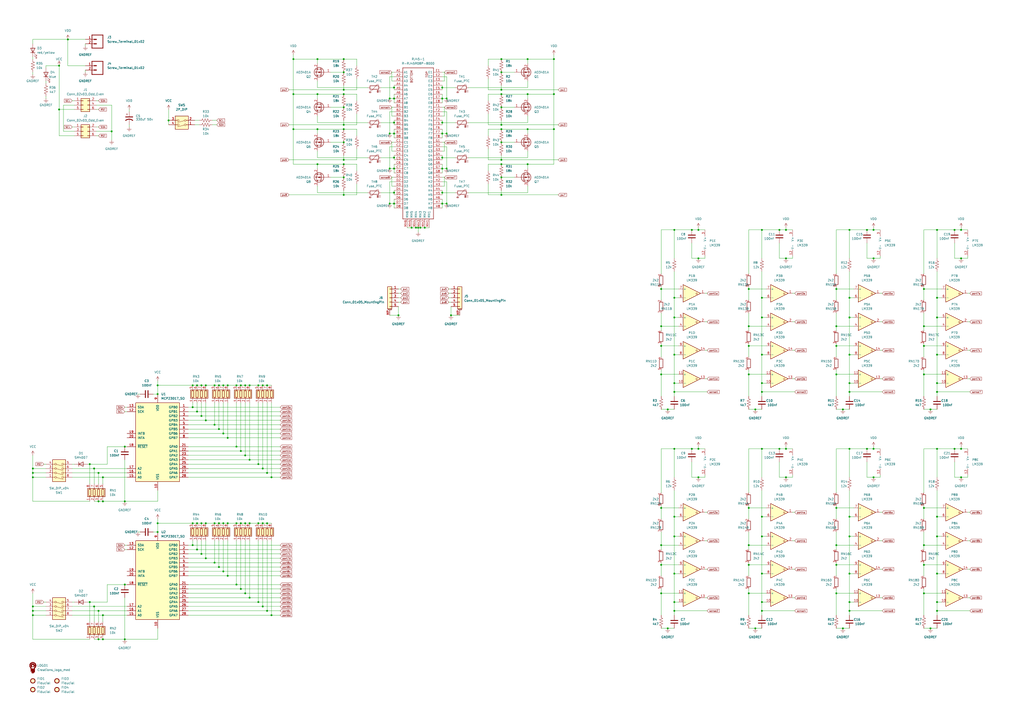
<source format=kicad_sch>
(kicad_sch (version 20211123) (generator eeschema)
  (paper "A2")
  (lib_symbols
    (symbol "Austins creations:2P_DIP"
      (property "Reference" "SW" (at 0 10.16 0))
      (property "Value" "2P_DIP" (at 0 7.62 0))
      (property "part #" "C2758181" (at 0 5.08 0))
      (symbol "2P_DIP_1_1"
        (pin passive line (at -7.62 1.27 0) (length 5.08) (name "~") (number "1"))
        (pin passive line (at -7.62 -1.27 0) (length 5.08) (name "~") (number "2"))
        (pin passive line (at 7.62 -1.27 180) (length 5.08) (name "~") (number "3"))
        (pin passive line (at 7.62 1.27 180) (length 5.08) (name "~") (number "4"))
      )
    )
    (symbol "Austins creations:2pinblock"
      (property "Reference" "ST" (at -7.62 2.54 0))
      (property "Value" "2pinblock" (at -7.62 0 0))
      (property "part #" "C192779" (at -7.62 -2.54 0))
      (symbol "2pinblock_1_0"
        (pin bidirectional line (at 7.62 -1.27 180) (length 5.08) (name "1") (number "1"))
        (pin bidirectional line (at 7.62 1.27 180) (length 5.08) (name "2") (number "2"))
      )
    )
    (symbol "Austins creations:4P_DIP"
      (property "Reference" "SW" (at 0 12.7 0))
      (property "Value" "4P_DIP" (at 0 10.16 0))
      (property "part #" "C2758183" (at 0 7.62 0))
      (symbol "4P_DIP_1_1"
        (pin passive line (at -7.62 3.81 0) (length 5.08) (name "~") (number "1"))
        (pin passive line (at -7.62 1.27 0) (length 5.08) (name "~") (number "2"))
        (pin passive line (at -7.62 -1.27 0) (length 5.08) (name "~") (number "3"))
        (pin passive line (at -7.62 -3.81 0) (length 5.08) (name "~") (number "4"))
        (pin passive line (at 7.62 -3.81 180) (length 5.08) (name "~") (number "5"))
        (pin passive line (at 7.62 -1.27 180) (length 5.08) (name "~") (number "6"))
        (pin passive line (at 7.62 1.27 180) (length 5.08) (name "~") (number "7"))
        (pin passive line (at 7.62 3.81 180) (length 5.08) (name "~") (number "8"))
      )
    )
    (symbol "Austins creations:R-RJ45R08P-8000"
      (property "Reference" "RJ45-" (at 0 3.81 0))
      (property "Value" "R-RJ45R08P-8000" (at 0 1.27 0))
      (symbol "R-RJ45R08P-8000_0_0"
        (text "BOTTOM" (at -3.81 -7.62 900) (effects (font (size 1.27 1.27))))
        (text "TOP" (at 5.08 -6.35 900) (effects (font (size 1.27 1.27))))
      )
      (symbol "R-RJ45R08P-8000_1_0"
        (pin bidirectional line (at -13.97 -5.08 0) (length 5.08) (name "A1") (number "A1"))
        (pin bidirectional line (at -13.97 -7.62 0) (length 5.08) (name "A2") (number "A2"))
        (pin bidirectional line (at -13.97 -10.16 0) (length 5.08) (name "A3") (number "A3"))
        (pin bidirectional line (at -13.97 -12.7 0) (length 5.08) (name "A4") (number "A4"))
        (pin bidirectional line (at -13.97 -15.24 0) (length 5.08) (name "A5") (number "A5"))
        (pin bidirectional line (at -13.97 -17.78 0) (length 5.08) (name "A6") (number "A6"))
        (pin bidirectional line (at -13.97 -20.32 0) (length 5.08) (name "A7") (number "A7"))
        (pin bidirectional line (at -13.97 -22.86 0) (length 5.08) (name "A8") (number "A8"))
        (pin bidirectional line (at -13.97 -25.4 0) (length 5.08) (name "B1") (number "B1"))
        (pin bidirectional line (at -13.97 -27.94 0) (length 5.08) (name "B2") (number "B2"))
        (pin bidirectional line (at -13.97 -30.48 0) (length 5.08) (name "B3") (number "B3"))
        (pin bidirectional line (at -13.97 -33.02 0) (length 5.08) (name "B4") (number "B4"))
        (pin bidirectional line (at -13.97 -35.56 0) (length 5.08) (name "B5") (number "B5"))
        (pin bidirectional line (at -13.97 -38.1 0) (length 5.08) (name "B6") (number "B6"))
        (pin bidirectional line (at -13.97 -40.64 0) (length 5.08) (name "B7") (number "B7"))
        (pin bidirectional line (at -13.97 -43.18 0) (length 5.08) (name "B8") (number "B8"))
        (pin bidirectional line (at -13.97 -45.72 0) (length 5.08) (name "C1") (number "C1"))
        (pin bidirectional line (at -13.97 -48.26 0) (length 5.08) (name "C2") (number "C2"))
        (pin bidirectional line (at -13.97 -50.8 0) (length 5.08) (name "C3") (number "C3"))
        (pin bidirectional line (at -13.97 -53.34 0) (length 5.08) (name "C4") (number "C4"))
        (pin bidirectional line (at -13.97 -55.88 0) (length 5.08) (name "C5") (number "C5"))
        (pin bidirectional line (at -13.97 -58.42 0) (length 5.08) (name "C6") (number "C6"))
        (pin bidirectional line (at -13.97 -60.96 0) (length 5.08) (name "C7") (number "C7"))
        (pin bidirectional line (at -13.97 -63.5 0) (length 5.08) (name "C8") (number "C8"))
        (pin bidirectional line (at -13.97 -66.04 0) (length 5.08) (name "D1") (number "D1"))
        (pin bidirectional line (at -13.97 -68.58 0) (length 5.08) (name "D2") (number "D2"))
        (pin bidirectional line (at -13.97 -71.12 0) (length 5.08) (name "D3") (number "D3"))
        (pin bidirectional line (at -13.97 -73.66 0) (length 5.08) (name "D4") (number "D4"))
        (pin bidirectional line (at -13.97 -76.2 0) (length 5.08) (name "D5") (number "D5"))
        (pin bidirectional line (at -13.97 -78.74 0) (length 5.08) (name "D6") (number "D6"))
        (pin bidirectional line (at -13.97 -81.28 0) (length 5.08) (name "D7") (number "D7"))
        (pin bidirectional line (at -13.97 -83.82 0) (length 5.08) (name "D8") (number "D8"))
        (pin bidirectional line (at 13.97 -5.08 180) (length 5.08) (name "E1") (number "E1"))
        (pin bidirectional line (at 13.97 -7.62 180) (length 5.08) (name "E2") (number "E2"))
        (pin bidirectional line (at 13.97 -10.16 180) (length 5.08) (name "E3") (number "E3"))
        (pin bidirectional line (at 13.97 -12.7 180) (length 5.08) (name "E4") (number "E4"))
        (pin bidirectional line (at 13.97 -15.24 180) (length 5.08) (name "E5") (number "E5"))
        (pin bidirectional line (at 13.97 -17.78 180) (length 5.08) (name "E6") (number "E6"))
        (pin bidirectional line (at 13.97 -20.32 180) (length 5.08) (name "E7") (number "E7"))
        (pin bidirectional line (at 13.97 -22.86 180) (length 5.08) (name "E8") (number "E8"))
        (pin bidirectional line (at 13.97 -25.4 180) (length 5.08) (name "F1") (number "F1"))
        (pin bidirectional line (at 13.97 -27.94 180) (length 5.08) (name "F2") (number "F2"))
        (pin bidirectional line (at 13.97 -30.48 180) (length 5.08) (name "F3") (number "F3"))
        (pin bidirectional line (at 13.97 -33.02 180) (length 5.08) (name "F4") (number "F4"))
        (pin bidirectional line (at 13.97 -35.56 180) (length 5.08) (name "F5") (number "F5"))
        (pin bidirectional line (at 13.97 -38.1 180) (length 5.08) (name "F6") (number "F6"))
        (pin bidirectional line (at 13.97 -40.64 180) (length 5.08) (name "F7") (number "F7"))
        (pin bidirectional line (at 13.97 -43.18 180) (length 5.08) (name "F8") (number "F8"))
        (pin bidirectional line (at 13.97 -45.72 180) (length 5.08) (name "G1") (number "G1"))
        (pin bidirectional line (at 13.97 -48.26 180) (length 5.08) (name "G2") (number "G2"))
        (pin bidirectional line (at 13.97 -50.8 180) (length 5.08) (name "G3") (number "G3"))
        (pin bidirectional line (at 13.97 -53.34 180) (length 5.08) (name "G4") (number "G4"))
        (pin bidirectional line (at 13.97 -55.88 180) (length 5.08) (name "G5") (number "G5"))
        (pin bidirectional line (at 13.97 -58.42 180) (length 5.08) (name "G6") (number "G6"))
        (pin bidirectional line (at 13.97 -60.96 180) (length 5.08) (name "G7") (number "G7"))
        (pin bidirectional line (at 13.97 -63.5 180) (length 5.08) (name "G8") (number "G8"))
        (pin bidirectional line (at 13.97 -66.04 180) (length 5.08) (name "H1") (number "H1"))
        (pin bidirectional line (at 13.97 -68.58 180) (length 5.08) (name "H2") (number "H2"))
        (pin bidirectional line (at 13.97 -71.12 180) (length 5.08) (name "H3") (number "H3"))
        (pin bidirectional line (at 13.97 -73.66 180) (length 5.08) (name "H4") (number "H4"))
        (pin bidirectional line (at 13.97 -76.2 180) (length 5.08) (name "H5") (number "H5"))
        (pin bidirectional line (at 13.97 -78.74 180) (length 5.08) (name "H6") (number "H6"))
        (pin bidirectional line (at 13.97 -81.28 180) (length 5.08) (name "H7") (number "H7"))
        (pin bidirectional line (at 13.97 -83.82 180) (length 5.08) (name "H8") (number "H8"))
        (pin bidirectional line (at 6.35 -95.25 90) (length 5.08) (name "MH1") (number "MH1"))
        (pin bidirectional line (at 3.81 -95.25 90) (length 5.08) (name "MH2") (number "MH2"))
        (pin bidirectional line (at 1.27 -95.25 90) (length 5.08) (name "MH3") (number "MH3"))
        (pin bidirectional line (at -1.27 -95.25 90) (length 5.08) (name "MH4") (number "MH4"))
        (pin bidirectional line (at -3.81 -95.25 90) (length 5.08) (name "MH5") (number "MH5"))
        (pin bidirectional line (at -6.35 -95.25 90) (length 5.08) (name "MH6") (number "MH6"))
      )
    )
    (symbol "Comparator:LM339" (pin_names (offset 0.127))
      (property "Reference" "U" (at 0 5.08 0))
      (property "Value" "LM339" (at 0 -5.08 0))
      (symbol "LM339_1_1"
        (pin open_collector line (at 7.62 0 180) (length 2.54) (name "~") (number "2"))
        (pin input line (at -7.62 -2.54 0) (length 2.54) (name "-") (number "4"))
        (pin input line (at -7.62 2.54 0) (length 2.54) (name "+") (number "5"))
      )
      (symbol "LM339_2_1"
        (pin open_collector line (at 7.62 0 180) (length 2.54) (name "~") (number "1"))
        (pin input line (at -7.62 -2.54 0) (length 2.54) (name "-") (number "6"))
        (pin input line (at -7.62 2.54 0) (length 2.54) (name "+") (number "7"))
      )
      (symbol "LM339_3_1"
        (pin input line (at -7.62 -2.54 0) (length 2.54) (name "-") (number "10"))
        (pin input line (at -7.62 2.54 0) (length 2.54) (name "+") (number "11"))
        (pin open_collector line (at 7.62 0 180) (length 2.54) (name "~") (number "13"))
      )
      (symbol "LM339_4_1"
        (pin open_collector line (at 7.62 0 180) (length 2.54) (name "~") (number "14"))
        (pin input line (at -7.62 -2.54 0) (length 2.54) (name "-") (number "8"))
        (pin input line (at -7.62 2.54 0) (length 2.54) (name "+") (number "9"))
      )
      (symbol "LM339_5_1"
        (pin power_in line (at -2.54 -7.62 90) (length 3.81) (name "V-") (number "12"))
        (pin power_in line (at -2.54 7.62 270) (length 3.81) (name "V+") (number "3"))
      )
    )
    (symbol "Connector_Generic:Conn_02x03_Odd_Even" (pin_names (offset 1.016) hide)
      (property "Reference" "J" (at 1.27 5.08 0))
      (property "Value" "Conn_02x03_Odd_Even" (at 1.27 -5.08 0))
      (symbol "Conn_02x03_Odd_Even_1_1"
        (pin passive line (at -5.08 2.54 0) (length 3.81) (name "Pin_1") (number "1"))
        (pin passive line (at 7.62 2.54 180) (length 3.81) (name "Pin_2") (number "2"))
        (pin passive line (at -5.08 0 0) (length 3.81) (name "Pin_3") (number "3"))
        (pin passive line (at 7.62 0 180) (length 3.81) (name "Pin_4") (number "4"))
        (pin passive line (at -5.08 -2.54 0) (length 3.81) (name "Pin_5") (number "5"))
        (pin passive line (at 7.62 -2.54 180) (length 3.81) (name "Pin_6") (number "6"))
      )
    )
    (symbol "Connector_Generic_MountingPin:Conn_01x05_MountingPin" (pin_names (offset 1.016) hide)
      (property "Reference" "J" (at 0 7.62 0))
      (property "Value" "Conn_01x05_MountingPin" (at 1.27 -7.62 0))
      (symbol "Conn_01x05_MountingPin_1_1"
        (text "Mounting" (at 0 -6.731 0) (effects (font (size 0.381 0.381))))
        (pin passive line (at -5.08 5.08 0) (length 3.81) (name "Pin_1") (number "1"))
        (pin passive line (at -5.08 2.54 0) (length 3.81) (name "Pin_2") (number "2"))
        (pin passive line (at -5.08 0 0) (length 3.81) (name "Pin_3") (number "3"))
        (pin passive line (at -5.08 -2.54 0) (length 3.81) (name "Pin_4") (number "4"))
        (pin passive line (at -5.08 -5.08 0) (length 3.81) (name "Pin_5") (number "5"))
        (pin passive line (at 0 -10.16 90) (length 3.048) (name "MountPin") (number "MP"))
      )
    )
    (symbol "Device:C" (pin_numbers hide) (pin_names (offset 0.254))
      (property "Reference" "C" (at 0.635 2.54 0))
      (property "Value" "C" (at 0.635 -2.54 0))
      (symbol "C_1_1"
        (pin passive line (at 0 3.81 270) (length 2.794) (name "~") (number "1"))
        (pin passive line (at 0 -3.81 90) (length 2.794) (name "~") (number "2"))
      )
    )
    (symbol "Device:C_Polarized_US" (pin_numbers hide) (pin_names (offset 0.254) hide)
      (property "Reference" "C" (at 0.635 2.54 0))
      (property "Value" "C_Polarized_US" (at 0.635 -2.54 0))
      (symbol "C_Polarized_US_1_1"
        (pin passive line (at 0 3.81 270) (length 2.794) (name "~") (number "1"))
        (pin passive line (at 0 -3.81 90) (length 3.302) (name "~") (number "2"))
      )
    )
    (symbol "Device:LED" (pin_numbers hide) (pin_names (offset 1.016) hide)
      (property "Reference" "D" (at 0 2.54 0))
      (property "Value" "LED" (at 0 -2.54 0))
      (symbol "LED_1_1"
        (pin passive line (at -3.81 0 0) (length 2.54) (name "K") (number "1"))
        (pin passive line (at 3.81 0 180) (length 2.54) (name "A") (number "2"))
      )
    )
    (symbol "Device:R_Pack04" (pin_names (offset 0) hide)
      (property "Reference" "RN" (at -7.62 0 90))
      (property "Value" "R_Pack04" (at 5.08 0 90))
      (symbol "R_Pack04_1_1"
        (pin passive line (at -5.08 -5.08 90) (length 2.54) (name "R1.1") (number "1"))
        (pin passive line (at -2.54 -5.08 90) (length 2.54) (name "R2.1") (number "2"))
        (pin passive line (at 0 -5.08 90) (length 2.54) (name "R3.1") (number "3"))
        (pin passive line (at 2.54 -5.08 90) (length 2.54) (name "R4.1") (number "4"))
        (pin passive line (at 2.54 5.08 270) (length 2.54) (name "R4.2") (number "5"))
        (pin passive line (at 0 5.08 270) (length 2.54) (name "R3.2") (number "6"))
        (pin passive line (at -2.54 5.08 270) (length 2.54) (name "R2.2") (number "7"))
        (pin passive line (at -5.08 5.08 270) (length 2.54) (name "R1.2") (number "8"))
      )
    )
    (symbol "Device:R_Pack04_Split" (pin_names (offset 0) hide)
      (property "Reference" "RN" (at 2.032 0 90))
      (property "Value" "R_Pack04_Split" (at 0 0 90))
      (symbol "R_Pack04_Split_1_1"
        (pin passive line (at 0 -3.81 90) (length 1.27) (name "R1.1") (number "1"))
        (pin passive line (at 0 3.81 270) (length 1.27) (name "R1.2") (number "8"))
      )
      (symbol "R_Pack04_Split_2_1"
        (pin passive line (at 0 -3.81 90) (length 1.27) (name "R2.1") (number "2"))
        (pin passive line (at 0 3.81 270) (length 1.27) (name "R2.2") (number "7"))
      )
      (symbol "R_Pack04_Split_3_1"
        (pin passive line (at 0 -3.81 90) (length 1.27) (name "R3.1") (number "3"))
        (pin passive line (at 0 3.81 270) (length 1.27) (name "R3.2") (number "6"))
      )
      (symbol "R_Pack04_Split_4_1"
        (pin passive line (at 0 -3.81 90) (length 1.27) (name "R4.1") (number "4"))
        (pin passive line (at 0 3.81 270) (length 1.27) (name "R4.2") (number "5"))
      )
    )
    (symbol "Device:R_US" (pin_numbers hide) (pin_names (offset 0))
      (property "Reference" "R" (at 2.54 0 90))
      (property "Value" "R_US" (at -2.54 0 90))
      (symbol "R_US_1_1"
        (pin passive line (at 0 3.81 270) (length 1.27) (name "~") (number "1"))
        (pin passive line (at 0 -3.81 90) (length 1.27) (name "~") (number "2"))
      )
    )
    (symbol "Device:Thermistor_PTC" (pin_numbers hide) (pin_names (offset 0))
      (property "Reference" "TH" (at -4.064 0 90))
      (property "Value" "Thermistor_PTC" (at 3.048 0 90))
      (symbol "Thermistor_PTC_1_1"
        (pin passive line (at 0 3.81 270) (length 1.27) (name "~") (number "1"))
        (pin passive line (at 0 -3.81 90) (length 1.27) (name "~") (number "2"))
      )
    )
    (symbol "Diode:SM4007" (pin_numbers hide) (pin_names (offset 1.016) hide)
      (property "Reference" "D" (at 0 2.54 0))
      (property "Value" "SM4007" (at 0 -2.54 0))
      (symbol "SM4007_1_1"
        (pin passive line (at -3.81 0 0) (length 2.54) (name "K") (number "1"))
        (pin passive line (at 3.81 0 180) (length 2.54) (name "A") (number "2"))
      )
    )
    (symbol "Interface_Expansion:MCP23017_SO" (pin_names (offset 1.016))
      (property "Reference" "U" (at -11.43 24.13 0))
      (property "Value" "MCP23017_SO" (at 0 0 0))
      (symbol "MCP23017_SO_1_1"
        (pin bidirectional line (at 17.78 20.32 180) (length 5.08) (name "GPB0") (number "1"))
        (pin power_in line (at 0 -27.94 90) (length 5.08) (name "VSS") (number "10"))
        (pin no_connect line (at -12.7 15.24 0) (length 5.08) hide (name "NC") (number "11"))
        (pin input line (at -17.78 17.78 0) (length 5.08) (name "SCK") (number "12"))
        (pin bidirectional line (at -17.78 20.32 0) (length 5.08) (name "SDA") (number "13"))
        (pin no_connect line (at -12.7 12.7 0) (length 5.08) hide (name "NC") (number "14"))
        (pin input line (at -17.78 -20.32 0) (length 5.08) (name "A0") (number "15"))
        (pin input line (at -17.78 -17.78 0) (length 5.08) (name "A1") (number "16"))
        (pin input line (at -17.78 -15.24 0) (length 5.08) (name "A2") (number "17"))
        (pin input line (at -17.78 -2.54 0) (length 5.08) (name "~{RESET}") (number "18"))
        (pin tri_state line (at -17.78 5.08 0) (length 5.08) (name "INTB") (number "19"))
        (pin bidirectional line (at 17.78 17.78 180) (length 5.08) (name "GPB1") (number "2"))
        (pin tri_state line (at -17.78 2.54 0) (length 5.08) (name "INTA") (number "20"))
        (pin bidirectional line (at 17.78 -2.54 180) (length 5.08) (name "GPA0") (number "21"))
        (pin bidirectional line (at 17.78 -5.08 180) (length 5.08) (name "GPA1") (number "22"))
        (pin bidirectional line (at 17.78 -7.62 180) (length 5.08) (name "GPA2") (number "23"))
        (pin bidirectional line (at 17.78 -10.16 180) (length 5.08) (name "GPA3") (number "24"))
        (pin bidirectional line (at 17.78 -12.7 180) (length 5.08) (name "GPA4") (number "25"))
        (pin bidirectional line (at 17.78 -15.24 180) (length 5.08) (name "GPA5") (number "26"))
        (pin bidirectional line (at 17.78 -17.78 180) (length 5.08) (name "GPA6") (number "27"))
        (pin bidirectional line (at 17.78 -20.32 180) (length 5.08) (name "GPA7") (number "28"))
        (pin bidirectional line (at 17.78 15.24 180) (length 5.08) (name "GPB2") (number "3"))
        (pin bidirectional line (at 17.78 12.7 180) (length 5.08) (name "GPB3") (number "4"))
        (pin bidirectional line (at 17.78 10.16 180) (length 5.08) (name "GPB4") (number "5"))
        (pin bidirectional line (at 17.78 7.62 180) (length 5.08) (name "GPB5") (number "6"))
        (pin bidirectional line (at 17.78 5.08 180) (length 5.08) (name "GPB6") (number "7"))
        (pin bidirectional line (at 17.78 2.54 180) (length 5.08) (name "GPB7") (number "8"))
        (pin power_in line (at 0 27.94 270) (length 5.08) (name "VDD") (number "9"))
      )
    )
    (symbol "Mechanical:Fiducial"
      (property "Reference" "FID" (at 0 5.08 0))
      (property "Value" "Fiducial" (at 0 3.175 0))
    )
    (symbol "Transistor_FET:AO3401A" (pin_names hide)
      (property "Reference" "Q" (at 5.08 1.905 0))
      (property "Value" "AO3401A" (at 5.08 0 0))
      (symbol "AO3401A_1_1"
        (pin input line (at -5.08 0 0) (length 2.54) (name "G") (number "1"))
        (pin passive line (at 2.54 -5.08 90) (length 2.54) (name "S") (number "2"))
        (pin passive line (at 2.54 5.08 270) (length 2.54) (name "D") (number "3"))
      )
    )
    (symbol "logos:Creations_logo_med"
      (property "Reference" "LOGO" (at 0 6.35 0))
      (property "Value" "Creations_logo_med" (at 0 3.81 0))
    )
    (symbol "power:GNDREF" (power) (pin_names (offset 0))
      (property "Value" "GNDREF" (at 0 -3.81 0))
      (symbol "GNDREF_1_1"
        (pin power_in line (at 0 0 270) (length 0) hide (name "GNDREF") (number "1"))
      )
    )
    (symbol "power:VCC" (power) (pin_names (offset 0))
      (property "Value" "VCC" (at 0 3.81 0))
      (symbol "VCC_1_1"
        (pin power_in line (at 0 0 90) (length 0) hide (name "VCC") (number "1"))
      )
    )
    (symbol "power:VDD" (power) (pin_names (offset 0))
      (property "Value" "VDD" (at 0 3.81 0))
      (symbol "VDD_1_1"
        (pin power_in line (at 0 0 90) (length 0) hide (name "VDD") (number "1"))
      )
    )
  )
  (junction (at 535.94 167.64))
  (junction (at 59.69 276.86))
  (junction (at 438.15 237.49))
  (junction (at 502.92 260.35))
  (junction (at 154.94 223.52))
  (junction (at 59.69 370.84))
  (junction (at 383.54 316.23))
  (junction (at 91.44 308.61))
  (junction (at 485.14 316.23))
  (junction (at 434.34 167.64))
  (junction (at 199.39 113.03))
  (junction (at 19.05 356.87))
  (junction (at 52.07 349.25))
  (junction (at 91.44 223.52))
  (junction (at 306.07 34.29))
  (junction (at 306.07 95.25))
  (junction (at 19.05 276.86))
  (junction (at 142.24 264.16))
  (junction (at 383.54 189.23))
  (junction (at 543.56 349.25))
  (junction (at 405.13 133.35))
  (junction (at 259.08 57.15))
  (junction (at 132.08 334.01))
  (junction (at 441.96 172.72))
  (junction (at 321.31 54.61))
  (junction (at 405.13 149.86))
  (junction (at 54.61 271.78))
  (junction (at 129.54 223.52))
  (junction (at 492.76 299.72))
  (junction (at 144.78 346.71))
  (junction (at 149.86 303.53))
  (junction (at 391.16 332.74))
  (junction (at 139.7 261.62))
  (junction (at 144.78 266.7))
  (junction (at 119.38 323.85))
  (junction (at 154.94 354.33))
  (junction (at 199.39 72.39))
  (junction (at 405.13 260.35))
  (junction (at 170.18 74.93))
  (junction (at 142.24 223.52))
  (junction (at 441.96 227.33))
  (junction (at 170.18 34.29))
  (junction (at 434.34 344.17))
  (junction (at 119.38 303.53))
  (junction (at 64.77 76.2))
  (junction (at 199.39 102.87))
  (junction (at 114.3 318.77))
  (junction (at 199.39 52.07))
  (junction (at 228.6 111.76))
  (junction (at 543.56 354.33))
  (junction (at 502.92 133.35))
  (junction (at 506.73 276.86))
  (junction (at 34.29 63.5))
  (junction (at 441.96 260.35))
  (junction (at 383.54 167.64))
  (junction (at 127 328.93))
  (junction (at 52.07 269.24))
  (junction (at 184.15 54.61))
  (junction (at 259.08 97.79))
  (junction (at 557.53 276.86))
  (junction (at 441.96 354.33))
  (junction (at 129.54 251.46))
  (junction (at 259.08 77.47))
  (junction (at 54.61 351.79))
  (junction (at 441.96 299.72))
  (junction (at 127 223.52))
  (junction (at 139.7 223.52))
  (junction (at 199.39 34.29))
  (junction (at 485.14 200.66))
  (junction (at 383.54 294.64))
  (junction (at 59.69 356.87))
  (junction (at 57.15 354.33))
  (junction (at 149.86 269.24))
  (junction (at 506.73 260.35))
  (junction (at 132.08 223.52))
  (junction (at 39.37 22.86))
  (junction (at 199.39 92.71))
  (junction (at 290.83 41.91))
  (junction (at 485.14 344.17))
  (junction (at 124.46 223.52))
  (junction (at 228.6 97.79))
  (junction (at 157.48 356.87))
  (junction (at 290.83 54.61))
  (junction (at 243.84 132.08))
  (junction (at 184.15 34.29))
  (junction (at 228.6 91.44))
  (junction (at 492.76 133.35))
  (junction (at 290.83 95.25))
  (junction (at 441.96 133.35))
  (junction (at 199.39 54.61))
  (junction (at 553.72 260.35))
  (junction (at 19.05 274.32))
  (junction (at 543.56 133.35))
  (junction (at 492.76 260.35))
  (junction (at 455.93 149.86))
  (junction (at 72.39 259.08))
  (junction (at 543.56 227.33))
  (junction (at 452.12 260.35))
  (junction (at 391.16 311.15))
  (junction (at 535.94 189.23))
  (junction (at 59.69 290.83))
  (junction (at 242.57 132.08))
  (junction (at 434.34 316.23))
  (junction (at 543.56 222.25))
  (junction (at 441.96 184.15))
  (junction (at 434.34 189.23))
  (junction (at 391.16 205.74))
  (junction (at 97.79 69.85))
  (junction (at 535.94 344.17))
  (junction (at 485.14 327.66))
  (junction (at 226.06 97.79))
  (junction (at 543.56 332.74))
  (junction (at 19.05 351.79))
  (junction (at 485.14 217.17))
  (junction (at 290.83 72.39))
  (junction (at 261.62 182.88))
  (junction (at 492.76 354.33))
  (junction (at 391.16 133.35))
  (junction (at 321.31 34.29))
  (junction (at 290.83 62.23))
  (junction (at 391.16 172.72))
  (junction (at 154.94 303.53))
  (junction (at 111.76 303.53))
  (junction (at 506.73 149.86))
  (junction (at 543.56 299.72))
  (junction (at 455.93 133.35))
  (junction (at 391.16 260.35))
  (junction (at 228.6 77.47))
  (junction (at 152.4 303.53))
  (junction (at 228.6 50.8))
  (junction (at 383.54 344.17))
  (junction (at 57.15 290.83))
  (junction (at 129.54 303.53))
  (junction (at 256.54 77.47))
  (junction (at 290.83 82.55))
  (junction (at 535.94 294.64))
  (junction (at 401.32 260.35))
  (junction (at 199.39 82.55))
  (junction (at 391.16 349.25))
  (junction (at 256.54 50.8))
  (junction (at 152.4 271.78))
  (junction (at 434.34 327.66))
  (junction (at 434.34 200.66))
  (junction (at 405.13 276.86))
  (junction (at 119.38 243.84))
  (junction (at 492.76 222.25))
  (junction (at 226.06 118.11))
  (junction (at 256.54 111.76))
  (junction (at 290.83 113.03))
  (junction (at 184.15 95.25))
  (junction (at 306.07 54.61))
  (junction (at 434.34 217.17))
  (junction (at 492.76 227.33))
  (junction (at 170.18 54.61))
  (junction (at 391.16 299.72))
  (junction (at 111.76 316.23))
  (junction (at 127 303.53))
  (junction (at 228.6 71.12))
  (junction (at 111.76 223.52))
  (junction (at 492.76 172.72))
  (junction (at 543.56 172.72))
  (junction (at 492.76 311.15))
  (junction (at 438.15 364.49))
  (junction (at 488.95 237.49))
  (junction (at 256.54 57.15))
  (junction (at 184.15 74.93))
  (junction (at 154.94 274.32))
  (junction (at 132.08 303.53))
  (junction (at 543.56 205.74))
  (junction (at 306.07 74.93))
  (junction (at 241.3 132.08))
  (junction (at 144.78 303.53))
  (junction (at 391.16 222.25))
  (junction (at 246.38 132.08))
  (junction (at 124.46 326.39))
  (junction (at 441.96 349.25))
  (junction (at 455.93 260.35))
  (junction (at 142.24 344.17))
  (junction (at 391.16 354.33))
  (junction (at 539.75 237.49))
  (junction (at 290.83 92.71))
  (junction (at 452.12 133.35))
  (junction (at 401.32 133.35))
  (junction (at 543.56 184.15))
  (junction (at 321.31 74.93))
  (junction (at 492.76 349.25))
  (junction (at 124.46 246.38))
  (junction (at 256.54 118.11))
  (junction (at 535.94 327.66))
  (junction (at 137.16 303.53))
  (junction (at 231.14 182.88))
  (junction (at 57.15 370.84))
  (junction (at 535.94 217.17))
  (junction (at 111.76 236.22))
  (junction (at 391.16 227.33))
  (junction (at 290.83 52.07))
  (junction (at 492.76 184.15))
  (junction (at 557.53 260.35))
  (junction (at 157.48 276.86))
  (junction (at 485.14 167.64))
  (junction (at 290.83 74.93))
  (junction (at 506.73 133.35))
  (junction (at 199.39 62.23))
  (junction (at 256.54 71.12))
  (junction (at 543.56 260.35))
  (junction (at 127 248.92))
  (junction (at 137.16 223.52))
  (junction (at 535.94 200.66))
  (junction (at 455.93 276.86))
  (junction (at 114.3 238.76))
  (junction (at 290.83 34.29))
  (junction (at 91.44 303.53))
  (junction (at 137.16 259.08))
  (junction (at 228.6 57.15))
  (junction (at 256.54 97.79))
  (junction (at 199.39 41.91))
  (junction (at 124.46 303.53))
  (junction (at 119.38 223.52))
  (junction (at 492.76 205.74))
  (junction (at 383.54 327.66))
  (junction (at 259.08 118.11))
  (junction (at 116.84 303.53))
  (junction (at 19.05 354.33))
  (junction (at 139.7 341.63))
  (junction (at 129.54 331.47))
  (junction (at 199.39 74.93))
  (junction (at 383.54 200.66))
  (junction (at 149.86 223.52))
  (junction (at 228.6 118.11))
  (junction (at 492.76 332.74))
  (junction (at 91.44 228.6))
  (junction (at 199.39 95.25))
  (junction (at 139.7 303.53))
  (junction (at 34.29 38.1))
  (junction (at 553.72 133.35))
  (junction (at 557.53 149.86))
  (junction (at 488.95 364.49))
  (junction (at 226.06 57.15))
  (junction (at 485.14 294.64))
  (junction (at 441.96 222.25))
  (junction (at 72.39 290.83))
  (junction (at 383.54 217.17))
  (junction (at 19.05 271.78))
  (junction (at 116.84 321.31))
  (junction (at 391.16 184.15))
  (junction (at 539.75 364.49))
  (junction (at 256.54 91.44))
  (junction (at 116.84 241.3))
  (junction (at 72.39 339.09))
  (junction (at 290.83 102.87))
  (junction (at 137.16 339.09))
  (junction (at 543.56 311.15))
  (junction (at 149.86 349.25))
  (junction (at 152.4 223.52))
  (junction (at 144.78 223.52))
  (junction (at 116.84 223.52))
  (junction (at 485.14 189.23))
  (junction (at 114.3 223.52))
  (junction (at 142.24 303.53))
  (junction (at 238.76 132.08))
  (junction (at 57.15 274.32))
  (junction (at 441.96 332.74))
  (junction (at 114.3 303.53))
  (junction (at 387.35 237.49))
  (junction (at 441.96 311.15))
  (junction (at 387.35 364.49))
  (junction (at 557.53 133.35))
  (junction (at 535.94 316.23))
  (junction (at 132.08 254))
  (junction (at 152.4 351.79))
  (junction (at 72.39 370.84))
  (junction (at 434.34 294.64))
  (junction (at 441.96 205.74))
  (junction (at 226.06 77.47))
  (wire (pts (xy 485.14 260.35) (xy 492.76 260.35)))
  (wire (pts (xy 228.6 64.77) (xy 226.06 64.77)))
  (wire (pts (xy 434.34 293.37) (xy 434.34 294.64)))
  (wire (pts (xy 207.01 38.1) (xy 207.01 34.29)))
  (wire (pts (xy 72.39 339.09) (xy 73.66 339.09)))
  (wire (pts (xy 137.16 223.52) (xy 139.7 223.52)))
  (wire (pts (xy 256.54 77.47) (xy 259.08 77.47)))
  (wire (pts (xy 535.94 200.66) (xy 535.94 199.39)))
  (wire (pts (xy 485.14 217.17) (xy 485.14 229.87)))
  (wire (pts (xy 260.35 175.26) (xy 261.62 175.26)))
  (wire (pts (xy 321.31 34.29) (xy 321.31 54.61)))
  (wire (pts (xy 383.54 260.35) (xy 391.16 260.35)))
  (wire (pts (xy 228.6 57.15) (xy 228.6 59.69)))
  (wire (pts (xy 391.16 311.15) (xy 391.16 332.74)))
  (wire (pts (xy 485.14 189.23) (xy 485.14 191.77)))
  (wire (pts (xy 228.6 115.57) (xy 228.6 118.11)))
  (wire (pts (xy 36.83 60.96) (xy 36.83 76.2)))
  (wire (pts (xy 383.54 344.17) (xy 393.7 344.17)))
  (wire (pts (xy 561.34 186.69) (xy 562.61 186.69)))
  (wire (pts (xy 170.18 74.93) (xy 184.15 74.93)))
  (wire (pts (xy 62.23 339.09) (xy 62.23 349.25)))
  (wire (pts (xy 561.34 275.59) (xy 561.34 276.86)))
  (wire (pts (xy 137.16 259.08) (xy 162.56 259.08)))
  (wire (pts (xy 72.39 370.84) (xy 91.44 370.84)))
  (wire (pts (xy 535.94 158.75) (xy 535.94 133.35)))
  (wire (pts (xy 62.23 259.08) (xy 72.39 259.08)))
  (wire (pts (xy 154.94 233.68) (xy 154.94 274.32)))
  (wire (pts (xy 391.16 184.15) (xy 391.16 205.74)))
  (wire (pts (xy 139.7 223.52) (xy 142.24 223.52)))
  (wire (pts (xy 62.23 259.08) (xy 62.23 269.24)))
  (wire (pts (xy 132.08 334.01) (xy 162.56 334.01)))
  (wire (pts (xy 49.53 40.64) (xy 49.53 41.91)))
  (wire (pts (xy 495.3 189.23) (xy 485.14 189.23)))
  (wire (pts (xy 109.22 341.63) (xy 139.7 341.63)))
  (wire (pts (xy 405.13 260.35) (xy 408.94 260.35)))
  (wire (pts (xy 283.21 45.72) (xy 283.21 52.07)))
  (wire (pts (xy 72.39 238.76) (xy 73.66 238.76)))
  (wire (pts (xy 290.83 82.55) (xy 298.45 82.55)))
  (wire (pts (xy 546.1 316.23) (xy 535.94 316.23)))
  (wire (pts (xy 485.14 285.75) (xy 485.14 260.35)))
  (wire (pts (xy 139.7 303.53) (xy 142.24 303.53)))
  (wire (pts (xy 72.39 266.7) (xy 72.39 290.83)))
  (wire (pts (xy 405.13 276.86) (xy 408.94 276.86)))
  (wire (pts (xy 231.14 177.8) (xy 231.14 182.88)))
  (wire (pts (xy 199.39 82.55) (xy 191.77 82.55)))
  (wire (pts (xy 57.15 274.32) (xy 73.66 274.32)))
  (wire (pts (xy 444.5 327.66) (xy 434.34 327.66)))
  (wire (pts (xy 125.73 69.85) (xy 123.19 69.85)))
  (wire (pts (xy 231.14 167.64) (xy 232.41 167.64)))
  (wire (pts (xy 199.39 41.91) (xy 191.77 41.91)))
  (wire (pts (xy 455.93 276.86) (xy 459.74 276.86)))
  (wire (pts (xy 283.21 95.25) (xy 290.83 95.25)))
  (wire (pts (xy 543.56 172.72) (xy 546.1 172.72)))
  (wire (pts (xy 495.3 327.66) (xy 485.14 327.66)))
  (wire (pts (xy 290.83 34.29) (xy 306.07 34.29)))
  (wire (pts (xy 485.14 316.23) (xy 485.14 318.77)))
  (wire (pts (xy 256.54 107.95) (xy 257.81 107.95)))
  (wire (pts (xy 220.98 111.76) (xy 228.6 111.76)))
  (wire (pts (xy 535.94 285.75) (xy 535.94 260.35)))
  (wire (pts (xy 256.54 46.99) (xy 257.81 46.99)))
  (wire (pts (xy 383.54 364.49) (xy 387.35 364.49)))
  (wire (pts (xy 41.91 356.87) (xy 59.69 356.87)))
  (wire (pts (xy 434.34 364.49) (xy 438.15 364.49)))
  (wire (pts (xy 152.4 313.69) (xy 152.4 351.79)))
  (wire (pts (xy 452.12 133.35) (xy 455.93 133.35)))
  (wire (pts (xy 111.76 303.53) (xy 114.3 303.53)))
  (wire (pts (xy 408.94 346.71) (xy 410.21 346.71)))
  (wire (pts (xy 459.74 313.69) (xy 461.01 313.69)))
  (wire (pts (xy 502.92 276.86) (xy 506.73 276.86)))
  (wire (pts (xy 256.54 118.11) (xy 259.08 118.11)))
  (wire (pts (xy 184.15 74.93) (xy 184.15 77.47)))
  (wire (pts (xy 91.44 220.98) (xy 91.44 223.52)))
  (wire (pts (xy 19.05 271.78) (xy 19.05 264.16)))
  (wire (pts (xy 119.38 243.84) (xy 162.56 243.84)))
  (wire (pts (xy 543.56 354.33) (xy 543.56 356.87)))
  (wire (pts (xy 111.76 316.23) (xy 162.56 316.23)))
  (wire (pts (xy 408.94 313.69) (xy 410.21 313.69)))
  (wire (pts (xy 323.85 92.71) (xy 290.83 92.71)))
  (wire (pts (xy 55.88 76.2) (xy 64.77 76.2)))
  (wire (pts (xy 492.76 260.35) (xy 502.92 260.35)))
  (wire (pts (xy 383.54 200.66) (xy 383.54 207.01)))
  (wire (pts (xy 561.34 219.71) (xy 562.61 219.71)))
  (wire (pts (xy 170.18 95.25) (xy 184.15 95.25)))
  (wire (pts (xy 306.07 46.99) (xy 306.07 50.8)))
  (wire (pts (xy 142.24 344.17) (xy 162.56 344.17)))
  (wire (pts (xy 434.34 133.35) (xy 441.96 133.35)))
  (wire (pts (xy 290.83 52.07) (xy 323.85 52.07)))
  (wire (pts (xy 306.07 74.93) (xy 306.07 77.47)))
  (wire (pts (xy 109.22 271.78) (xy 152.4 271.78)))
  (wire (pts (xy 441.96 354.33) (xy 461.01 354.33)))
  (wire (pts (xy 207.01 95.25) (xy 199.39 95.25)))
  (wire (pts (xy 207.01 92.71) (xy 199.39 92.71)))
  (wire (pts (xy 256.54 64.77) (xy 259.08 64.77)))
  (wire (pts (xy 434.34 158.75) (xy 434.34 133.35)))
  (wire (pts (xy 152.4 351.79) (xy 162.56 351.79)))
  (wire (pts (xy 129.54 251.46) (xy 162.56 251.46)))
  (wire (pts (xy 41.91 351.79) (xy 54.61 351.79)))
  (wire (pts (xy 109.22 334.01) (xy 132.08 334.01)))
  (wire (pts (xy 154.94 223.52) (xy 157.48 223.52)))
  (wire (pts (xy 452.12 149.86) (xy 455.93 149.86)))
  (wire (pts (xy 510.54 275.59) (xy 510.54 276.86)))
  (wire (pts (xy 543.56 205.74) (xy 543.56 222.25)))
  (wire (pts (xy 553.72 276.86) (xy 557.53 276.86)))
  (wire (pts (xy 441.96 311.15) (xy 441.96 332.74)))
  (wire (pts (xy 506.73 149.86) (xy 510.54 149.86)))
  (wire (pts (xy 167.64 52.07) (xy 199.39 52.07)))
  (wire (pts (xy 109.22 326.39) (xy 124.46 326.39)))
  (wire (pts (xy 257.81 62.23) (xy 257.81 67.31)))
  (wire (pts (xy 36.83 60.96) (xy 43.18 60.96)))
  (wire (pts (xy 62.23 339.09) (xy 72.39 339.09)))
  (wire (pts (xy 492.76 205.74) (xy 492.76 222.25)))
  (wire (pts (xy 124.46 223.52) (xy 127 223.52)))
  (wire (pts (xy 321.31 54.61) (xy 321.31 74.93)))
  (wire (pts (xy 226.06 182.88) (xy 231.14 182.88)))
  (wire (pts (xy 455.93 149.86) (xy 459.74 149.86)))
  (wire (pts (xy 52.07 269.24) (xy 50.8 269.24)))
  (wire (pts (xy 383.54 133.35) (xy 391.16 133.35)))
  (wire (pts (xy 485.14 167.64) (xy 495.3 167.64)))
  (wire (pts (xy 383.54 316.23) (xy 383.54 308.61)))
  (wire (pts (xy 459.74 275.59) (xy 459.74 276.86)))
  (wire (pts (xy 256.54 62.23) (xy 257.81 62.23)))
  (wire (pts (xy 228.6 62.23) (xy 227.33 62.23)))
  (wire (pts (xy 561.34 313.69) (xy 562.61 313.69)))
  (wire (pts (xy 401.32 149.86) (xy 405.13 149.86)))
  (wire (pts (xy 149.86 349.25) (xy 162.56 349.25)))
  (wire (pts (xy 228.6 69.85) (xy 228.6 71.12)))
  (wire (pts (xy 543.56 332.74) (xy 546.1 332.74)))
  (wire (pts (xy 39.37 22.86) (xy 39.37 38.1)))
  (wire (pts (xy 485.14 316.23) (xy 485.14 308.61)))
  (wire (pts (xy 132.08 313.69) (xy 132.08 334.01)))
  (wire (pts (xy 485.14 173.99) (xy 485.14 167.64)))
  (wire (pts (xy 124.46 303.53) (xy 127 303.53)))
  (wire (pts (xy 57.15 274.32) (xy 57.15 280.67)))
  (wire (pts (xy 561.34 170.18) (xy 562.61 170.18)))
  (wire (pts (xy 444.5 311.15) (xy 441.96 311.15)))
  (wire (pts (xy 459.74 148.59) (xy 459.74 149.86)))
  (wire (pts (xy 256.54 85.09) (xy 259.08 85.09)))
  (wire (pts (xy 535.94 316.23) (xy 535.94 318.77)))
  (wire (pts (xy 256.54 90.17) (xy 256.54 91.44)))
  (wire (pts (xy 111.76 313.69) (xy 111.76 316.23)))
  (wire (pts (xy 19.05 354.33) (xy 19.05 351.79)))
  (wire (pts (xy 157.48 233.68) (xy 157.48 276.86)))
  (wire (pts (xy 91.44 223.52) (xy 111.76 223.52)))
  (wire (pts (xy 167.64 113.03) (xy 199.39 113.03)))
  (wire (pts (xy 543.56 349.25) (xy 543.56 354.33)))
  (wire (pts (xy 408.94 330.2) (xy 410.21 330.2)))
  (wire (pts (xy 261.62 177.8) (xy 261.62 182.88)))
  (wire (pts (xy 91.44 303.53) (xy 111.76 303.53)))
  (wire (pts (xy 256.54 110.49) (xy 256.54 111.76)))
  (wire (pts (xy 124.46 326.39) (xy 162.56 326.39)))
  (wire (pts (xy 142.24 303.53) (xy 144.78 303.53)))
  (wire (pts (xy 59.69 356.87) (xy 59.69 360.68)))
  (wire (pts (xy 49.53 25.4) (xy 49.53 26.67)))
  (wire (pts (xy 510.54 203.2) (xy 511.81 203.2)))
  (wire (pts (xy 492.76 227.33) (xy 492.76 229.87)))
  (wire (pts (xy 228.6 77.47) (xy 228.6 80.01)))
  (wire (pts (xy 170.18 54.61) (xy 170.18 74.93)))
  (wire (pts (xy 455.93 133.35) (xy 459.74 133.35)))
  (wire (pts (xy 91.44 370.84) (xy 91.44 364.49)))
  (wire (pts (xy 119.38 323.85) (xy 162.56 323.85)))
  (wire (pts (xy 557.53 132.08) (xy 557.53 133.35)))
  (wire (pts (xy 485.14 327.66) (xy 485.14 334.01)))
  (wire (pts (xy 109.22 241.3) (xy 116.84 241.3)))
  (wire (pts (xy 184.15 107.95) (xy 184.15 111.76)))
  (wire (pts (xy 506.73 133.35) (xy 510.54 133.35)))
  (wire (pts (xy 387.35 364.49) (xy 391.16 364.49)))
  (wire (pts (xy 109.22 344.17) (xy 142.24 344.17)))
  (wire (pts (xy 383.54 200.66) (xy 383.54 199.39)))
  (wire (pts (xy 510.54 346.71) (xy 511.81 346.71)))
  (wire (pts (xy 144.78 303.53) (xy 149.86 303.53)))
  (wire (pts (xy 261.62 182.88) (xy 266.7 182.88)))
  (wire (pts (xy 19.05 370.84) (xy 52.07 370.84)))
  (wire (pts (xy 543.56 276.86) (xy 543.56 260.35)))
  (wire (pts (xy 109.22 264.16) (xy 142.24 264.16)))
  (wire (pts (xy 391.16 284.48) (xy 391.16 299.72)))
  (wire (pts (xy 256.54 50.8) (xy 264.16 50.8)))
  (wire (pts (xy 127 313.69) (xy 127 328.93)))
  (wire (pts (xy 54.61 271.78) (xy 54.61 280.67)))
  (wire (pts (xy 383.54 167.64) (xy 393.7 167.64)))
  (wire (pts (xy 485.14 344.17) (xy 495.3 344.17)))
  (wire (pts (xy 495.3 311.15) (xy 492.76 311.15)))
  (wire (pts (xy 290.83 49.53) (xy 290.83 52.07)))
  (wire (pts (xy 199.39 49.53) (xy 199.39 52.07)))
  (wire (pts (xy 510.54 297.18) (xy 511.81 297.18)))
  (wire (pts (xy 256.54 95.25) (xy 256.54 97.79)))
  (wire (pts (xy 241.3 132.08) (xy 242.57 132.08)))
  (wire (pts (xy 109.22 321.31) (xy 116.84 321.31)))
  (wire (pts (xy 401.32 267.97) (xy 401.32 276.86)))
  (wire (pts (xy 441.96 354.33) (xy 441.96 356.87)))
  (wire (pts (xy 383.54 300.99) (xy 383.54 294.64)))
  (wire (pts (xy 391.16 149.86) (xy 391.16 133.35)))
  (wire (pts (xy 259.08 85.09) (xy 259.08 97.79)))
  (wire (pts (xy 72.39 259.08) (xy 73.66 259.08)))
  (wire (pts (xy 391.16 172.72) (xy 393.7 172.72)))
  (wire (pts (xy 441.96 184.15) (xy 441.96 205.74)))
  (wire (pts (xy 405.13 132.08) (xy 405.13 133.35)))
  (wire (pts (xy 228.6 74.93) (xy 228.6 77.47)))
  (wire (pts (xy 228.6 50.8) (xy 228.6 52.07)))
  (wire (pts (xy 19.05 276.86) (xy 26.67 276.86)))
  (wire (pts (xy 149.86 269.24) (xy 162.56 269.24)))
  (wire (pts (xy 257.81 102.87) (xy 257.81 107.95)))
  (wire (pts (xy 492.76 332.74) (xy 495.3 332.74)))
  (wire (pts (xy 34.29 63.5) (xy 34.29 38.1)))
  (wire (pts (xy 228.6 44.45) (xy 226.06 44.45)))
  (wire (pts (xy 543.56 284.48) (xy 543.56 299.72)))
  (wire (pts (xy 434.34 189.23) (xy 434.34 191.77)))
  (wire (pts (xy 485.14 166.37) (xy 485.14 167.64)))
  (wire (pts (xy 391.16 205.74) (xy 391.16 222.25)))
  (wire (pts (xy 114.3 233.68) (xy 114.3 238.76)))
  (wire (pts (xy 492.76 205.74) (xy 495.3 205.74)))
  (wire (pts (xy 109.22 261.62) (xy 139.7 261.62)))
  (wire (pts (xy 535.94 344.17) (xy 535.94 356.87)))
  (wire (pts (xy 441.96 172.72) (xy 444.5 172.72)))
  (wire (pts (xy 408.94 148.59) (xy 408.94 149.86)))
  (wire (pts (xy 226.06 105.41) (xy 226.06 118.11)))
  (wire (pts (xy 543.56 157.48) (xy 543.56 172.72)))
  (wire (pts (xy 55.88 60.96) (xy 64.77 60.96)))
  (wire (pts (xy 256.54 97.79) (xy 256.54 100.33)))
  (wire (pts (xy 535.94 327.66) (xy 535.94 334.01)))
  (wire (pts (xy 434.34 189.23) (xy 434.34 181.61)))
  (wire (pts (xy 88.9 308.61) (xy 91.44 308.61)))
  (wire (pts (xy 543.56 205.74) (xy 546.1 205.74)))
  (wire (pts (xy 553.72 149.86) (xy 557.53 149.86)))
  (wire (pts (xy 152.4 223.52) (xy 154.94 223.52)))
  (wire (pts (xy 242.57 132.08) (xy 243.84 132.08)))
  (wire (pts (xy 41.91 73.66) (xy 43.18 73.66)))
  (wire (pts (xy 242.57 134.62) (xy 242.57 132.08)))
  (wire (pts (xy 434.34 200.66) (xy 434.34 199.39)))
  (wire (pts (xy 492.76 184.15) (xy 492.76 172.72)))
  (wire (pts (xy 74.93 63.5) (xy 74.93 64.77)))
  (wire (pts (xy 391.16 227.33) (xy 410.21 227.33)))
  (wire (pts (xy 271.78 50.8) (xy 306.07 50.8)))
  (wire (pts (xy 55.88 73.66) (xy 57.15 73.66)))
  (wire (pts (xy 485.14 200.66) (xy 485.14 207.01)))
  (wire (pts (xy 321.31 74.93) (xy 306.07 74.93)))
  (wire (pts (xy 41.91 354.33) (xy 57.15 354.33)))
  (wire (pts (xy 55.88 63.5) (xy 57.15 63.5)))
  (wire (pts (xy 129.54 233.68) (xy 129.54 251.46)))
  (wire (pts (xy 256.54 74.93) (xy 256.54 77.47)))
  (wire (pts (xy 207.01 113.03) (xy 199.39 113.03)))
  (wire (pts (xy 510.54 148.59) (xy 510.54 149.86)))
  (wire (pts (xy 132.08 223.52) (xy 137.16 223.52)))
  (wire (pts (xy 557.53 149.86) (xy 561.34 149.86)))
  (wire (pts (xy 434.34 285.75) (xy 434.34 260.35)))
  (wire (pts (xy 62.23 269.24) (xy 52.07 269.24)))
  (wire (pts (xy 19.05 22.86) (xy 19.05 25.4)))
  (wire (pts (xy 485.14 214.63) (xy 485.14 217.17)))
  (wire (pts (xy 535.94 217.17) (xy 546.1 217.17)))
  (wire (pts (xy 306.07 34.29) (xy 306.07 36.83)))
  (wire (pts (xy 492.76 354.33) (xy 492.76 356.87)))
  (wire (pts (xy 283.21 86.36) (xy 283.21 92.71)))
  (wire (pts (xy 157.48 313.69) (xy 157.48 356.87)))
  (wire (pts (xy 543.56 354.33) (xy 562.61 354.33)))
  (wire (pts (xy 535.94 237.49) (xy 539.75 237.49)))
  (wire (pts (xy 561.34 346.71) (xy 562.61 346.71)))
  (wire (pts (xy 257.81 82.55) (xy 257.81 87.63)))
  (wire (pts (xy 109.22 266.7) (xy 144.78 266.7)))
  (wire (pts (xy 256.54 118.11) (xy 256.54 120.65)))
  (wire (pts (xy 535.94 344.17) (xy 546.1 344.17)))
  (wire (pts (xy 57.15 354.33) (xy 57.15 360.68)))
  (wire (pts (xy 19.05 274.32) (xy 26.67 274.32)))
  (wire (pts (xy 109.22 269.24) (xy 149.86 269.24)))
  (wire (pts (xy 492.76 157.48) (xy 492.76 172.72)))
  (wire (pts (xy 154.94 274.32) (xy 162.56 274.32)))
  (wire (pts (xy 557.53 276.86) (xy 561.34 276.86)))
  (wire (pts (xy 441.96 284.48) (xy 441.96 299.72)))
  (wire (pts (xy 283.21 54.61) (xy 290.83 54.61)))
  (wire (pts (xy 52.07 349.25) (xy 52.07 360.68)))
  (wire (pts (xy 19.05 354.33) (xy 26.67 354.33)))
  (wire (pts (xy 109.22 274.32) (xy 154.94 274.32)))
  (wire (pts (xy 226.06 85.09) (xy 226.06 97.79)))
  (wire (pts (xy 455.93 260.35) (xy 459.74 260.35)))
  (wire (pts (xy 228.6 102.87) (xy 227.33 102.87)))
  (wire (pts (xy 510.54 186.69) (xy 511.81 186.69)))
  (wire (pts (xy 434.34 214.63) (xy 434.34 217.17)))
  (wire (pts (xy 124.46 233.68) (xy 124.46 246.38)))
  (wire (pts (xy 199.39 62.23) (xy 191.77 62.23)))
  (wire (pts (xy 127 303.53) (xy 129.54 303.53)))
  (wire (pts (xy 283.21 66.04) (xy 283.21 72.39)))
  (wire (pts (xy 144.78 223.52) (xy 149.86 223.52)))
  (wire (pts (xy 52.07 269.24) (xy 52.07 280.67)))
  (wire (pts (xy 393.7 222.25) (xy 391.16 222.25)))
  (wire (pts (xy 535.94 293.37) (xy 535.94 294.64)))
  (wire (pts (xy 492.76 184.15) (xy 492.76 205.74)))
  (wire (pts (xy 306.07 71.12) (xy 306.07 67.31)))
  (wire (pts (xy 109.22 276.86) (xy 157.48 276.86)))
  (wire (pts (xy 54.61 370.84) (xy 57.15 370.84)))
  (wire (pts (xy 539.75 364.49) (xy 543.56 364.49)))
  (wire (pts (xy 184.15 50.8) (xy 213.36 50.8)))
  (wire (pts (xy 260.35 167.64) (xy 261.62 167.64)))
  (wire (pts (xy 502.92 267.97) (xy 502.92 276.86)))
  (wire (pts (xy 139.7 313.69) (xy 139.7 341.63)))
  (wire (pts (xy 383.54 214.63) (xy 383.54 217.17)))
  (wire (pts (xy 19.05 271.78) (xy 26.67 271.78)))
  (wire (pts (xy 157.48 356.87) (xy 162.56 356.87)))
  (wire (pts (xy 184.15 87.63) (xy 184.15 91.44)))
  (wire (pts (xy 127 248.92) (xy 162.56 248.92)))
  (wire (pts (xy 485.14 341.63) (xy 485.14 344.17)))
  (wire (pts (xy 119.38 313.69) (xy 119.38 323.85)))
  (wire (pts (xy 441.96 227.33) (xy 441.96 229.87)))
  (wire (pts (xy 434.34 344.17) (xy 444.5 344.17)))
  (wire (pts (xy 271.78 91.44) (xy 306.07 91.44)))
  (wire (pts (xy 137.16 339.09) (xy 162.56 339.09)))
  (wire (pts (xy 226.06 118.11) (xy 228.6 118.11)))
  (wire (pts (xy 290.83 102.87) (xy 298.45 102.87)))
  (wire (pts (xy 116.84 233.68) (xy 116.84 241.3)))
  (wire (pts (xy 59.69 276.86) (xy 59.69 280.67)))
  (wire (pts (xy 149.86 303.53) (xy 152.4 303.53)))
  (wire (pts (xy 441.96 205.74) (xy 444.5 205.74)))
  (wire (pts (xy 124.46 246.38) (xy 162.56 246.38)))
  (wire (pts (xy 64.77 76.2) (xy 64.77 60.96)))
  (wire (pts (xy 256.54 57.15) (xy 259.08 57.15)))
  (wire (pts (xy 488.95 364.49) (xy 492.76 364.49)))
  (wire (pts (xy 441.96 332.74) (xy 444.5 332.74)))
  (wire (pts (xy 228.6 110.49) (xy 228.6 111.76)))
  (wire (pts (xy 132.08 233.68) (xy 132.08 254)))
  (wire (pts (xy 228.6 111.76) (xy 228.6 113.03)))
  (wire (pts (xy 391.16 205.74) (xy 393.7 205.74)))
  (wire (pts (xy 543.56 260.35) (xy 553.72 260.35)))
  (wire (pts (xy 52.07 290.83) (xy 19.05 290.83)))
  (wire (pts (xy 492.76 349.25) (xy 492.76 354.33)))
  (wire (pts (xy 306.07 87.63) (xy 306.07 91.44)))
  (wire (pts (xy 199.39 90.17) (xy 199.39 92.71)))
  (wire (pts (xy 149.86 313.69) (xy 149.86 349.25)))
  (wire (pts (xy 405.13 149.86) (xy 408.94 149.86)))
  (wire (pts (xy 434.34 300.99) (xy 434.34 294.64)))
  (wire (pts (xy 495.3 316.23) (xy 485.14 316.23)))
  (wire (pts (xy 19.05 356.87) (xy 26.67 356.87)))
  (wire (pts (xy 405.13 133.35) (xy 408.94 133.35)))
  (wire (pts (xy 393.7 327.66) (xy 383.54 327.66)))
  (wire (pts (xy 459.74 330.2) (xy 461.01 330.2)))
  (wire (pts (xy 444.5 200.66) (xy 434.34 200.66)))
  (wire (pts (xy 184.15 71.12) (xy 213.36 71.12)))
  (wire (pts (xy 64.77 76.2) (xy 64.77 81.28)))
  (wire (pts (xy 510.54 313.69) (xy 511.81 313.69)))
  (wire (pts (xy 387.35 237.49) (xy 391.16 237.49)))
  (wire (pts (xy 256.54 82.55) (xy 257.81 82.55)))
  (wire (pts (xy 290.83 72.39) (xy 323.85 72.39)))
  (wire (pts (xy 441.96 227.33) (xy 461.01 227.33)))
  (wire (pts (xy 111.76 236.22) (xy 162.56 236.22)))
  (wire (pts (xy 59.69 276.86) (xy 73.66 276.86)))
  (wire (pts (xy 207.01 34.29) (xy 199.39 34.29)))
  (wire (pts (xy 207.01 58.42) (xy 207.01 54.61)))
  (wire (pts (xy 184.15 34.29) (xy 170.18 34.29)))
  (wire (pts (xy 62.23 349.25) (xy 52.07 349.25)))
  (wire (pts (xy 170.18 54.61) (xy 184.15 54.61)))
  (wire (pts (xy 41.91 349.25) (xy 43.18 349.25)))
  (wire (pts (xy 441.96 157.48) (xy 441.96 172.72)))
  (wire (pts (xy 207.01 99.06) (xy 207.01 95.25)))
  (wire (pts (xy 434.34 166.37) (xy 434.34 167.64)))
  (wire (pts (xy 459.74 219.71) (xy 461.01 219.71)))
  (wire (pts (xy 543.56 227.33) (xy 562.61 227.33)))
  (wire (pts (xy 184.15 54.61) (xy 184.15 57.15)))
  (wire (pts (xy 535.94 133.35) (xy 543.56 133.35)))
  (wire (pts (xy 283.21 72.39) (xy 290.83 72.39)))
  (wire (pts (xy 264.16 91.44) (xy 256.54 91.44)))
  (wire (pts (xy 114.3 238.76) (xy 162.56 238.76)))
  (wire (pts (xy 119.38 223.52) (xy 124.46 223.52)))
  (wire (pts (xy 391.16 354.33) (xy 391.16 356.87)))
  (wire (pts (xy 129.54 303.53) (xy 132.08 303.53)))
  (wire (pts (xy 109.22 243.84) (xy 119.38 243.84)))
  (wire (pts (xy 546.1 184.15) (xy 543.56 184.15)))
  (wire (pts (xy 391.16 157.48) (xy 391.16 172.72)))
  (wire (pts (xy 19.05 356.87) (xy 19.05 354.33)))
  (wire (pts (xy 553.72 260.35) (xy 557.53 260.35)))
  (wire (pts (xy 401.32 140.97) (xy 401.32 149.86)))
  (wire (pts (xy 391.16 332.74) (xy 391.16 349.25)))
  (wire (pts (xy 459.74 203.2) (xy 461.01 203.2)))
  (wire (pts (xy 561.34 148.59) (xy 561.34 149.86)))
  (wire (pts (xy 546.1 327.66) (xy 535.94 327.66)))
  (wire (pts (xy 283.21 34.29) (xy 290.83 34.29)))
  (wire (pts (xy 485.14 344.17) (xy 485.14 356.87)))
  (wire (pts (xy 543.56 222.25) (xy 543.56 227.33)))
  (wire (pts (xy 393.7 189.23) (xy 383.54 189.23)))
  (wire (pts (xy 434.34 327.66) (xy 434.34 326.39)))
  (wire (pts (xy 72.39 236.22) (xy 73.66 236.22)))
  (wire (pts (xy 434.34 316.23) (xy 434.34 308.61)))
  (wire (pts (xy 256.54 54.61) (xy 256.54 57.15)))
  (wire (pts (xy 434.34 217.17) (xy 444.5 217.17)))
  (wire (pts (xy 283.21 78.74) (xy 283.21 74.93)))
  (wire (pts (xy 19.05 290.83) (xy 19.05 276.86)))
  (wire (pts (xy 26.67 55.88) (xy 26.67 57.15)))
  (wire (pts (xy 290.83 95.25) (xy 306.07 95.25)))
  (wire (pts (xy 207.01 72.39) (xy 199.39 72.39)))
  (wire (pts (xy 207.01 52.07) (xy 199.39 52.07)))
  (wire (pts (xy 441.96 311.15) (xy 441.96 299.72)))
  (wire (pts (xy 259.08 105.41) (xy 259.08 118.11)))
  (wire (pts (xy 506.73 276.86) (xy 510.54 276.86)))
  (wire (pts (xy 39.37 38.1) (xy 49.53 38.1)))
  (wire (pts (xy 401.32 133.35) (xy 405.13 133.35)))
  (wire (pts (xy 553.72 133.35) (xy 557.53 133.35)))
  (wire (pts (xy 109.22 254) (xy 132.08 254)))
  (wire (pts (xy 383.54 294.64) (xy 393.7 294.64)))
  (wire (pts (xy 91.44 223.52) (xy 91.44 228.6)))
  (wire (pts (xy 19.05 351.79) (xy 19.05 344.17)))
  (wire (pts (xy 109.22 354.33) (xy 154.94 354.33)))
  (wire (pts (xy 543.56 133.35) (xy 543.56 149.86)))
  (wire (pts (xy 19.05 41.91) (xy 19.05 43.18)))
  (wire (pts (xy 207.01 106.68) (xy 207.01 113.03)))
  (wire (pts (xy 184.15 91.44) (xy 213.36 91.44)))
  (wire (pts (xy 535.94 364.49) (xy 539.75 364.49)))
  (wire (pts (xy 220.98 50.8) (xy 228.6 50.8)))
  (wire (pts (xy 393.7 184.15) (xy 391.16 184.15)))
  (wire (pts (xy 290.83 113.03) (xy 323.85 113.03)))
  (wire (pts (xy 561.34 297.18) (xy 562.61 297.18)))
  (wire (pts (xy 127 328.93) (xy 162.56 328.93)))
  (wire (pts (xy 54.61 290.83) (xy 57.15 290.83)))
  (wire (pts (xy 434.34 327.66) (xy 434.34 334.01)))
  (wire (pts (xy 260.35 170.18) (xy 261.62 170.18)))
  (wire (pts (xy 543.56 184.15) (xy 543.56 172.72)))
  (wire (pts (xy 492.76 276.86) (xy 492.76 260.35)))
  (wire (pts (xy 228.6 41.91) (xy 227.33 41.91)))
  (wire (pts (xy 506.73 132.08) (xy 506.73 133.35)))
  (wire (pts (xy 256.54 111.76) (xy 256.54 113.03)))
  (wire (pts (xy 246.38 132.08) (xy 248.92 132.08)))
  (wire (pts (xy 167.64 72.39) (xy 199.39 72.39)))
  (wire (pts (xy 391.16 276.86) (xy 391.16 260.35)))
  (wire (pts (xy 226.06 44.45) (xy 226.06 57.15)))
  (wire (pts (xy 228.6 85.09) (xy 226.06 85.09)))
  (wire (pts (xy 199.39 110.49) (xy 199.39 113.03)))
  (wire (pts (xy 207.01 45.72) (xy 207.01 52.07)))
  (wire (pts (xy 256.54 49.53) (xy 256.54 50.8)))
  (wire (pts (xy 434.34 341.63) (xy 434.34 344.17)))
  (wire (pts (xy 321.31 74.93) (xy 321.31 95.25)))
  (wire (pts (xy 228.6 91.44) (xy 228.6 90.17)))
  (wire (pts (xy 438.15 364.49) (xy 441.96 364.49)))
  (wire (pts (xy 557.53 259.08) (xy 557.53 260.35)))
  (wire (pts (xy 55.88 78.74) (xy 57.15 78.74)))
  (wire (pts (xy 393.7 200.66) (xy 383.54 200.66)))
  (wire (pts (xy 485.14 158.75) (xy 485.14 133.35)))
  (wire (pts (xy 231.14 170.18) (xy 232.41 170.18)))
  (wire (pts (xy 393.7 311.15) (xy 391.16 311.15)))
  (wire (pts (xy 142.24 223.52) (xy 144.78 223.52)))
  (wire (pts (xy 502.92 133.35) (xy 506.73 133.35)))
  (wire (pts (xy 391.16 133.35) (xy 401.32 133.35)))
  (wire (pts (xy 167.64 92.71) (xy 199.39 92.71)))
  (wire (pts (xy 383.54 327.66) (xy 383.54 326.39)))
  (wire (pts (xy 492.76 311.15) (xy 492.76 332.74)))
  (wire (pts (xy 543.56 332.74) (xy 543.56 349.25)))
  (wire (pts (xy 459.74 170.18) (xy 461.01 170.18)))
  (wire (pts (xy 152.4 271.78) (xy 162.56 271.78)))
  (wire (pts (xy 256.54 102.87) (xy 257.81 102.87)))
  (wire (pts (xy 116.84 313.69) (xy 116.84 321.31)))
  (wire (pts (xy 26.67 38.1) (xy 34.29 38.1)))
  (wire (pts (xy 543.56 311.15) (xy 543.56 332.74)))
  (wire (pts (xy 306.07 54.61) (xy 290.83 54.61)))
  (wire (pts (xy 207.01 86.36) (xy 207.01 92.71)))
  (wire (pts (xy 220.98 91.44) (xy 228.6 91.44)))
  (wire (pts (xy 226.06 57.15) (xy 228.6 57.15)))
  (wire (pts (xy 543.56 227.33) (xy 543.56 229.87)))
  (wire (pts (xy 306.07 107.95) (xy 306.07 111.76)))
  (wire (pts (xy 401.32 260.35) (xy 405.13 260.35)))
  (wire (pts (xy 535.94 189.23) (xy 535.94 181.61)))
  (wire (pts (xy 125.73 72.39) (xy 123.19 72.39)))
  (wire (pts (xy 441.96 184.15) (xy 441.96 172.72)))
  (wire (pts (xy 441.96 205.74) (xy 441.96 222.25)))
  (wire (pts (xy 114.3 313.69) (xy 114.3 318.77)))
  (wire (pts (xy 546.1 189.23) (xy 535.94 189.23)))
  (wire (pts (xy 119.38 233.68) (xy 119.38 243.84)))
  (wire (pts (xy 506.73 260.35) (xy 510.54 260.35)))
  (wire (pts (xy 116.84 303.53) (xy 119.38 303.53)))
  (wire (pts (xy 243.84 132.08) (xy 246.38 132.08)))
  (wire (pts (xy 434.34 200.66) (xy 434.34 207.01)))
  (wire (pts (xy 543.56 184.15) (xy 543.56 205.74)))
  (wire (pts (xy 109.22 331.47) (xy 129.54 331.47)))
  (wire (pts (xy 54.61 351.79) (xy 73.66 351.79)))
  (wire (pts (xy 271.78 111.76) (xy 306.07 111.76)))
  (wire (pts (xy 256.54 71.12) (xy 256.54 72.39)))
  (wire (pts (xy 41.91 274.32) (xy 57.15 274.32)))
  (wire (pts (xy 207.01 66.04) (xy 207.01 72.39)))
  (wire (pts (xy 510.54 170.18) (xy 511.81 170.18)))
  (wire (pts (xy 59.69 290.83) (xy 72.39 290.83)))
  (wire (pts (xy 502.92 149.86) (xy 506.73 149.86)))
  (wire (pts (xy 19.05 370.84) (xy 19.05 356.87)))
  (wire (pts (xy 142.24 313.69) (xy 142.24 344.17)))
  (wire (pts (xy 260.35 172.72) (xy 261.62 172.72)))
  (wire (pts (xy 502.92 140.97) (xy 502.92 149.86)))
  (wire (pts (xy 441.96 133.35) (xy 441.96 149.86)))
  (wire (pts (xy 535.94 173.99) (xy 535.94 167.64)))
  (wire (pts (xy 485.14 217.17) (xy 495.3 217.17)))
  (wire (pts (xy 137.16 303.53) (xy 139.7 303.53)))
  (wire (pts (xy 383.54 189.23) (xy 383.54 181.61)))
  (wire (pts (xy 139.7 233.68) (xy 139.7 261.62)))
  (wire (pts (xy 72.39 290.83) (xy 91.44 290.83)))
  (wire (pts (xy 109.22 318.77) (xy 114.3 318.77)))
  (wire (pts (xy 441.96 349.25) (xy 441.96 354.33)))
  (wire (pts (xy 283.21 34.29) (xy 283.21 38.1)))
  (wire (pts (xy 238.76 132.08) (xy 241.3 132.08)))
  (wire (pts (xy 434.34 217.17) (xy 434.34 229.87)))
  (wire (pts (xy 52.07 349.25) (xy 50.8 349.25)))
  (wire (pts (xy 114.3 318.77) (xy 162.56 318.77)))
  (wire (pts (xy 306.07 34.29) (xy 321.31 34.29)))
  (wire (pts (xy 408.94 219.71) (xy 410.21 219.71)))
  (wire (pts (xy 109.22 248.92) (xy 127 248.92)))
  (wire (pts (xy 199.39 69.85) (xy 199.39 72.39)))
  (wire (pts (xy 306.07 95.25) (xy 306.07 97.79)))
  (wire (pts (xy 290.83 41.91) (xy 298.45 41.91)))
  (wire (pts (xy 72.39 318.77) (xy 73.66 318.77)))
  (wire (pts (xy 114.3 303.53) (xy 116.84 303.53)))
  (wire (pts (xy 227.33 67.31) (xy 228.6 67.31)))
  (wire (pts (xy 199.39 95.25) (xy 184.15 95.25)))
  (wire (pts (xy 485.14 293.37) (xy 485.14 294.64)))
  (wire (pts (xy 383.54 217.17) (xy 393.7 217.17)))
  (wire (pts (xy 485.14 237.49) (xy 488.95 237.49)))
  (wire (pts (xy 139.7 261.62) (xy 162.56 261.62)))
  (wire (pts (xy 124.46 313.69) (xy 124.46 326.39)))
  (wire (pts (xy 543.56 311.15) (xy 543.56 299.72)))
  (wire (pts (xy 535.94 217.17) (xy 535.94 229.87)))
  (wire (pts (xy 383.54 327.66) (xy 383.54 334.01)))
  (wire (pts (xy 383.54 316.23) (xy 383.54 318.77)))
  (wire (pts (xy 109.22 349.25) (xy 149.86 349.25)))
  (wire (pts (xy 80.01 228.6) (xy 81.28 228.6)))
  (wire (pts (xy 116.84 241.3) (xy 162.56 241.3)))
  (wire (pts (xy 438.15 237.49) (xy 441.96 237.49)))
  (wire (pts (xy 227.33 82.55) (xy 227.33 87.63)))
  (wire (pts (xy 25.4 269.24) (xy 26.67 269.24)))
  (wire (pts (xy 553.72 267.97) (xy 553.72 276.86)))
  (wire (pts (xy 34.29 63.5) (xy 43.18 63.5)))
  (wire (pts (xy 492.76 299.72) (xy 495.3 299.72)))
  (wire (pts (xy 535.94 294.64) (xy 546.1 294.64)))
  (wire (pts (xy 321.31 95.25) (xy 306.07 95.25)))
  (wire (pts (xy 170.18 31.75) (xy 170.18 34.29)))
  (wire (pts (xy 444.5 349.25) (xy 441.96 349.25)))
  (wire (pts (xy 383.54 285.75) (xy 383.54 260.35)))
  (wire (pts (xy 535.94 300.99) (xy 535.94 294.64)))
  (wire (pts (xy 321.31 54.61) (xy 306.07 54.61)))
  (wire (pts (xy 228.6 91.44) (xy 228.6 92.71)))
  (wire (pts (xy 109.22 323.85) (xy 119.38 323.85)))
  (wire (pts (xy 41.91 276.86) (xy 59.69 276.86)))
  (wire (pts (xy 256.54 67.31) (xy 257.81 67.31)))
  (wire (pts (xy 109.22 351.79) (xy 152.4 351.79)))
  (wire (pts (xy 557.53 260.35) (xy 561.34 260.35)))
  (wire (pts (xy 199.39 102.87) (xy 191.77 102.87)))
  (wire (pts (xy 546.1 222.25) (xy 543.56 222.25)))
  (wire (pts (xy 264.16 111.76) (xy 256.54 111.76)))
  (wire (pts (xy 228.6 97.79) (xy 228.6 100.33)))
  (wire (pts (xy 154.94 303.53) (xy 157.48 303.53)))
  (wire (pts (xy 546.1 349.25) (xy 543.56 349.25)))
  (wire (pts (xy 452.12 140.97) (xy 452.12 149.86)))
  (wire (pts (xy 492.76 133.35) (xy 492.76 149.86)))
  (wire (pts (xy 184.15 67.31) (xy 184.15 71.12)))
  (wire (pts (xy 391.16 260.35) (xy 401.32 260.35)))
  (wire (pts (xy 43.18 78.74) (xy 34.29 78.74)))
  (wire (pts (xy 152.4 233.68) (xy 152.4 271.78)))
  (wire (pts (xy 236.22 132.08) (xy 238.76 132.08)))
  (wire (pts (xy 408.94 203.2) (xy 410.21 203.2)))
  (wire (pts (xy 434.34 294.64) (xy 444.5 294.64)))
  (wire (pts (xy 226.06 97.79) (xy 228.6 97.79)))
  (wire (pts (xy 19.05 22.86) (xy 39.37 22.86)))
  (wire (pts (xy 290.83 69.85) (xy 290.83 72.39)))
  (wire (pts (xy 43.18 76.2) (xy 36.83 76.2)))
  (wire (pts (xy 207.01 54.61) (xy 199.39 54.61)))
  (wire (pts (xy 228.6 54.61) (xy 228.6 57.15)))
  (wire (pts (xy 72.39 316.23) (xy 73.66 316.23)))
  (wire (pts (xy 199.39 34.29) (xy 184.15 34.29)))
  (wire (pts (xy 283.21 106.68) (xy 283.21 113.03)))
  (wire (pts (xy 119.38 303.53) (xy 124.46 303.53)))
  (wire (pts (xy 142.24 233.68) (xy 142.24 264.16)))
  (wire (pts (xy 383.54 189.23) (xy 383.54 191.77)))
  (wire (pts (xy 144.78 233.68) (xy 144.78 266.7)))
  (wire (pts (xy 444.5 184.15) (xy 441.96 184.15)))
  (wire (pts (xy 455.93 259.08) (xy 455.93 260.35)))
  (wire (pts (xy 231.14 175.26) (xy 232.41 175.26)))
  (wire (pts (xy 228.6 49.53) (xy 228.6 50.8)))
  (wire (pts (xy 256.54 50.8) (xy 256.54 52.07)))
  (wire (pts (xy 283.21 92.71) (xy 290.83 92.71)))
  (wire (pts (xy 459.74 186.69) (xy 461.01 186.69)))
  (wire (pts (xy 144.78 346.71) (xy 162.56 346.71)))
  (wire (pts (xy 283.21 113.03) (xy 290.83 113.03)))
  (wire (pts (xy 228.6 118.11) (xy 228.6 120.65)))
  (wire (pts (xy 137.16 313.69) (xy 137.16 339.09)))
  (wire (pts (xy 228.6 71.12) (xy 228.6 72.39)))
  (wire (pts (xy 408.94 186.69) (xy 410.21 186.69)))
  (wire (pts (xy 492.76 227.33) (xy 511.81 227.33)))
  (wire (pts (xy 434.34 316.23) (xy 434.34 318.77)))
  (wire (pts (xy 434.34 237.49) (xy 438.15 237.49)))
  (wire (pts (xy 391.16 349.25) (xy 391.16 354.33)))
  (wire (pts (xy 227.33 41.91) (xy 227.33 46.99)))
  (wire (pts (xy 535.94 166.37) (xy 535.94 167.64)))
  (wire (pts (xy 408.94 275.59) (xy 408.94 276.86)))
  (wire (pts (xy 485.14 294.64) (xy 495.3 294.64)))
  (wire (pts (xy 184.15 46.99) (xy 184.15 50.8)))
  (wire (pts (xy 256.54 77.47) (xy 256.54 80.01)))
  (wire (pts (xy 109.22 251.46) (xy 129.54 251.46)))
  (wire (pts (xy 495.3 200.66) (xy 485.14 200.66)))
  (wire (pts (xy 109.22 236.22) (xy 111.76 236.22)))
  (wire (pts (xy 444.5 222.25) (xy 441.96 222.25)))
  (wire (pts (xy 256.54 57.15) (xy 256.54 59.69)))
  (wire (pts (xy 109.22 328.93) (xy 127 328.93)))
  (wire (pts (xy 116.84 223.52) (xy 119.38 223.52)))
  (wire (pts (xy 226.06 77.47) (xy 228.6 77.47)))
  (wire (pts (xy 132.08 303.53) (xy 137.16 303.53)))
  (wire (pts (xy 535.94 200.66) (xy 535.94 207.01)))
  (wire (pts (xy 227.33 102.87) (xy 227.33 107.95)))
  (wire (pts (xy 391.16 299.72) (xy 393.7 299.72)))
  (wire (pts (xy 80.01 308.61) (xy 81.28 308.61)))
  (wire (pts (xy 257.81 41.91) (xy 257.81 46.99)))
  (wire (pts (xy 444.5 189.23) (xy 434.34 189.23)))
  (wire (pts (xy 539.75 237.49) (xy 543.56 237.49)))
  (wire (pts (xy 452.12 260.35) (xy 455.93 260.35)))
  (wire (pts (xy 510.54 219.71) (xy 511.81 219.71)))
  (wire (pts (xy 144.78 313.69) (xy 144.78 346.71)))
  (wire (pts (xy 228.6 82.55) (xy 227.33 82.55)))
  (wire (pts (xy 184.15 111.76) (xy 213.36 111.76)))
  (wire (pts (xy 231.14 172.72) (xy 232.41 172.72)))
  (wire (pts (xy 149.86 233.68) (xy 149.86 269.24)))
  (wire (pts (xy 485.14 364.49) (xy 488.95 364.49)))
  (wire (pts (xy 321.31 31.75) (xy 321.31 34.29)))
  (wire (pts (xy 535.94 260.35) (xy 543.56 260.35)))
  (wire (pts (xy 290.83 74.93) (xy 306.07 74.93)))
  (wire (pts (xy 391.16 222.25) (xy 391.16 227.33)))
  (wire (pts (xy 41.91 58.42) (xy 43.18 58.42)))
  (wire (pts (xy 256.54 105.41) (xy 259.08 105.41)))
  (wire (pts (xy 408.94 297.18) (xy 410.21 297.18)))
  (wire (pts (xy 170.18 74.93) (xy 170.18 95.25)))
  (wire (pts (xy 59.69 356.87) (xy 73.66 356.87)))
  (wire (pts (xy 129.54 223.52) (xy 132.08 223.52)))
  (wire (pts (xy 391.16 354.33) (xy 410.21 354.33)))
  (wire (pts (xy 109.22 238.76) (xy 114.3 238.76)))
  (wire (pts (xy 535.94 341.63) (xy 535.94 344.17)))
  (wire (pts (xy 132.08 254) (xy 162.56 254)))
  (wire (pts (xy 444.5 316.23) (xy 434.34 316.23)))
  (wire (pts (xy 492.76 222.25) (xy 492.76 227.33)))
  (wire (pts (xy 226.06 64.77) (xy 226.06 77.47)))
  (wire (pts (xy 290.83 90.17) (xy 290.83 92.71)))
  (wire (pts (xy 383.54 293.37) (xy 383.54 294.64)))
  (wire (pts (xy 139.7 341.63) (xy 162.56 341.63)))
  (wire (pts (xy 111.76 233.68) (xy 111.76 236.22)))
  (wire (pts (xy 137.16 233.68) (xy 137.16 259.08)))
  (wire (pts (xy 116.84 321.31) (xy 162.56 321.31)))
  (wire (pts (xy 91.44 290.83) (xy 91.44 284.48)))
  (wire (pts (xy 19.05 276.86) (xy 19.05 274.32)))
  (wire (pts (xy 535.94 327.66) (xy 535.94 326.39)))
  (wire (pts (xy 492.76 354.33) (xy 511.81 354.33)))
  (wire (pts (xy 228.6 95.25) (xy 228.6 97.79)))
  (wire (pts (xy 383.54 217.17) (xy 383.54 229.87)))
  (wire (pts (xy 144.78 266.7) (xy 162.56 266.7)))
  (wire (pts (xy 455.93 132.08) (xy 455.93 133.35)))
  (wire (pts (xy 391.16 184.15) (xy 391.16 172.72)))
  (wire (pts (xy 207.01 74.93) (xy 199.39 74.93)))
  (wire (pts (xy 506.73 259.08) (xy 506.73 260.35)))
  (wire (pts (xy 207.01 78.74) (xy 207.01 74.93)))
  (wire (pts (xy 495.3 184.15) (xy 492.76 184.15)))
  (wire (pts (xy 256.54 69.85) (xy 256.54 71.12)))
  (wire (pts (xy 227.33 107.95) (xy 228.6 107.95)))
  (wire (pts (xy 19.05 351.79) (xy 26.67 351.79)))
  (wire (pts (xy 283.21 52.07) (xy 290.83 52.07)))
  (wire (pts (xy 459.74 297.18) (xy 461.01 297.18)))
  (wire (pts (xy 228.6 105.41) (xy 226.06 105.41)))
  (wire (pts (xy 283.21 58.42) (xy 283.21 54.61)))
  (wire (pts (xy 283.21 99.06) (xy 283.21 95.25)))
  (wire (pts (xy 408.94 170.18) (xy 410.21 170.18)))
  (wire (pts (xy 492.76 284.48) (xy 492.76 299.72)))
  (wire (pts (xy 109.22 339.09) (xy 137.16 339.09)))
  (wire (pts (xy 59.69 370.84) (xy 72.39 370.84)))
  (wire (pts (xy 227.33 87.63) (xy 228.6 87.63)))
  (wire (pts (xy 91.44 300.99) (xy 91.44 303.53)))
  (wire (pts (xy 72.39 346.71) (xy 72.39 370.84)))
  (wire (pts (xy 109.22 259.08) (xy 137.16 259.08)))
  (wire (pts (xy 157.48 276.86) (xy 162.56 276.86)))
  (wire (pts (xy 485.14 189.23) (xy 485.14 181.61)))
  (wire (pts (xy 19.05 274.32) (xy 19.05 271.78)))
  (wire (pts (xy 492.76 311.15) (xy 492.76 299.72)))
  (wire (pts (xy 256.54 41.91) (xy 257.81 41.91)))
  (wire (pts (xy 535.94 214.63) (xy 535.94 217.17)))
  (wire (pts (xy 535.94 189.23) (xy 535.94 191.77)))
  (wire (pts (xy 383.54 166.37) (xy 383.54 167.64)))
  (wire (pts (xy 26.67 46.99) (xy 26.67 48.26)))
  (wire (pts (xy 434.34 344.17) (xy 434.34 356.87)))
  (wire (pts (xy 543.56 299.72) (xy 546.1 299.72)))
  (wire (pts (xy 535.94 167.64) (xy 546.1 167.64)))
  (wire (pts (xy 113.03 72.39) (xy 115.57 72.39)))
  (wire (pts (xy 441.96 260.35) (xy 452.12 260.35)))
  (wire (pts (xy 553.72 140.97) (xy 553.72 149.86)))
  (wire (pts (xy 19.05 33.02) (xy 19.05 34.29)))
  (wire (pts (xy 227.33 62.23) (xy 227.33 67.31)))
  (wire (pts (xy 41.91 269.24) (xy 43.18 269.24)))
  (wire (pts (xy 441.96 133.35) (xy 452.12 133.35)))
  (wire (pts (xy 492.76 133.35) (xy 502.92 133.35)))
  (wire (pts (xy 306.07 54.61) (xy 306.07 57.15)))
  (wire (pts (xy 441.96 299.72) (xy 444.5 299.72)))
  (wire (pts (xy 25.4 349.25) (xy 26.67 349.25)))
  (wire (pts (xy 142.24 264.16) (xy 162.56 264.16)))
  (wire (pts (xy 149.86 223.52) (xy 152.4 223.52)))
  (wire (pts (xy 111.76 223.52) (xy 114.3 223.52)))
  (wire (pts (xy 434.34 260.35) (xy 441.96 260.35)))
  (wire (pts (xy 535.94 316.23) (xy 535.94 308.61)))
  (wire (pts (xy 393.7 316.23) (xy 383.54 316.23)))
  (wire (pts (xy 485.14 133.35) (xy 492.76 133.35)))
  (wire (pts (xy 546.1 200.66) (xy 535.94 200.66)))
  (wire (pts (xy 383.54 237.49) (xy 387.35 237.49)))
  (wire (pts (xy 109.22 316.23) (xy 111.76 316.23)))
  (wire (pts (xy 495.3 349.25) (xy 492.76 349.25)))
  (wire (pts (xy 113.03 69.85) (xy 115.57 69.85)))
  (wire (pts (xy 452.12 276.86) (xy 455.93 276.86)))
  (wire (pts (xy 383.54 173.99) (xy 383.54 167.64)))
  (wire (pts (xy 59.69 370.84) (xy 57.15 370.84)))
  (wire (pts (xy 557.53 133.35) (xy 561.34 133.35)))
  (wire (pts (xy 256.54 91.44) (xy 256.54 92.71)))
  (wire (pts (xy 546.1 311.15) (xy 543.56 311.15)))
  (wire (pts (xy 561.34 203.2) (xy 562.61 203.2)))
  (wire (pts (xy 543.56 133.35) (xy 553.72 133.35)))
  (wire (pts (xy 34.29 78.74) (xy 34.29 63.5)))
  (wire (pts (xy 485.14 327.66) (xy 485.14 326.39)))
  (wire (pts (xy 391.16 227.33) (xy 391.16 229.87)))
  (wire (pts (xy 109.22 246.38) (xy 124.46 246.38)))
  (wire (pts (xy 561.34 330.2) (xy 562.61 330.2)))
  (wire (pts (xy 39.37 22.86) (xy 49.53 22.86)))
  (wire (pts (xy 109.22 356.87) (xy 157.48 356.87)))
  (wire (pts (xy 59.69 290.83) (xy 57.15 290.83)))
  (wire (pts (xy 290.83 62.23) (xy 298.45 62.23)))
  (wire (pts (xy 441.96 222.25) (xy 441.96 227.33)))
  (wire (pts (xy 434.34 167.64) (xy 444.5 167.64)))
  (wire (pts (xy 393.7 349.25) (xy 391.16 349.25)))
  (wire (pts (xy 283.21 74.93) (xy 290.83 74.93)))
  (wire (pts (xy 170.18 34.29) (xy 170.18 54.61)))
  (wire (pts (xy 57.15 354.33) (xy 73.66 354.33)))
  (wire (pts (xy 129.54 331.47) (xy 162.56 331.47)))
  (wire (pts (xy 199.39 54.61) (xy 184.15 54.61)))
  (wire (pts (xy 109.22 346.71) (xy 144.78 346.71)))
  (wire (pts (xy 383.54 158.75) (xy 383.54 133.35)))
  (wire (pts (xy 91.44 303.53) (xy 91.44 308.61)))
  (wire (pts (xy 88.9 228.6) (xy 91.44 228.6)))
  (wire (pts (xy 502.92 260.35) (xy 506.73 260.35)))
  (wire (pts (xy 256.54 87.63) (xy 257.81 87.63)))
  (wire (pts (xy 441.96 276.86) (xy 441.96 260.35)))
  (wire (pts (xy 256.54 115.57) (xy 256.54 118.11)))
  (wire (pts (xy 26.67 39.37) (xy 26.67 38.1)))
  (wire (pts (xy 485.14 300.99) (xy 485.14 294.64)))
  (wire (pts (xy 127 223.52) (xy 129.54 223.52)))
  (wire (pts (xy 256.54 44.45) (xy 259.08 44.45)))
  (wire (pts (xy 485.14 200.66) (xy 485.14 199.39)))
  (wire (pts (xy 114.3 223.52) (xy 116.84 223.52)))
  (wire (pts (xy 391.16 332.74) (xy 393.7 332.74)))
  (wire (pts (xy 452.12 267.97) (xy 452.12 276.86)))
  (wire (pts (xy 259.08 57.15) (xy 259.08 44.45)))
  (wire (pts (xy 97.79 69.85) (xy 97.79 72.39)))
  (wire (pts (xy 199.39 74.93) (xy 184.15 74.93)))
  (wire (pts (xy 271.78 71.12) (xy 306.07 71.12)))
  (wire (pts (xy 256.54 71.12) (xy 264.16 71.12)))
  (wire (pts (xy 54.61 271.78) (xy 73.66 271.78)))
  (wire (pts (xy 41.91 271.78) (xy 54.61 271.78)))
  (wire (pts (xy 441.96 332.74) (xy 441.96 349.25)))
  (wire (pts (xy 129.54 313.69) (xy 129.54 331.47)))
  (wire (pts (xy 152.4 303.53) (xy 154.94 303.53)))
  (wire (pts (xy 391.16 311.15) (xy 391.16 299.72)))
  (wire (pts (xy 154.94 313.69) (xy 154.94 354.33)))
  (wire (pts (xy 434.34 173.99) (xy 434.34 167.64)))
  (wire (pts (xy 259.08 64.77) (xy 259.08 77.47)))
  (wire (pts (xy 54.61 351.79) (xy 54.61 360.68)))
  (wire (pts (xy 459.74 346.71) (xy 461.01 346.71)))
  (wire (pts (xy 492.76 332.74) (xy 492.76 349.25)))
  (wire (pts (xy 510.54 330.2) (xy 511.81 330.2)))
  (wire (pts (xy 74.93 72.39) (xy 74.93 73.66)))
  (wire (pts (xy 488.95 237.49) (xy 492.76 237.49)))
  (wire (pts (xy 97.79 63.5) (xy 97.79 69.85)))
  (wire (pts (xy 383.54 341.63) (xy 383.54 344.17)))
  (wire (pts (xy 184.15 95.25) (xy 184.15 97.79)))
  (wire (pts (xy 154.94 354.33) (xy 162.56 354.33)))
  (wire (pts (xy 405.13 259.08) (xy 405.13 260.35)))
  (wire (pts (xy 55.88 58.42) (xy 57.15 58.42)))
  (wire (pts (xy 127 233.68) (xy 127 248.92)))
  (wire (pts (xy 290.83 110.49) (xy 290.83 113.03)))
  (wire (pts (xy 401.32 276.86) (xy 405.13 276.86)))
  (wire (pts (xy 184.15 34.29) (xy 184.15 36.83)))
  (wire (pts (xy 220.98 71.12) (xy 228.6 71.12)))
  (wire (pts (xy 256.54 97.79) (xy 259.08 97.79)))
  (wire (pts (xy 492.76 172.72) (xy 495.3 172.72)))
  (wire (pts (xy 495.3 222.25) (xy 492.76 222.25)))
  (wire (pts (xy 227.33 46.99) (xy 228.6 46.99)))
  (wire (pts (xy 383.54 344.17) (xy 383.54 356.87)))
  (global_label "SDA" (shape input) (at 57.15 58.42 0) (effects (font (size 1 1))) (property "Intersheet References" "${INTERSHEET_REFS}" (effects hide)))
  (global_label "port2d" (shape input) (at 162.56 276.86 0) (effects (font (size 1 1))) (property "Intersheet References" "${INTERSHEET_REFS}" (effects hide)))
  (global_label "port3a" (shape input) (at 162.56 236.22 0) (effects (font (size 1 1))) (property "Intersheet References" "${INTERSHEET_REFS}" (effects hide)))
  (global_label "port6c" (shape input) (at 162.56 354.33 0) (effects (font (size 1 1))) (property "Intersheet References" "${INTERSHEET_REFS}" (effects hide)))
  (global_label "port4a" (shape input) (at 162.56 246.38 0) (effects (font (size 1 1))) (property "Intersheet References" "${INTERSHEET_REFS}" (effects hide)))
  (global_label "sense8" (shape input) (at 227.33 102.87 180) (effects (font (size 1 1))) (property "Intersheet References" "${INTERSHEET_REFS}" (effects hide)))
  (global_label "port3b" (shape input) (at 162.56 238.76 0) (effects (font (size 1 1))) (property "Intersheet References" "${INTERSHEET_REFS}" (effects hide)))
  (global_label "port5c" (shape input) (at 162.56 344.17 0) (effects (font (size 1 1))) (property "Intersheet References" "${INTERSHEET_REFS}" (effects hide)))
  (global_label "port1b" (shape input) (at 162.56 261.62 0) (effects (font (size 1 1))) (property "Intersheet References" "${INTERSHEET_REFS}" (effects hide)))
  (global_label "port3b" (shape input) (at 461.01 186.69 0) (effects (font (size 1 1))) (property "Intersheet References" "${INTERSHEET_REFS}" (effects hide)))
  (global_label "sense3" (shape input) (at 257.81 62.23 0) (effects (font (size 1 1))) (property "Intersheet References" "${INTERSHEET_REFS}" (effects hide)))
  (global_label "port6b" (shape input) (at 162.56 351.79 0) (effects (font (size 1 1))) (property "Intersheet References" "${INTERSHEET_REFS}" (effects hide)))
  (global_label "port2c" (shape input) (at 410.21 330.2 0) (effects (font (size 1 1))) (property "Intersheet References" "${INTERSHEET_REFS}" (effects hide)))
  (global_label "sense7" (shape input) (at 562.61 227.33 0) (effects (font (size 1 1))) (property "Intersheet References" "${INTERSHEET_REFS}" (effects hide)))
  (global_label "port6a" (shape input) (at 511.81 297.18 0) (effects (font (size 1 1))) (property "Intersheet References" "${INTERSHEET_REFS}" (effects hide)))
  (global_label "port7c" (shape input) (at 162.56 321.31 0) (effects (font (size 1 1))) (property "Intersheet References" "${INTERSHEET_REFS}" (effects hide)))
  (global_label "port6a" (shape input) (at 162.56 349.25 0) (effects (font (size 1 1))) (property "Intersheet References" "${INTERSHEET_REFS}" (effects hide)))
  (global_label "port7c" (shape input) (at 562.61 203.2 0) (effects (font (size 1 1))) (property "Intersheet References" "${INTERSHEET_REFS}" (effects hide)))
  (global_label "port8c" (shape input) (at 162.56 331.47 0) (effects (font (size 1 1))) (property "Intersheet References" "${INTERSHEET_REFS}" (effects hide)))
  (global_label "pw6" (shape input) (at 260.35 170.18 180) (effects (font (size 1 1))) (property "Intersheet References" "${INTERSHEET_REFS}" (effects hide)))
  (global_label "port5b" (shape input) (at 511.81 186.69 0) (effects (font (size 1 1))) (property "Intersheet References" "${INTERSHEET_REFS}" (effects hide)))
  (global_label "port5d" (shape input) (at 511.81 219.71 0) (effects (font (size 1 1))) (property "Intersheet References" "${INTERSHEET_REFS}" (effects hide)))
  (global_label "port2b" (shape input) (at 162.56 271.78 0) (effects (font (size 1 1))) (property "Intersheet References" "${INTERSHEET_REFS}" (effects hide)))
  (global_label "port6d" (shape input) (at 162.56 356.87 0) (effects (font (size 1 1))) (property "Intersheet References" "${INTERSHEET_REFS}" (effects hide)))
  (global_label "port1d" (shape input) (at 410.21 219.71 0) (effects (font (size 1 1))) (property "Intersheet References" "${INTERSHEET_REFS}" (effects hide)))
  (global_label "RST" (shape input) (at 57.15 78.74 0) (effects (font (size 1 1))) (property "Intersheet References" "${INTERSHEET_REFS}" (effects hide)))
  (global_label "sense1" (shape input) (at 257.81 41.91 0) (effects (font (size 1 1))) (property "Intersheet References" "${INTERSHEET_REFS}" (effects hide)))
  (global_label "pw4" (shape input) (at 167.64 72.39 180) (effects (font (size 1 1))) (property "Intersheet References" "${INTERSHEET_REFS}" (effects hide)))
  (global_label "port4d" (shape input) (at 461.01 346.71 0) (effects (font (size 1 1))) (property "Intersheet References" "${INTERSHEET_REFS}" (effects hide)))
  (global_label "pw1" (shape input) (at 232.41 167.64 0) (effects (font (size 1 1))) (property "Intersheet References" "${INTERSHEET_REFS}" (effects hide)))
  (global_label "port3d" (shape input) (at 461.01 219.71 0) (effects (font (size 1 1))) (property "Intersheet References" "${INTERSHEET_REFS}" (effects hide)))
  (global_label "sense4" (shape input) (at 227.33 62.23 180) (effects (font (size 1 1))) (property "Intersheet References" "${INTERSHEET_REFS}" (effects hide)))
  (global_label "port7a" (shape input) (at 562.61 170.18 0) (effects (font (size 1 1))) (property "Intersheet References" "${INTERSHEET_REFS}" (effects hide)))
  (global_label "port2a" (shape input) (at 410.21 297.18 0) (effects (font (size 1 1))) (property "Intersheet References" "${INTERSHEET_REFS}" (effects hide)))
  (global_label "SCL" (shape input) (at 72.39 318.77 180) (effects (font (size 1 1))) (property "Intersheet References" "${INTERSHEET_REFS}" (effects hide)))
  (global_label "pw4" (shape input) (at 232.41 175.26 0) (effects (font (size 1 1))) (property "Intersheet References" "${INTERSHEET_REFS}" (effects hide)))
  (global_label "port2a" (shape input) (at 162.56 269.24 0) (effects (font (size 1 1))) (property "Intersheet References" "${INTERSHEET_REFS}" (effects hide)))
  (global_label "pw8" (shape input) (at 167.64 113.03 180) (effects (font (size 1 1))) (property "Intersheet References" "${INTERSHEET_REFS}" (effects hide)))
  (global_label "sense2" (shape input) (at 410.21 354.33 0) (effects (font (size 1 1))) (property "Intersheet References" "${INTERSHEET_REFS}" (effects hide)))
  (global_label "port8b" (shape input) (at 162.56 328.93 0) (effects (font (size 1 1))) (property "Intersheet References" "${INTERSHEET_REFS}" (effects hide)))
  (global_label "port1a" (shape input) (at 162.56 259.08 0) (effects (font (size 1 1))) (property "Intersheet References" "${INTERSHEET_REFS}" (effects hide)))
  (global_label "SDA" (shape input) (at 125.73 72.39 0) (effects (font (size 1 1))) (property "Intersheet References" "${INTERSHEET_REFS}" (effects hide)))
  (global_label "port3a" (shape input) (at 461.01 170.18 0) (effects (font (size 1 1))) (property "Intersheet References" "${INTERSHEET_REFS}" (effects hide)))
  (global_label "port2b" (shape input) (at 410.21 313.69 0) (effects (font (size 1 1))) (property "Intersheet References" "${INTERSHEET_REFS}" (effects hide)))
  (global_label "port1c" (shape input) (at 162.56 264.16 0) (effects (font (size 1 1))) (property "Intersheet References" "${INTERSHEET_REFS}" (effects hide)))
  (global_label "port6b" (shape input) (at 511.81 313.69 0) (effects (font (size 1 1))) (property "Intersheet References" "${INTERSHEET_REFS}" (effects hide)))
  (global_label "port8c" (shape input) (at 562.61 330.2 0) (effects (font (size 1 1))) (property "Intersheet References" "${INTERSHEET_REFS}" (effects hide)))
  (global_label "port5a" (shape input) (at 162.56 339.09 0) (effects (font (size 1 1))) (property "Intersheet References" "${INTERSHEET_REFS}" (effects hide)))
  (global_label "RST" (shape input) (at 25.4 349.25 180) (effects (font (size 1 1))) (property "Intersheet References" "${INTERSHEET_REFS}" (effects hide)))
  (global_label "port2c" (shape input) (at 162.56 274.32 0) (effects (font (size 1 1))) (property "Intersheet References" "${INTERSHEET_REFS}" (effects hide)))
  (global_label "sense2" (shape input) (at 227.33 41.91 180) (effects (font (size 1 1))) (property "Intersheet References" "${INTERSHEET_REFS}" (effects hide)))
  (global_label "sense6" (shape input) (at 511.81 354.33 0) (effects (font (size 1 1))) (property "Intersheet References" "${INTERSHEET_REFS}" (effects hide)))
  (global_label "SDA" (shape input) (at 57.15 73.66 0) (effects (font (size 1 1))) (property "Intersheet References" "${INTERSHEET_REFS}" (effects hide)))
  (global_label "port4c" (shape input) (at 162.56 251.46 0) (effects (font (size 1 1))) (property "Intersheet References" "${INTERSHEET_REFS}" (effects hide)))
  (global_label "port7b" (shape input) (at 562.61 186.69 0) (effects (font (size 1 1))) (property "Intersheet References" "${INTERSHEET_REFS}" (effects hide)))
  (global_label "sense1" (shape input) (at 410.21 227.33 0) (effects (font (size 1 1))) (property "Intersheet References" "${INTERSHEET_REFS}" (effects hide)))
  (global_label "port7d" (shape input) (at 162.56 323.85 0) (effects (font (size 1 1))) (property "Intersheet References" "${INTERSHEET_REFS}" (effects hide)))
  (global_label "port5c" (shape input) (at 511.81 203.2 0) (effects (font (size 1 1))) (property "Intersheet References" "${INTERSHEET_REFS}" (effects hide)))
  (global_label "port4c" (shape input) (at 461.01 330.2 0) (effects (font (size 1 1))) (property "Intersheet References" "${INTERSHEET_REFS}" (effects hide)))
  (global_label "port3d" (shape input) (at 162.56 243.84 0) (effects (font (size 1 1))) (property "Intersheet References" "${INTERSHEET_REFS}" (effects hide)))
  (global_label "port4b" (shape input) (at 162.56 248.92 0) (effects (font (size 1 1))) (property "Intersheet References" "${INTERSHEET_REFS}" (effects hide)))
  (global_label "sense5" (shape input) (at 511.81 227.33 0) (effects (font (size 1 1))) (property "Intersheet References" "${INTERSHEET_REFS}" (effects hide)))
  (global_label "sense8" (shape input) (at 562.61 354.33 0) (effects (font (size 1 1))) (property "Intersheet References" "${INTERSHEET_REFS}" (effects hide)))
  (global_label "pw2" (shape input) (at 167.64 52.07 180) (effects (font (size 1 1))) (property "Intersheet References" "${INTERSHEET_REFS}" (effects hide)))
  (global_label "port1a" (shape input) (at 410.21 170.18 0) (effects (font (size 1 1))) (property "Intersheet References" "${INTERSHEET_REFS}" (effects hide)))
  (global_label "port5a" (shape input) (at 511.81 170.18 0) (effects (font (size 1 1))) (property "Intersheet References" "${INTERSHEET_REFS}" (effects hide)))
  (global_label "port8a" (shape input) (at 162.56 326.39 0) (effects (font (size 1 1))) (property "Intersheet References" "${INTERSHEET_REFS}" (effects hide)))
  (global_label "pw1" (shape input) (at 323.85 52.07 0) (effects (font (size 1 1))) (property "Intersheet References" "${INTERSHEET_REFS}" (effects hide)))
  (global_label "SCL" (shape input) (at 41.91 73.66 180) (effects (font (size 1 1))) (property "Intersheet References" "${INTERSHEET_REFS}" (effects hide)))
  (global_label "port8d" (shape input) (at 562.61 346.71 0) (effects (font (size 1 1))) (property "Intersheet References" "${INTERSHEET_REFS}" (effects hide)))
  (global_label "port4a" (shape input) (at 461.01 297.18 0) (effects (font (size 1 1))) (property "Intersheet References" "${INTERSHEET_REFS}" (effects hide)))
  (global_label "port5d" (shape input) (at 162.56 346.71 0) (effects (font (size 1 1))) (property "Intersheet References" "${INTERSHEET_REFS}" (effects hide)))
  (global_label "pw7" (shape input) (at 323.85 113.03 0) (effects (font (size 1 1))) (property "Intersheet References" "${INTERSHEET_REFS}" (effects hide)))
  (global_label "port7d" (shape input) (at 562.61 219.71 0) (effects (font (size 1 1))) (property "Intersheet References" "${INTERSHEET_REFS}" (effects hide)))
  (global_label "port8a" (shape input) (at 562.61 297.18 0) (effects (font (size 1 1))) (property "Intersheet References" "${INTERSHEET_REFS}" (effects hide)))
  (global_label "pw8" (shape input) (at 260.35 175.26 180) (effects (font (size 1 1))) (property "Intersheet References" "${INTERSHEET_REFS}" (effects hide)))
  (global_label "SCL" (shape input) (at 41.91 58.42 180) (effects (font (size 1 1))) (property "Intersheet References" "${INTERSHEET_REFS}" (effects hide)))
  (global_label "sense5" (shape input) (at 257.81 82.55 0) (effects (font (size 1 1))) (property "Intersheet References" "${INTERSHEET_REFS}" (effects hide)))
  (global_label "port3c" (shape input) (at 461.01 203.2 0) (effects (font (size 1 1))) (property "Intersheet References" "${INTERSHEET_REFS}" (effects hide)))
  (global_label "pw2" (shape input) (at 232.41 170.18 0) (effects (font (size 1 1))) (property "Intersheet References" "${INTERSHEET_REFS}" (effects hide)))
  (global_label "port1d" (shape input) (at 162.56 266.7 0) (effects (font (size 1 1))) (property "Intersheet References" "${INTERSHEET_REFS}" (effects hide)))
  (global_label "pw3" (shape input) (at 232.41 172.72 0) (effects (font (size 1 1))) (property "Intersheet References" "${INTERSHEET_REFS}" (effects hide)))
  (global_label "port8b" (shape input) (at 562.61 313.69 0) (effects (font (size 1 1))) (property "Intersheet References" "${INTERSHEET_REFS}" (effects hide)))
  (global_label "port6d" (shape input) (at 511.81 346.71 0) (effects (font (size 1 1))) (property "Intersheet References" "${INTERSHEET_REFS}" (effects hide)))
  (global_label "pw5" (shape input) (at 260.35 167.64 180) (effects (font (size 1 1))) (property "Intersheet References" "${INTERSHEET_REFS}" (effects hide)))
  (global_label "SCL" (shape input) (at 125.73 69.85 0) (effects (font (size 1 1))) (property "Intersheet References" "${INTERSHEET_REFS}" (effects hide)))
  (global_label "port2d" (shape input) (at 410.21 346.71 0) (effects (font (size 1 1))) (property "Intersheet References" "${INTERSHEET_REFS}" (effects hide)))
  (global_label "port3c" (shape input) (at 162.56 241.3 0) (effects (font (size 1 1))) (property "Intersheet References" "${INTERSHEET_REFS}" (effects hide)))
  (global_label "pw3" (shape input) (at 323.85 72.39 0) (effects (font (size 1 1))) (property "Intersheet References" "${INTERSHEET_REFS}" (effects hide)))
  (global_label "pw7" (shape input) (at 260.35 172.72 180) (effects (font (size 1 1))) (property "Intersheet References" "${INTERSHEET_REFS}" (effects hide)))
  (global_label "port8d" (shape input) (at 162.56 334.01 0) (effects (font (size 1 1))) (property "Intersheet References" "${INTERSHEET_REFS}" (effects hide)))
  (global_label "sense3" (shape input) (at 461.01 227.33 0) (effects (font (size 1 1))) (property "Intersheet References" "${INTERSHEET_REFS}" (effects hide)))
  (global_label "SDA" (shape input) (at 72.39 316.23 180) (effects (font (size 1 1))) (property "Intersheet References" "${INTERSHEET_REFS}" (effects hide)))
  (global_label "SCL" (shape input) (at 72.39 238.76 180) (effects (font (size 1 1))) (property "Intersheet References" "${INTERSHEET_REFS}" (effects hide)))
  (global_label "pw6" (shape input) (at 167.64 92.71 180) (effects (font (size 1 1))) (property "Intersheet References" "${INTERSHEET_REFS}" (effects hide)))
  (global_label "port6c" (shape input) (at 511.81 330.2 0) (effects (font (size 1 1))) (property "Intersheet References" "${INTERSHEET_REFS}" (effects hide)))
  (global_label "port5b" (shape input) (at 162.56 341.63 0) (effects (font (size 1 1))) (property "Intersheet References" "${INTERSHEET_REFS}" (effects hide)))
  (global_label "port1b" (shape input) (at 410.21 186.69 0) (effects (font (size 1 1))) (property "Intersheet References" "${INTERSHEET_REFS}" (effects hide)))
  (global_label "sense6" (shape input) (at 227.33 82.55 180) (effects (font (size 1 1))) (property "Intersheet References" "${INTERSHEET_REFS}" (effects hide)))
  (global_label "port7b" (shape input) (at 162.56 318.77 0) (effects (font (size 1 1))) (property "Intersheet References" "${INTERSHEET_REFS}" (effects hide)))
  (global_label "sense7" (shape input) (at 257.81 102.87 0) (effects (font (size 1 1))) (property "Intersheet References" "${INTERSHEET_REFS}" (effects hide)))
  (global_label "port4b" (shape input) (at 461.01 313.69 0) (effects (font (size 1 1))) (property "Intersheet References" "${INTERSHEET_REFS}" (effects hide)))
  (global_label "port7a" (shape input) (at 162.56 316.23 0) (effects (font (size 1 1))) (property "Intersheet References" "${INTERSHEET_REFS}" (effects hide)))
  (global_label "port4d" (shape input) (at 162.56 254 0) (effects (font (size 1 1))) (property "Intersheet References" "${INTERSHEET_REFS}" (effects hide)))
  (global_label "port1c" (shape input) (at 410.21 203.2 0) (effects (font (size 1 1))) (property "Intersheet References" "${INTERSHEET_REFS}" (effects hide)))
  (global_label "RST" (shape input) (at 57.15 63.5 0) (effects (font (size 1 1))) (property "Intersheet References" "${INTERSHEET_REFS}" (effects hide)))
  (global_label "SDA" (shape input) (at 72.39 236.22 180) (effects (font (size 1 1))) (property "Intersheet References" "${INTERSHEET_REFS}" (effects hide)))
  (global_label "sense4" (shape input) (at 461.01 354.33 0) (effects (font (size 1 1))) (property "Intersheet References" "${INTERSHEET_REFS}" (effects hide)))
  (global_label "pw5" (shape input) (at 323.85 92.71 0) (effects (font (size 1 1))) (property "Intersheet References" "${INTERSHEET_REFS}" (effects hide)))
  (global_label "RST" (shape input) (at 25.4 269.24 180) (effects (font (size 1 1))) (property "Intersheet References" "${INTERSHEET_REFS}" (effects hide)))
  (symbol (lib_id "Device:R_US") (at 290.83 58.42 0) (unit 1)
    (property "Reference" "R27" (at 293.37 55.88 0) (effects (justify left)))
    (property "Value" "18k" (at 293.37 58.42 0) (effects (justify left)))
    (property "Footprint" "Resistor_SMD:R_0603_1608Metric" (effects hide))
    (property "LCSC" "C25810" (effects hide))
  )
  (symbol (lib_id "power:GNDREF") (at 74.93 73.66 0) (unit 1)
    (property "Reference" "#PWR0102" (effects hide))
    (property "Value" "GND" (at 74.93 78.74 0))
  )
  (symbol (lib_id "Device:R_Pack04_Split") (at 383.54 162.56 0) (mirror x) (unit 1)
    (property "Reference" "RN11" (at 377.19 165.1 0) (effects (justify left)))
    (property "Value" "2k2" (at 378.46 162.56 0) (effects (justify left)))
    (property "Footprint" "Resistor_SMD:R_Array_Convex_4x0603" (effects hide))
    (property "LCSC" "C12001" (effects hide))
  )
  (symbol (lib_id "Comparator:LM339") (at 411.48 140.97 0) (unit 5)
    (property "Reference" "P1" (at 411.48 139.7 0) (effects (justify left)))
    (property "Value" "LM339" (at 411.48 142.24 0) (effects (justify left)))
    (property "Footprint" "Package_SO:TSSOP-14_4.4x5mm_P0.65mm" (effects hide))
    (property "Datasheet" "https://www.st.com/resource/en/datasheet/lm139.pdf" (effects hide))
    (property "part #" "511-LM339DT" (effects hide))
    (property "LCSC" "C42184" (effects hide))
  )
  (symbol (lib_id "Device:R_US") (at 199.39 78.74 0) (mirror y) (unit 1)
    (property "Reference" "R23" (at 196.85 76.2 0) (effects (justify left)))
    (property "Value" "18k" (at 196.85 78.74 0) (effects (justify left)))
    (property "Footprint" "Resistor_SMD:R_0603_1608Metric" (effects hide))
    (property "LCSC" "C25810" (effects hide))
  )
  (symbol (lib_id "Device:R_US") (at 535.94 233.68 0) (unit 1)
    (property "Reference" "R15" (at 530.86 232.41 0) (effects (justify left)))
    (property "Value" "4k7" (at 530.86 234.95 0) (effects (justify left)))
    (property "Footprint" "Resistor_SMD:R_0603_1608Metric" (effects hide))
    (property "LCSC" "C21190" (effects hide))
  )
  (symbol (lib_id "Comparator:LM339") (at 553.72 346.71 0) (unit 3)
    (property "Reference" "P8" (at 553.72 336.55 0))
    (property "Value" "LM339" (at 553.72 339.09 0))
    (property "Footprint" "Package_SO:TSSOP-14_4.4x5mm_P0.65mm" (effects hide))
    (property "Datasheet" "https://www.st.com/resource/en/datasheet/lm139.pdf" (effects hide))
    (property "part #" "511-LM339DT" (effects hide))
    (property "LCSC" "C42184" (effects hide))
  )
  (symbol (lib_id "Device:R_US") (at 199.39 38.1 0) (mirror y) (unit 1)
    (property "Reference" "R19" (at 196.85 35.56 0) (effects (justify left)))
    (property "Value" "18k" (at 196.85 38.1 0) (effects (justify left)))
    (property "Footprint" "Resistor_SMD:R_0603_1608Metric" (effects hide))
    (property "LCSC" "C25810" (effects hide))
  )
  (symbol (lib_id "Comparator:LM339") (at 452.12 297.18 0) (unit 2)
    (property "Reference" "P4" (at 452.12 287.02 0))
    (property "Value" "LM339" (at 452.12 289.56 0))
    (property "Footprint" "Package_SO:TSSOP-14_4.4x5mm_P0.65mm" (effects hide))
    (property "Datasheet" "https://www.st.com/resource/en/datasheet/lm139.pdf" (effects hide))
    (property "part #" "511-LM339DT" (effects hide))
    (property "LCSC" "C42184" (effects hide))
  )
  (symbol (lib_id "Device:R_Pack04") (at 152.4 308.61 0) (mirror y) (unit 1)
    (property "Reference" "RN10" (at 149.86 298.45 0) (effects (justify right)))
    (property "Value" "10k" (at 149.86 300.99 0) (effects (justify right)))
    (property "Footprint" "Resistor_SMD:R_Array_Convex_4x0603" (effects hide))
    (property "LCSC" "C29718" (effects hide))
  )
  (symbol (lib_id "Comparator:LM339") (at 553.72 219.71 0) (unit 3)
    (property "Reference" "P7" (at 553.72 209.55 0))
    (property "Value" "LM339" (at 553.72 212.09 0))
    (property "Footprint" "Package_SO:TSSOP-14_4.4x5mm_P0.65mm" (effects hide))
    (property "Datasheet" "https://www.st.com/resource/en/datasheet/lm139.pdf" (effects hide))
    (property "part #" "511-LM339DT" (effects hide))
    (property "LCSC" "C42184" (effects hide))
  )
  (symbol (lib_id "power:GNDREF") (at 506.73 276.86 0) (unit 1)
    (property "Reference" "#PWR0141" (effects hide))
    (property "Value" "GND" (at 506.73 281.94 0))
  )
  (symbol (lib_id "Device:R_Pack04_Split") (at 383.54 304.8 0) (mirror x) (unit 2)
    (property "Reference" "RN12" (at 377.19 306.07 0) (effects (justify left)))
    (property "Value" "2k2" (at 378.46 303.53 0) (effects (justify left)))
    (property "Footprint" "Resistor_SMD:R_Array_Convex_4x0603" (effects hide))
    (property "LCSC" "C12001" (effects hide))
  )
  (symbol (lib_id "Comparator:LM339") (at 502.92 219.71 0) (unit 3)
    (property "Reference" "P5" (at 502.92 209.55 0))
    (property "Value" "LM339" (at 502.92 212.09 0))
    (property "Footprint" "Package_SO:TSSOP-14_4.4x5mm_P0.65mm" (effects hide))
    (property "Datasheet" "https://www.st.com/resource/en/datasheet/lm139.pdf" (effects hide))
    (property "part #" "511-LM339DT" (effects hide))
    (property "LCSC" "C42184" (effects hide))
  )
  (symbol (lib_id "Diode:SM4007") (at 46.99 269.24 0) (unit 1)
    (property "Reference" "D1" (at 46.99 262.89 0))
    (property "Value" "SM4007" (at 46.99 265.43 0))
    (property "Footprint" "Diode_SMD:D_SOD-123F" (effects hide))
    (property "Datasheet" "http://cdn-reichelt.de/documents/datenblatt/A400/SMD1N400%23DIO.pdf" (effects hide))
    (property "LCSC" "C64898" (effects hide))
  )
  (symbol (lib_id "Austins creations:4P_DIP") (at 34.29 353.06 0) (mirror x) (unit 1)
    (property "Reference" "SW2" (at 34.29 365.76 0))
    (property "Value" "SW_DIP_x04" (at 34.29 363.22 0))
    (property "Footprint" "Austins creations:4P_DIP" (effects hide))
    (property "LCSC" "C2758183" (effects hide))
  )
  (symbol (lib_id "power:GNDREF") (at 72.39 370.84 0) (unit 1)
    (property "Reference" "#PWR0126" (effects hide))
    (property "Value" "GND" (at 72.39 375.92 0))
  )
  (symbol (lib_id "power:VDD") (at 74.93 63.5 0) (unit 1)
    (property "Reference" "#PWR0113" (effects hide))
    (property "Value" "VDD" (at 74.93 58.42 0))
  )
  (symbol (lib_id "Device:R_US") (at 290.83 45.72 0) (unit 1)
    (property "Reference" "R2" (at 293.37 44.4499 0) (effects (justify left)))
    (property "Value" "10k" (at 293.37 46.9899 0) (effects (justify left)))
    (property "Footprint" "Resistor_SMD:R_0603_1608Metric" (effects hide))
    (property "LCSC" "C25804 " (effects hide))
  )
  (symbol (lib_id "Transistor_FET:AO3401A") (at 303.53 41.91 0) (mirror x) (unit 1)
    (property "Reference" "Q1" (at 309.88 44.45 0) (effects (justify left)))
    (property "Value" "AO3401A" (at 309.88 41.91 0) (effects (justify left)))
    (property "Footprint" "Package_TO_SOT_SMD:SOT-23" (effects hide))
    (property "Datasheet" "http://www.aosmd.com/pdfs/datasheet/AO3401A.pdf" (effects hide))
    (property "LCSC" "C15127" (effects hide))
  )
  (symbol (lib_id "Device:R_Pack04_Split") (at 434.34 177.8 0) (mirror x) (unit 2)
    (property "Reference" "RN13" (at 427.99 179.07 0) (effects (justify left)))
    (property "Value" "2k2" (at 429.26 176.53 0) (effects (justify left)))
    (property "Footprint" "Resistor_SMD:R_Array_Convex_4x0603" (effects hide))
    (property "LCSC" "C12001" (effects hide))
  )
  (symbol (lib_id "Device:C") (at 441.96 233.68 0) (mirror y) (unit 1)
    (property "Reference" "C10" (at 448.31 232.41 0) (effects (justify left)))
    (property "Value" "100nf" (at 450.85 234.95 0) (effects (justify left)))
    (property "Footprint" "Capacitor_SMD:C_0603_1608Metric" (effects hide))
    (property "LCSC" "C14663" (effects hide))
  )
  (symbol (lib_id "Comparator:LM339") (at 553.72 297.18 0) (unit 2)
    (property "Reference" "P8" (at 553.72 287.02 0))
    (property "Value" "LM339" (at 553.72 289.56 0))
    (property "Footprint" "Package_SO:TSSOP-14_4.4x5mm_P0.65mm" (effects hide))
    (property "Datasheet" "https://www.st.com/resource/en/datasheet/lm139.pdf" (effects hide))
    (property "part #" "511-LM339DT" (effects hide))
    (property "LCSC" "C42184" (effects hide))
  )
  (symbol (lib_id "Comparator:LM339") (at 452.12 219.71 0) (unit 3)
    (property "Reference" "P3" (at 452.12 209.55 0))
    (property "Value" "LM339" (at 452.12 212.09 0))
    (property "Footprint" "Package_SO:TSSOP-14_4.4x5mm_P0.65mm" (effects hide))
    (property "Datasheet" "https://www.st.com/resource/en/datasheet/lm139.pdf" (effects hide))
    (property "part #" "511-LM339DT" (effects hide))
    (property "LCSC" "C42184" (effects hide))
  )
  (symbol (lib_id "Device:R_Pack04_Split") (at 434.34 289.56 0) (mirror x) (unit 1)
    (property "Reference" "RN14" (at 427.99 292.1 0) (effects (justify left)))
    (property "Value" "2k2" (at 429.26 289.56 0) (effects (justify left)))
    (property "Footprint" "Resistor_SMD:R_Array_Convex_4x0603" (effects hide))
    (property "LCSC" "C12001" (effects hide))
  )
  (symbol (lib_id "Device:R_Pack04_Split") (at 535.94 322.58 0) (unit 3)
    (property "Reference" "RN18" (at 538.48 321.3099 0) (effects (justify left)))
    (property "Value" "2k2" (at 538.48 323.8499 0) (effects (justify left)))
    (property "Footprint" "Resistor_SMD:R_Array_Convex_4x0603" (effects hide))
    (property "LCSC" "C12001" (effects hide))
  )
  (symbol (lib_id "Device:R_US") (at 535.94 360.68 0) (unit 1)
    (property "Reference" "R17" (at 530.86 359.41 0) (effects (justify left)))
    (property "Value" "4k7" (at 530.86 361.95 0) (effects (justify left)))
    (property "Footprint" "Resistor_SMD:R_0603_1608Metric" (effects hide))
    (property "LCSC" "C21190" (effects hide))
  )
  (symbol (lib_id "power:GNDREF") (at 259.08 57.15 0) (unit 1)
    (property "Reference" "#PWR0104" (effects hide))
    (property "Value" "GND" (at 262.89 58.42 0))
  )
  (symbol (lib_id "power:GNDREF") (at 539.75 237.49 0) (unit 1)
    (property "Reference" "#PWR0138" (effects hide))
    (property "Value" "GND" (at 539.75 242.57 0))
  )
  (symbol (lib_id "Comparator:LM339") (at 401.32 313.69 0) (unit 1)
    (property "Reference" "P2" (at 401.32 303.53 0))
    (property "Value" "LM339" (at 401.32 306.07 0))
    (property "Footprint" "Package_SO:TSSOP-14_4.4x5mm_P0.65mm" (effects hide))
    (property "Datasheet" "https://www.st.com/resource/en/datasheet/lm139.pdf" (effects hide))
    (property "part #" "511-LM339DT" (effects hide))
    (property "LCSC" "C42184" (effects hide))
  )
  (symbol (lib_id "Comparator:LM339") (at 462.28 140.97 0) (unit 5)
    (property "Reference" "P3" (at 462.28 139.7 0) (effects (justify left)))
    (property "Value" "LM339" (at 462.28 142.24 0) (effects (justify left)))
    (property "Footprint" "Package_SO:TSSOP-14_4.4x5mm_P0.65mm" (effects hide))
    (property "Datasheet" "https://www.st.com/resource/en/datasheet/lm139.pdf" (effects hide))
    (property "part #" "511-LM339DT" (effects hide))
    (property "LCSC" "C42184" (effects hide))
  )
  (symbol (lib_id "Austins creations:2pinblock") (at 57.15 39.37 180) (unit 1)
    (property "Reference" "J4" (at 62.23 36.8299 0) (effects (justify right)))
    (property "Value" "Screw_Terminal_01x02" (at 62.23 39.3699 0) (effects (justify right)))
    (property "Footprint" "Austins creations:2pinblock" (effects hide))
    (property "LCSC" "C3703" (effects hide))
  )
  (symbol (lib_id "Device:R_US") (at 199.39 66.04 0) (mirror y) (unit 1)
    (property "Reference" "R22" (at 196.85 64.7699 0) (effects (justify left)))
    (property "Value" "10k" (at 196.85 67.3099 0) (effects (justify left)))
    (property "Footprint" "Resistor_SMD:R_0603_1608Metric" (effects hide))
    (property "LCSC" "C25804 " (effects hide))
  )
  (symbol (lib_id "Device:C") (at 441.96 360.68 0) (mirror y) (unit 1)
    (property "Reference" "C12" (at 448.31 359.41 0) (effects (justify left)))
    (property "Value" "100nf" (at 450.85 361.95 0) (effects (justify left)))
    (property "Footprint" "Capacitor_SMD:C_0603_1608Metric" (effects hide))
    (property "LCSC" "C14663" (effects hide))
  )
  (symbol (lib_id "Transistor_FET:AO3401A") (at 303.53 62.23 0) (mirror x) (unit 1)
    (property "Reference" "Q3" (at 309.88 64.77 0) (effects (justify left)))
    (property "Value" "AO3401A" (at 309.88 62.23 0) (effects (justify left)))
    (property "Footprint" "Package_TO_SOT_SMD:SOT-23" (effects hide))
    (property "Datasheet" "http://www.aosmd.com/pdfs/datasheet/AO3401A.pdf" (effects hide))
    (property "LCSC" "C15127" (effects hide))
  )
  (symbol (lib_id "power:VDD") (at 557.53 259.08 0) (unit 1)
    (property "Reference" "#PWR0139" (effects hide))
    (property "Value" "VDD" (at 557.53 254 0))
  )
  (symbol (lib_id "power:VCC") (at 97.79 63.5 0) (unit 1)
    (property "Reference" "#PWR03" (effects hide))
    (property "Value" "VCC" (at 97.79 58.42 0))
  )
  (symbol (lib_id "Comparator:LM339") (at 553.72 313.69 0) (unit 1)
    (property "Reference" "P8" (at 553.72 303.53 0))
    (property "Value" "LM339" (at 553.72 306.07 0))
    (property "Footprint" "Package_SO:TSSOP-14_4.4x5mm_P0.65mm" (effects hide))
    (property "Datasheet" "https://www.st.com/resource/en/datasheet/lm139.pdf" (effects hide))
    (property "part #" "511-LM339DT" (effects hide))
    (property "LCSC" "C42184" (effects hide))
  )
  (symbol (lib_id "Device:R_Pack04_Split") (at 535.94 289.56 0) (mirror x) (unit 1)
    (property "Reference" "RN18" (at 529.59 292.1 0) (effects (justify left)))
    (property "Value" "2k2" (at 530.86 289.56 0) (effects (justify left)))
    (property "Footprint" "Resistor_SMD:R_Array_Convex_4x0603" (effects hide))
    (property "LCSC" "C12001" (effects hide))
  )
  (symbol (lib_id "Device:R_US") (at 485.14 360.68 0) (unit 1)
    (property "Reference" "R13" (at 480.06 359.41 0) (effects (justify left)))
    (property "Value" "4k7" (at 480.06 361.95 0) (effects (justify left)))
    (property "Footprint" "Resistor_SMD:R_0603_1608Metric" (effects hide))
    (property "LCSC" "C21190" (effects hide))
  )
  (symbol (lib_id "Device:C") (at 492.76 360.68 0) (mirror y) (unit 1)
    (property "Reference" "C16" (at 499.11 359.41 0) (effects (justify left)))
    (property "Value" "100nf" (at 501.65 361.95 0) (effects (justify left)))
    (property "Footprint" "Capacitor_SMD:C_0603_1608Metric" (effects hide))
    (property "LCSC" "C14663" (effects hide))
  )
  (symbol (lib_id "Austins creations:4P_DIP") (at 34.29 273.05 0) (mirror x) (unit 1)
    (property "Reference" "SW1" (at 34.29 285.75 0))
    (property "Value" "SW_DIP_x04" (at 34.29 283.21 0))
    (property "Footprint" "Austins creations:4P_DIP" (effects hide))
    (property "LCSC" "C2758183" (effects hide))
  )
  (symbol (lib_id "Device:R_US") (at 434.34 233.68 0) (unit 1)
    (property "Reference" "R7" (at 429.26 232.41 0) (effects (justify left)))
    (property "Value" "4k7" (at 429.26 234.95 0) (effects (justify left)))
    (property "Footprint" "Resistor_SMD:R_0603_1608Metric" (effects hide))
    (property "LCSC" "C21190" (effects hide))
  )
  (symbol (lib_id "power:GNDREF") (at 226.06 77.47 0) (unit 1)
    (property "Reference" "#PWR0117" (effects hide))
    (property "Value" "GND" (at 222.25 78.74 0))
  )
  (symbol (lib_id "Device:C") (at 492.76 233.68 0) (mirror y) (unit 1)
    (property "Reference" "C14" (at 499.11 232.41 0) (effects (justify left)))
    (property "Value" "100nf" (at 501.65 234.95 0) (effects (justify left)))
    (property "Footprint" "Capacitor_SMD:C_0603_1608Metric" (effects hide))
    (property "LCSC" "C14663" (effects hide))
  )
  (symbol (lib_id "Transistor_FET:AO3401A") (at 186.69 82.55 180) (unit 1)
    (property "Reference" "Q6" (at 180.34 85.09 0) (effects (justify left)))
    (property "Value" "AO3401A" (at 180.34 82.55 0) (effects (justify left)))
    (property "Footprint" "Package_TO_SOT_SMD:SOT-23" (effects hide))
    (property "Datasheet" "http://www.aosmd.com/pdfs/datasheet/AO3401A.pdf" (effects hide))
    (property "LCSC" "C15127" (effects hide))
  )
  (symbol (lib_id "Comparator:LM339") (at 553.72 186.69 0) (unit 1)
    (property "Reference" "P7" (at 553.72 176.53 0))
    (property "Value" "LM339" (at 553.72 179.07 0))
    (property "Footprint" "Package_SO:TSSOP-14_4.4x5mm_P0.65mm" (effects hide))
    (property "Datasheet" "https://www.st.com/resource/en/datasheet/lm139.pdf" (effects hide))
    (property "part #" "511-LM339DT" (effects hide))
    (property "LCSC" "C42184" (effects hide))
  )
  (symbol (lib_id "Device:LED") (at 26.67 43.18 90) (unit 1)
    (property "Reference" "D4" (at 30.48 41.91 90))
    (property "Value" "blue" (at 30.48 44.45 90))
    (property "Footprint" "LED_SMD:LED_0603_1608Metric" (effects hide))
    (property "LCSC" "C72041" (effects hide))
  )
  (symbol (lib_id "power:GNDREF") (at 64.77 81.28 0) (unit 1)
    (property "Reference" "#PWR0101" (effects hide))
    (property "Value" "GND" (at 64.77 86.36 0))
  )
  (symbol (lib_id "Comparator:LM339") (at 401.32 346.71 0) (unit 3)
    (property "Reference" "P2" (at 401.32 336.55 0))
    (property "Value" "LM339" (at 401.32 339.09 0))
    (property "Footprint" "Package_SO:TSSOP-14_4.4x5mm_P0.65mm" (effects hide))
    (property "Datasheet" "https://www.st.com/resource/en/datasheet/lm139.pdf" (effects hide))
    (property "part #" "511-LM339DT" (effects hide))
    (property "LCSC" "C42184" (effects hide))
  )
  (symbol (lib_id "Device:R_US") (at 283.21 102.87 0) (unit 1)
    (property "Reference" "R44" (at 285.75 101.5999 0) (effects (justify left)))
    (property "Value" "10k" (at 285.75 104.1399 0) (effects (justify left)))
    (property "Footprint" "Resistor_SMD:R_0603_1608Metric" (effects hide))
    (property "LCSC" "C25804 " (effects hide))
  )
  (symbol (lib_id "Device:C") (at 502.92 137.16 0) (unit 1)
    (property "Reference" "C15" (at 496.57 135.89 0) (effects (justify left)))
    (property "Value" "100nf" (at 494.03 138.43 0) (effects (justify left)))
    (property "Footprint" "Capacitor_SMD:C_0603_1608Metric" (effects hide))
    (property "LCSC" "C14663" (effects hide))
  )
  (symbol (lib_id "Comparator:LM339") (at 513.08 140.97 0) (unit 5)
    (property "Reference" "P5" (at 513.08 139.7 0) (effects (justify left)))
    (property "Value" "LM339" (at 513.08 142.24 0) (effects (justify left)))
    (property "Footprint" "Package_SO:TSSOP-14_4.4x5mm_P0.65mm" (effects hide))
    (property "Datasheet" "https://www.st.com/resource/en/datasheet/lm139.pdf" (effects hide))
    (property "part #" "511-LM339DT" (effects hide))
    (property "LCSC" "C42184" (effects hide))
  )
  (symbol (lib_id "Device:R_Pack04_Split") (at 485.14 322.58 0) (unit 3)
    (property "Reference" "RN16" (at 487.68 321.3099 0) (effects (justify left)))
    (property "Value" "2k2" (at 487.68 323.8499 0) (effects (justify left)))
    (property "Footprint" "Resistor_SMD:R_Array_Convex_4x0603" (effects hide))
    (property "LCSC" "C12001" (effects hide))
  )
  (symbol (lib_id "Device:C") (at 543.56 233.68 0) (mirror y) (unit 1)
    (property "Reference" "C18" (at 549.91 232.41 0) (effects (justify left)))
    (property "Value" "100nf" (at 552.45 234.95 0) (effects (justify left)))
    (property "Footprint" "Capacitor_SMD:C_0603_1608Metric" (effects hide))
    (property "LCSC" "C14663" (effects hide))
  )
  (symbol (lib_id "Device:R_US") (at 199.39 86.36 0) (mirror y) (unit 1)
    (property "Reference" "R24" (at 196.85 85.0899 0) (effects (justify left)))
    (property "Value" "10k" (at 196.85 87.6299 0) (effects (justify left)))
    (property "Footprint" "Resistor_SMD:R_0603_1608Metric" (effects hide))
    (property "LCSC" "C25804 " (effects hide))
  )
  (symbol (lib_id "power:VDD") (at 506.73 259.08 0) (unit 1)
    (property "Reference" "#PWR0142" (effects hide))
    (property "Value" "VDD" (at 506.73 254 0))
  )
  (symbol (lib_id "power:GNDREF") (at 387.35 364.49 0) (unit 1)
    (property "Reference" "#PWR0147" (effects hide))
    (property "Value" "GND" (at 387.35 369.57 0))
  )
  (symbol (lib_id "Device:Thermistor_PTC") (at 267.97 91.44 90) (unit 1)
    (property "Reference" "TH5" (at 267.97 85.09 90))
    (property "Value" "Fuse_PTC" (at 267.97 87.63 90))
    (property "Footprint" "Resistor_SMD:R_0603_1608Metric" (effects hide))
    (property "LCSC" "C883087" (effects hide))
  )
  (symbol (lib_id "power:GNDREF") (at 405.13 149.86 0) (unit 1)
    (property "Reference" "#PWR0127" (effects hide))
    (property "Value" "GND" (at 405.13 154.94 0))
  )
  (symbol (lib_id "power:GNDREF") (at 19.05 43.18 0) (unit 1)
    (property "Reference" "#PWR01" (effects hide))
    (property "Value" "GND" (at 19.05 46.99 0))
  )
  (symbol (lib_id "power:VCC") (at 19.05 344.17 0) (unit 1)
    (property "Reference" "#PWR0125" (effects hide))
    (property "Value" "VCC" (at 19.05 339.09 0))
  )
  (symbol (lib_id "Device:R_Pack04_Split") (at 434.34 195.58 0) (unit 3)
    (property "Reference" "RN13" (at 436.88 194.3099 0) (effects (justify left)))
    (property "Value" "2k2" (at 436.88 196.8499 0) (effects (justify left)))
    (property "Footprint" "Resistor_SMD:R_Array_Convex_4x0603" (effects hide))
    (property "LCSC" "C12001" (effects hide))
  )
  (symbol (lib_id "power:GNDREF") (at 261.62 182.88 0) (unit 1)
    (property "Reference" "#PWR0152" (effects hide))
    (property "Value" "GND" (at 261.62 187.96 0))
  )
  (symbol (lib_id "Device:R_US") (at 283.21 41.91 0) (unit 1)
    (property "Reference" "R41" (at 285.75 40.6399 0) (effects (justify left)))
    (property "Value" "10k" (at 285.75 43.1799 0) (effects (justify left)))
    (property "Footprint" "Resistor_SMD:R_0603_1608Metric" (effects hide))
    (property "LCSC" "C25804 " (effects hide))
  )
  (symbol (lib_id "Comparator:LM339") (at 452.12 203.2 0) (unit 4)
    (property "Reference" "P3" (at 452.12 193.04 0))
    (property "Value" "LM339" (at 452.12 195.58 0))
    (property "Footprint" "Package_SO:TSSOP-14_4.4x5mm_P0.65mm" (effects hide))
    (property "Datasheet" "https://www.st.com/resource/en/datasheet/lm139.pdf" (effects hide))
    (property "part #" "511-LM339DT" (effects hide))
    (property "LCSC" "C42184" (effects hide))
  )
  (symbol (lib_id "power:GNDREF") (at 226.06 97.79 0) (unit 1)
    (property "Reference" "#PWR0116" (effects hide))
    (property "Value" "GND" (at 222.25 99.06 0))
  )
  (symbol (lib_id "power:GNDREF") (at 226.06 57.15 0) (unit 1)
    (property "Reference" "#PWR0118" (effects hide))
    (property "Value" "GND" (at 222.25 58.42 0))
  )
  (symbol (lib_id "Comparator:LM339") (at 563.88 140.97 0) (unit 5)
    (property "Reference" "P7" (at 563.88 139.7 0) (effects (justify left)))
    (property "Value" "LM339" (at 563.88 142.24 0) (effects (justify left)))
    (property "Footprint" "Package_SO:TSSOP-14_4.4x5mm_P0.65mm" (effects hide))
    (property "Datasheet" "https://www.st.com/resource/en/datasheet/lm139.pdf" (effects hide))
    (property "part #" "511-LM339DT" (effects hide))
    (property "LCSC" "C42184" (effects hide))
  )
  (symbol (lib_id "Austins creations:2pinblock") (at 57.15 24.13 180) (unit 1)
    (property "Reference" "J3" (at 62.23 21.5899 0) (effects (justify right)))
    (property "Value" "Screw_Terminal_01x02" (at 62.23 24.1299 0) (effects (justify right)))
    (property "Footprint" "Austins creations:2pinblock" (effects hide))
    (property "LCSC" "C3703" (effects hide))
  )
  (symbol (lib_id "Device:C") (at 391.16 360.68 0) (mirror y) (unit 1)
    (property "Reference" "C7" (at 397.51 359.41 0) (effects (justify left)))
    (property "Value" "100nf" (at 400.05 361.95 0) (effects (justify left)))
    (property "Footprint" "Capacitor_SMD:C_0603_1608Metric" (effects hide))
    (property "LCSC" "C14663" (effects hide))
  )
  (symbol (lib_id "Comparator:LM339") (at 553.72 203.2 0) (unit 4)
    (property "Reference" "P7" (at 553.72 193.04 0))
    (property "Value" "LM339" (at 553.72 195.58 0))
    (property "Footprint" "Package_SO:TSSOP-14_4.4x5mm_P0.65mm" (effects hide))
    (property "Datasheet" "https://www.st.com/resource/en/datasheet/lm139.pdf" (effects hide))
    (property "part #" "511-LM339DT" (effects hide))
    (property "LCSC" "C42184" (effects hide))
  )
  (symbol (lib_id "Device:R_Pack04_Split") (at 383.54 322.58 0) (unit 3)
    (property "Reference" "RN12" (at 386.08 321.3099 0) (effects (justify left)))
    (property "Value" "2k2" (at 386.08 323.8499 0) (effects (justify left)))
    (property "Footprint" "Resistor_SMD:R_Array_Convex_4x0603" (effects hide))
    (property "LCSC" "C12001" (effects hide))
  )
  (symbol (lib_id "Device:R_Pack04") (at 127 308.61 0) (mirror y) (unit 1)
    (property "Reference" "RN6" (at 124.46 298.45 0) (effects (justify right)))
    (property "Value" "10k" (at 124.46 300.99 0) (effects (justify right)))
    (property "Footprint" "Resistor_SMD:R_Array_Convex_4x0603" (effects hide))
    (property "LCSC" "C29718" (effects hide))
  )
  (symbol (lib_id "Comparator:LM339") (at 502.92 186.69 0) (unit 1)
    (property "Reference" "P5" (at 502.92 176.53 0))
    (property "Value" "LM339" (at 502.92 179.07 0))
    (property "Footprint" "Package_SO:TSSOP-14_4.4x5mm_P0.65mm" (effects hide))
    (property "Datasheet" "https://www.st.com/resource/en/datasheet/lm139.pdf" (effects hide))
    (property "part #" "511-LM339DT" (effects hide))
    (property "LCSC" "C42184" (effects hide))
  )
  (symbol (lib_id "Device:R_US") (at 290.83 38.1 0) (unit 1)
    (property "Reference" "R1" (at 293.37 35.56 0) (effects (justify left)))
    (property "Value" "18k" (at 293.37 38.1 0) (effects (justify left)))
    (property "Footprint" "Resistor_SMD:R_0603_1608Metric" (effects hide))
    (property "LCSC" "C25810" (effects hide))
  )
  (symbol (lib_id "power:VCC") (at 19.05 264.16 0) (unit 1)
    (property "Reference" "#PWR0124" (effects hide))
    (property "Value" "VCC" (at 19.05 259.08 0))
  )
  (symbol (lib_id "Device:Thermistor_PTC") (at 267.97 111.76 90) (unit 1)
    (property "Reference" "TH7" (at 267.97 105.41 90))
    (property "Value" "Fuse_PTC" (at 267.97 107.95 90))
    (property "Footprint" "Resistor_SMD:R_0603_1608Metric" (effects hide))
    (property "LCSC" "C883087" (effects hide))
  )
  (symbol (lib_id "Device:R_US") (at 290.83 66.04 0) (unit 1)
    (property "Reference" "R28" (at 293.37 64.7699 0) (effects (justify left)))
    (property "Value" "10k" (at 293.37 67.3099 0) (effects (justify left)))
    (property "Footprint" "Resistor_SMD:R_0603_1608Metric" (effects hide))
    (property "LCSC" "C25804 " (effects hide))
  )
  (symbol (lib_id "Austins creations:R-RJ45R08P-8000") (at 242.57 36.83 0) (unit 1)
    (property "Reference" "RJ45-1" (at 242.57 34.29 0))
    (property "Value" "R-RJ45R08P-8000" (at 242.57 36.83 0))
    (property "Footprint" "Austins creations:R-RJ45R08P-8000" (effects hide))
    (property "LCSC" "C386760" (effects hide))
  )
  (symbol (lib_id "Device:C") (at 452.12 264.16 0) (unit 1)
    (property "Reference" "C13" (at 445.77 262.89 0) (effects (justify left)))
    (property "Value" "100nf" (at 443.23 265.43 0) (effects (justify left)))
    (property "Footprint" "Capacitor_SMD:C_0603_1608Metric" (effects hide))
    (property "LCSC" "C14663" (effects hide))
  )
  (symbol (lib_id "Comparator:LM339") (at 553.72 330.2 0) (unit 4)
    (property "Reference" "P8" (at 553.72 320.04 0))
    (property "Value" "LM339" (at 553.72 322.58 0))
    (property "Footprint" "Package_SO:TSSOP-14_4.4x5mm_P0.65mm" (effects hide))
    (property "Datasheet" "https://www.st.com/resource/en/datasheet/lm139.pdf" (effects hide))
    (property "part #" "511-LM339DT" (effects hide))
    (property "LCSC" "C42184" (effects hide))
  )
  (symbol (lib_id "Device:R_US") (at 391.16 280.67 0) (unit 1)
    (property "Reference" "R6" (at 386.08 279.4 0) (effects (justify left)))
    (property "Value" "12k" (at 386.08 281.94 0) (effects (justify left)))
    (property "Footprint" "Resistor_SMD:R_0603_1608Metric" (effects hide))
    (property "LCSC" "C22790" (effects hide))
  )
  (symbol (lib_id "Device:R_Pack04_Split") (at 434.34 210.82 0) (mirror x) (unit 4)
    (property "Reference" "RN13" (at 431.8 209.5499 0) (effects (justify right)))
    (property "Value" "2k2" (at 431.8 212.0899 0) (effects (justify right)))
    (property "Footprint" "Resistor_SMD:R_Array_Convex_4x0603" (effects hide))
    (property "LCSC" "C12001" (effects hide))
  )
  (symbol (lib_id "Device:R_US") (at 207.01 102.87 0) (mirror y) (unit 1)
    (property "Reference" "R40" (at 204.47 101.5999 0) (effects (justify left)))
    (property "Value" "10k" (at 204.47 104.1399 0) (effects (justify left)))
    (property "Footprint" "Resistor_SMD:R_0603_1608Metric" (effects hide))
    (property "LCSC" "C25804 " (effects hide))
  )
  (symbol (lib_id "Device:R_Pack04_Split") (at 383.54 289.56 0) (mirror x) (unit 1)
    (property "Reference" "RN12" (at 377.19 292.1 0) (effects (justify left)))
    (property "Value" "2k2" (at 378.46 289.56 0) (effects (justify left)))
    (property "Footprint" "Resistor_SMD:R_Array_Convex_4x0603" (effects hide))
    (property "LCSC" "C12001" (effects hide))
  )
  (symbol (lib_id "Connector_Generic_MountingPin:Conn_01x05_MountingPin") (at 266.7 172.72 0) (unit 1)
    (property "Reference" "J5" (at 269.24 171.8055 0) (effects (justify left)))
    (property "Value" "Conn_01x05_MountingPin" (at 269.24 174.3455 0) (effects (justify left)))
    (property "Footprint" "Connector_JST:JST_GH_SM05B-GHS-TB_1x05-1MP_P1.25mm_Horizontal" (effects hide))
    (property "LCSC" "C225114" (effects hide))
  )
  (symbol (lib_id "Device:LED") (at 19.05 29.21 90) (unit 1)
    (property "Reference" "D3" (at 22.86 27.94 90))
    (property "Value" "red/yellow" (at 26.67 30.48 90))
    (property "Footprint" "LED_SMD:LED_0603_1608Metric" (effects hide))
    (property "LCSC" "C72038" (effects hide))
  )
  (symbol (lib_id "Device:R_US") (at 290.83 86.36 0) (unit 1)
    (property "Reference" "R30" (at 293.37 85.0899 0) (effects (justify left)))
    (property "Value" "10k" (at 293.37 87.6299 0) (effects (justify left)))
    (property "Footprint" "Resistor_SMD:R_0603_1608Metric" (effects hide))
    (property "LCSC" "C25804 " (effects hide))
  )
  (symbol (lib_id "power:GNDREF") (at 49.53 41.91 0) (unit 1)
    (property "Reference" "#PWR0109" (effects hide))
    (property "Value" "GND" (at 49.53 46.99 0))
  )
  (symbol (lib_id "Comparator:LM339") (at 502.92 203.2 0) (unit 4)
    (property "Reference" "P5" (at 502.92 193.04 0))
    (property "Value" "LM339" (at 502.92 195.58 0))
    (property "Footprint" "Package_SO:TSSOP-14_4.4x5mm_P0.65mm" (effects hide))
    (property "Datasheet" "https://www.st.com/resource/en/datasheet/lm139.pdf" (effects hide))
    (property "part #" "511-LM339DT" (effects hide))
    (property "LCSC" "C42184" (effects hide))
  )
  (symbol (lib_id "Device:R_Pack04") (at 114.3 308.61 0) (mirror y) (unit 1)
    (property "Reference" "RN4" (at 111.76 298.45 0) (effects (justify right)))
    (property "Value" "10k" (at 111.76 300.99 0) (effects (justify right)))
    (property "Footprint" "Resistor_SMD:R_Array_Convex_4x0603" (effects hide))
    (property "LCSC" "C29718" (effects hide))
  )
  (symbol (lib_id "Device:R_US") (at 391.16 153.67 0) (unit 1)
    (property "Reference" "R5" (at 386.08 152.4 0) (effects (justify left)))
    (property "Value" "12k" (at 386.08 154.94 0) (effects (justify left)))
    (property "Footprint" "Resistor_SMD:R_0603_1608Metric" (effects hide))
    (property "LCSC" "C22790" (effects hide))
  )
  (symbol (lib_id "Device:R_US") (at 543.56 153.67 0) (unit 1)
    (property "Reference" "R16" (at 538.48 152.4 0) (effects (justify left)))
    (property "Value" "12k" (at 538.48 154.94 0) (effects (justify left)))
    (property "Footprint" "Resistor_SMD:R_0603_1608Metric" (effects hide))
    (property "LCSC" "C22790" (effects hide))
  )
  (symbol (lib_id "logos:Creations_logo_med") (at 19.05 386.08 0) (unit 1)
    (property "Reference" "LOGO1" (at 21.59 386.0545 0) (effects (justify left)))
    (property "Value" "Creations_logo_med" (at 21.59 388.5945 0) (effects (justify left)))
    (property "Footprint" "logos:Creations logo med" (effects hide))
  )
  (symbol (lib_id "power:GNDREF") (at 539.75 364.49 0) (unit 1)
    (property "Reference" "#PWR0144" (effects hide))
    (property "Value" "GND" (at 539.75 369.57 0))
  )
  (symbol (lib_id "Connector_Generic:Conn_02x03_Odd_Even") (at 48.26 76.2 0) (unit 1)
    (property "Reference" "J2" (at 49.53 67.31 0))
    (property "Value" "Conn_02x03_Odd_Even" (at 49.53 69.85 0))
    (property "Footprint" "Connector_IDC:IDC-Header_2x03_P2.54mm_Vertical" (effects hide))
    (property "LCSC" "C132438" (effects hide))
  )
  (symbol (lib_id "Device:R_Pack04_Split") (at 485.14 337.82 0) (mirror x) (unit 4)
    (property "Reference" "RN16" (at 482.6 336.5499 0) (effects (justify right)))
    (property "Value" "2k2" (at 482.6 339.0899 0) (effects (justify right)))
    (property "Footprint" "Resistor_SMD:R_Array_Convex_4x0603" (effects hide))
    (property "LCSC" "C12001" (effects hide))
  )
  (symbol (lib_id "Diode:SM4007") (at 46.99 349.25 0) (unit 1)
    (property "Reference" "D2" (at 46.99 342.9 0))
    (property "Value" "SM4007" (at 46.99 345.44 0))
    (property "Footprint" "Diode_SMD:D_SOD-123F" (effects hide))
    (property "Datasheet" "http://cdn-reichelt.de/documents/datenblatt/A400/SMD1N400%23DIO.pdf" (effects hide))
    (property "LCSC" "C64898" (effects hide))
  )
  (symbol (lib_id "power:GNDREF") (at 80.01 308.61 0) (unit 1)
    (property "Reference" "#PWR0121" (effects hide))
    (property "Value" "GND" (at 76.2 308.61 0))
  )
  (symbol (lib_id "Device:R_Pack04_Split") (at 535.94 195.58 0) (unit 3)
    (property "Reference" "RN17" (at 538.48 194.3099 0) (effects (justify left)))
    (property "Value" "2k2" (at 538.48 196.8499 0) (effects (justify left)))
    (property "Footprint" "Resistor_SMD:R_Array_Convex_4x0603" (effects hide))
    (property "LCSC" "C12001" (effects hide))
  )
  (symbol (lib_id "power:GNDREF") (at 231.14 182.88 0) (unit 1)
    (property "Reference" "#PWR0153" (effects hide))
    (property "Value" "GND" (at 231.14 187.96 0))
  )
  (symbol (lib_id "Device:Thermistor_PTC") (at 267.97 71.12 90) (unit 1)
    (property "Reference" "TH3" (at 267.97 64.77 90))
    (property "Value" "Fuse_PTC" (at 267.97 67.31 90))
    (property "Footprint" "Resistor_SMD:R_0603_1608Metric" (effects hide))
    (property "LCSC" "C883087" (effects hide))
  )
  (symbol (lib_id "power:GNDREF") (at 488.95 364.49 0) (unit 1)
    (property "Reference" "#PWR0140" (effects hide))
    (property "Value" "GND" (at 488.95 369.57 0))
  )
  (symbol (lib_id "Device:R_Pack04_Split") (at 434.34 322.58 0) (unit 3)
    (property "Reference" "RN14" (at 436.88 321.3099 0) (effects (justify left)))
    (property "Value" "2k2" (at 436.88 323.8499 0) (effects (justify left)))
    (property "Footprint" "Resistor_SMD:R_Array_Convex_4x0603" (effects hide))
    (property "LCSC" "C12001" (effects hide))
  )
  (symbol (lib_id "Device:C") (at 553.72 137.16 0) (unit 1)
    (property "Reference" "C19" (at 547.37 135.89 0) (effects (justify left)))
    (property "Value" "100nf" (at 544.83 138.43 0) (effects (justify left)))
    (property "Footprint" "Capacitor_SMD:C_0603_1608Metric" (effects hide))
    (property "LCSC" "C14663" (effects hide))
  )
  (symbol (lib_id "Comparator:LM339") (at 452.12 170.18 0) (unit 2)
    (property "Reference" "P3" (at 452.12 160.02 0))
    (property "Value" "LM339" (at 452.12 162.56 0))
    (property "Footprint" "Package_SO:TSSOP-14_4.4x5mm_P0.65mm" (effects hide))
    (property "Datasheet" "https://www.st.com/resource/en/datasheet/lm139.pdf" (effects hide))
    (property "part #" "511-LM339DT" (effects hide))
    (property "LCSC" "C42184" (effects hide))
  )
  (symbol (lib_id "Device:C") (at 391.16 233.68 0) (mirror y) (unit 1)
    (property "Reference" "C6" (at 397.51 232.41 0) (effects (justify left)))
    (property "Value" "100nf" (at 400.05 234.95 0) (effects (justify left)))
    (property "Footprint" "Capacitor_SMD:C_0603_1608Metric" (effects hide))
    (property "LCSC" "C14663" (effects hide))
  )
  (symbol (lib_id "Mechanical:Fiducial") (at 19.05 394.97 0) (unit 1)
    (property "Reference" "FID1" (at 21.59 393.6999 0) (effects (justify left)))
    (property "Value" "Fiducial" (at 21.59 396.2399 0) (effects (justify left)))
    (property "Footprint" "Fiducial:Fiducial_1mm_Mask2mm" (effects hide))
  )
  (symbol (lib_id "Comparator:LM339") (at 452.12 313.69 0) (unit 1)
    (property "Reference" "P4" (at 452.12 303.53 0))
    (property "Value" "LM339" (at 452.12 306.07 0))
    (property "Footprint" "Package_SO:TSSOP-14_4.4x5mm_P0.65mm" (effects hide))
    (property "Datasheet" "https://www.st.com/resource/en/datasheet/lm139.pdf" (effects hide))
    (property "part #" "511-LM339DT" (effects hide))
    (property "LCSC" "C42184" (effects hide))
  )
  (symbol (lib_id "Connector_Generic_MountingPin:Conn_01x05_MountingPin") (at 226.06 172.72 0) (mirror y) (unit 1)
    (property "Reference" "J6" (at 220.98 172.72 0))
    (property "Value" "Conn_01x05_MountingPin" (at 210.82 175.26 0))
    (property "Footprint" "Connector_JST:JST_GH_SM05B-GHS-TB_1x05-1MP_P1.25mm_Horizontal" (effects hide))
    (property "LCSC" "C225114" (effects hide))
  )
  (symbol (lib_id "Device:R_US") (at 290.83 106.68 0) (unit 1)
    (property "Reference" "R32" (at 293.37 105.4099 0) (effects (justify left)))
    (property "Value" "10k" (at 293.37 107.9499 0) (effects (justify left)))
    (property "Footprint" "Resistor_SMD:R_0603_1608Metric" (effects hide))
    (property "LCSC" "C25804 " (effects hide))
  )
  (symbol (lib_id "Comparator:LM339") (at 502.92 170.18 0) (unit 2)
    (property "Reference" "P5" (at 502.92 160.02 0))
    (property "Value" "LM339" (at 502.92 162.56 0))
    (property "Footprint" "Package_SO:TSSOP-14_4.4x5mm_P0.65mm" (effects hide))
    (property "Datasheet" "https://www.st.com/resource/en/datasheet/lm139.pdf" (effects hide))
    (property "part #" "511-LM339DT" (effects hide))
    (property "LCSC" "C42184" (effects hide))
  )
  (symbol (lib_id "Device:R_US") (at 199.39 45.72 0) (mirror y) (unit 1)
    (property "Reference" "R20" (at 196.85 44.4499 0) (effects (justify left)))
    (property "Value" "10k" (at 196.85 46.9899 0) (effects (justify left)))
    (property "Footprint" "Resistor_SMD:R_0603_1608Metric" (effects hide))
    (property "LCSC" "C25804 " (effects hide))
  )
  (symbol (lib_id "Device:R_US") (at 26.67 52.07 0) (unit 1)
    (property "Reference" "R36" (at 30.48 50.8 0))
    (property "Value" "4k7" (at 30.48 53.34 0))
    (property "Footprint" "Resistor_SMD:R_0603_1608Metric" (effects hide))
    (property "LCSC" "C21190" (effects hide))
  )
  (symbol (lib_id "power:VCC") (at 91.44 220.98 0) (unit 1)
    (property "Reference" "#PWR0122" (effects hide))
    (property "Value" "VCC" (at 91.44 215.9 0))
  )
  (symbol (lib_id "Comparator:LM339") (at 401.32 297.18 0) (unit 2)
    (property "Reference" "P2" (at 401.32 287.02 0))
    (property "Value" "LM339" (at 401.32 289.56 0))
    (property "Footprint" "Package_SO:TSSOP-14_4.4x5mm_P0.65mm" (effects hide))
    (property "Datasheet" "https://www.st.com/resource/en/datasheet/lm139.pdf" (effects hide))
    (property "part #" "511-LM339DT" (effects hide))
    (property "LCSC" "C42184" (effects hide))
  )
  (symbol (lib_id "power:GNDREF") (at 242.57 134.62 0) (unit 1)
    (property "Reference" "#PWR0114" (effects hide))
    (property "Value" "GND" (at 242.57 139.7 0))
  )
  (symbol (lib_id "power:VDD") (at 455.93 132.08 0) (unit 1)
    (property "Reference" "#PWR0129" (effects hide))
    (property "Value" "VDD" (at 455.93 127 0))
  )
  (symbol (lib_id "Device:C") (at 502.92 264.16 0) (unit 1)
    (property "Reference" "C17" (at 496.57 262.89 0) (effects (justify left)))
    (property "Value" "100nf" (at 494.03 265.43 0) (effects (justify left)))
    (property "Footprint" "Capacitor_SMD:C_0603_1608Metric" (effects hide))
    (property "LCSC" "C14663" (effects hide))
  )
  (symbol (lib_id "Device:C") (at 401.32 137.16 0) (unit 1)
    (property "Reference" "C8" (at 394.97 135.89 0) (effects (justify left)))
    (property "Value" "100nf" (at 392.43 138.43 0) (effects (justify left)))
    (property "Footprint" "Capacitor_SMD:C_0603_1608Metric" (effects hide))
    (property "LCSC" "C14663" (effects hide))
  )
  (symbol (lib_id "power:GNDREF") (at 80.01 228.6 0) (unit 1)
    (property "Reference" "#PWR0123" (effects hide))
    (property "Value" "GND" (at 76.2 228.6 0))
  )
  (symbol (lib_id "Comparator:LM339") (at 502.92 313.69 0) (unit 1)
    (property "Reference" "P6" (at 502.92 303.53 0))
    (property "Value" "LM339" (at 502.92 306.07 0))
    (property "Footprint" "Package_SO:TSSOP-14_4.4x5mm_P0.65mm" (effects hide))
    (property "Datasheet" "https://www.st.com/resource/en/datasheet/lm139.pdf" (effects hide))
    (property "part #" "511-LM339DT" (effects hide))
    (property "LCSC" "C42184" (effects hide))
  )
  (symbol (lib_id "power:GNDREF") (at 26.67 57.15 0) (unit 1)
    (property "Reference" "#PWR02" (effects hide))
    (property "Value" "GND" (at 26.67 60.96 0))
  )
  (symbol (lib_id "Device:R_US") (at 383.54 360.68 0) (unit 1)
    (property "Reference" "R4" (at 378.46 359.41 0) (effects (justify left)))
    (property "Value" "4k7" (at 378.46 361.95 0) (effects (justify left)))
    (property "Footprint" "Resistor_SMD:R_0603_1608Metric" (effects hide))
    (property "LCSC" "C21190" (effects hide))
  )
  (symbol (lib_id "power:GNDREF") (at 49.53 26.67 0) (unit 1)
    (property "Reference" "#PWR0151" (effects hide))
    (property "Value" "GND" (at 49.53 31.75 0))
  )
  (symbol (lib_id "Comparator:LM339") (at 563.88 267.97 0) (unit 5)
    (property "Reference" "P8" (at 563.88 266.7 0) (effects (justify left)))
    (property "Value" "LM339" (at 563.88 269.24 0) (effects (justify left)))
    (property "Footprint" "Package_SO:TSSOP-14_4.4x5mm_P0.65mm" (effects hide))
    (property "Datasheet" "https://www.st.com/resource/en/datasheet/lm139.pdf" (effects hide))
    (property "part #" "511-LM339DT" (effects hide))
    (property "LCSC" "C42184" (effects hide))
  )
  (symbol (lib_id "Mechanical:Fiducial") (at 33.02 394.97 0) (unit 1)
    (property "Reference" "FID3" (at 35.56 393.6999 0) (effects (justify left)))
    (property "Value" "Fiducial" (at 35.56 396.2399 0) (effects (justify left)))
    (property "Footprint" "Fiducial:Fiducial_1mm_Mask2mm" (effects hide))
  )
  (symbol (lib_id "Device:R_US") (at 119.38 72.39 90) (unit 1)
    (property "Reference" "R34" (at 119.38 74.93 90))
    (property "Value" "10k" (at 119.38 77.47 90))
    (property "Footprint" "Resistor_SMD:R_0603_1608Metric" (effects hide))
    (property "LCSC" "C25804 " (effects hide))
  )
  (symbol (lib_id "Device:R_Pack04") (at 139.7 228.6 0) (mirror y) (unit 1)
    (property "Reference" "RN7" (at 137.16 218.44 0) (effects (justify right)))
    (property "Value" "10k" (at 137.16 220.98 0) (effects (justify right)))
    (property "Footprint" "Resistor_SMD:R_Array_Convex_4x0603" (effects hide))
    (property "LCSC" "C29718" (effects hide))
  )
  (symbol (lib_id "power:GNDREF") (at 438.15 237.49 0) (unit 1)
    (property "Reference" "#PWR0133" (effects hide))
    (property "Value" "GND" (at 438.15 242.57 0))
  )
  (symbol (lib_id "Device:Thermistor_PTC") (at 217.17 50.8 90) (unit 1)
    (property "Reference" "TH2" (at 217.17 44.45 90))
    (property "Value" "Fuse_PTC" (at 217.17 46.99 90))
    (property "Footprint" "Resistor_SMD:R_0603_1608Metric" (effects hide))
    (property "LCSC" "C883087" (effects hide))
  )
  (symbol (lib_id "Device:R_Pack04_Split") (at 485.14 162.56 0) (mirror x) (unit 1)
    (property "Reference" "RN15" (at 478.79 165.1 0) (effects (justify left)))
    (property "Value" "2k2" (at 480.06 162.56 0) (effects (justify left)))
    (property "Footprint" "Resistor_SMD:R_Array_Convex_4x0603" (effects hide))
    (property "LCSC" "C12001" (effects hide))
  )
  (symbol (lib_id "Device:R_Pack04") (at 127 228.6 0) (mirror y) (unit 1)
    (property "Reference" "RN5" (at 124.46 218.44 0) (effects (justify right)))
    (property "Value" "10k" (at 124.46 220.98 0) (effects (justify right)))
    (property "Footprint" "Resistor_SMD:R_Array_Convex_4x0603" (effects hide))
    (property "LCSC" "C29718" (effects hide))
  )
  (symbol (lib_id "Comparator:LM339") (at 502.92 297.18 0) (unit 2)
    (property "Reference" "P6" (at 502.92 287.02 0))
    (property "Value" "LM339" (at 502.92 289.56 0))
    (property "Footprint" "Package_SO:TSSOP-14_4.4x5mm_P0.65mm" (effects hide))
    (property "Datasheet" "https://www.st.com/resource/en/datasheet/lm139.pdf" (effects hide))
    (property "part #" "511-LM339DT" (effects hide))
    (property "LCSC" "C42184" (effects hide))
  )
  (symbol (lib_id "Comparator:LM339") (at 401.32 330.2 0) (unit 4)
    (property "Reference" "P2" (at 401.32 320.04 0))
    (property "Value" "LM339" (at 401.32 322.58 0))
    (property "Footprint" "Package_SO:TSSOP-14_4.4x5mm_P0.65mm" (effects hide))
    (property "Datasheet" "https://www.st.com/resource/en/datasheet/lm139.pdf" (effects hide))
    (property "part #" "511-LM339DT" (effects hide))
    (property "LCSC" "C42184" (effects hide))
  )
  (symbol (lib_id "Device:C") (at 72.39 262.89 0) (unit 1)
    (property "Reference" "C1" (at 66.04 261.62 0) (effects (justify left)))
    (property "Value" "100nf" (at 63.5 264.16 0) (effects (justify left)))
    (property "Footprint" "Capacitor_SMD:C_0603_1608Metric" (effects hide))
    (property "LCSC" "C14663" (effects hide))
  )
  (symbol (lib_id "power:VDD") (at 170.18 31.75 0) (unit 1)
    (property "Reference" "#PWR0119" (effects hide))
    (property "Value" "VDD" (at 170.18 26.67 0))
  )
  (symbol (lib_id "Comparator:LM339") (at 513.08 267.97 0) (unit 5)
    (property "Reference" "P6" (at 513.08 266.7 0) (effects (justify left)))
    (property "Value" "LM339" (at 513.08 269.24 0) (effects (justify left)))
    (property "Footprint" "Package_SO:TSSOP-14_4.4x5mm_P0.65mm" (effects hide))
    (property "Datasheet" "https://www.st.com/resource/en/datasheet/lm139.pdf" (effects hide))
    (property "part #" "511-LM339DT" (effects hide))
    (property "LCSC" "C42184" (effects hide))
  )
  (symbol (lib_id "power:VDD") (at 39.37 22.86 0) (unit 1)
    (property "Reference" "#PWR0112" (effects hide))
    (property "Value" "VDD" (at 39.37 17.78 0))
  )
  (symbol (lib_id "Device:R_US") (at 543.56 280.67 0) (unit 1)
    (property "Reference" "R18" (at 538.48 279.4 0) (effects (justify left)))
    (property "Value" "12k" (at 538.48 281.94 0) (effects (justify left)))
    (property "Footprint" "Resistor_SMD:R_0603_1608Metric" (effects hide))
    (property "LCSC" "C22790" (effects hide))
  )
  (symbol (lib_id "Interface_Expansion:MCP23017_SO") (at 91.44 336.55 0) (unit 1)
    (property "Reference" "U2" (at 93.4594 308.61 0) (effects (justify left)))
    (property "Value" "MCP23017_SO" (at 93.4594 311.15 0) (effects (justify left)))
    (property "Footprint" "Package_SO:SOIC-28W_7.5x17.9mm_P1.27mm" (effects hide))
    (property "Datasheet" "http://ww1.microchip.com/downloads/en/DeviceDoc/20001952C.pdf" (effects hide))
    (property "LCSC" "C47023" (effects hide))
  )
  (symbol (lib_id "Device:R_Pack04_Split") (at 383.54 337.82 0) (mirror x) (unit 4)
    (property "Reference" "RN12" (at 381 336.5499 0) (effects (justify right)))
    (property "Value" "2k2" (at 381 339.0899 0) (effects (justify right)))
    (property "Footprint" "Resistor_SMD:R_Array_Convex_4x0603" (effects hide))
    (property "LCSC" "C12001" (effects hide))
  )
  (symbol (lib_id "power:GNDREF") (at 387.35 237.49 0) (unit 1)
    (property "Reference" "#PWR0131" (effects hide))
    (property "Value" "GND" (at 387.35 242.57 0))
  )
  (symbol (lib_id "Device:R_Pack04_Split") (at 535.94 210.82 0) (mirror x) (unit 4)
    (property "Reference" "RN17" (at 533.4 209.5499 0) (effects (justify right)))
    (property "Value" "2k2" (at 533.4 212.0899 0) (effects (justify right)))
    (property "Footprint" "Resistor_SMD:R_Array_Convex_4x0603" (effects hide))
    (property "LCSC" "C12001" (effects hide))
  )
  (symbol (lib_id "Device:R_Pack04_Split") (at 485.14 195.58 0) (unit 3)
    (property "Reference" "RN15" (at 487.68 194.3099 0) (effects (justify left)))
    (property "Value" "2k2" (at 487.68 196.8499 0) (effects (justify left)))
    (property "Footprint" "Resistor_SMD:R_Array_Convex_4x0603" (effects hide))
    (property "LCSC" "C12001" (effects hide))
  )
  (symbol (lib_id "power:VDD") (at 557.53 132.08 0) (unit 1)
    (property "Reference" "#PWR0136" (effects hide))
    (property "Value" "VDD" (at 557.53 127 0))
  )
  (symbol (lib_id "Comparator:LM339") (at 401.32 219.71 0) (unit 3)
    (property "Reference" "P1" (at 401.32 209.55 0))
    (property "Value" "LM339" (at 401.32 212.09 0))
    (property "Footprint" "Package_SO:TSSOP-14_4.4x5mm_P0.65mm" (effects hide))
    (property "Datasheet" "https://www.st.com/resource/en/datasheet/lm139.pdf" (effects hide))
    (property "part #" "511-LM339DT" (effects hide))
    (property "LCSC" "C42184" (effects hide))
  )
  (symbol (lib_id "power:VDD") (at 405.13 132.08 0) (unit 1)
    (property "Reference" "#PWR0130" (effects hide))
    (property "Value" "VDD" (at 405.13 127 0))
  )
  (symbol (lib_id "power:GNDREF") (at 226.06 118.11 0) (unit 1)
    (property "Reference" "#PWR0106" (effects hide))
    (property "Value" "GND" (at 222.25 119.38 0))
  )
  (symbol (lib_id "Device:R_US") (at 19.05 38.1 0) (unit 1)
    (property "Reference" "R35" (at 22.86 36.83 0))
    (property "Value" "10k" (at 22.86 39.37 0))
    (property "Footprint" "Resistor_SMD:R_0603_1608Metric" (effects hide))
    (property "LCSC" "C25804 " (effects hide))
  )
  (symbol (lib_id "Device:C") (at 553.72 264.16 0) (unit 1)
    (property "Reference" "C21" (at 547.37 262.89 0) (effects (justify left)))
    (property "Value" "100nf" (at 544.83 265.43 0) (effects (justify left)))
    (property "Footprint" "Capacitor_SMD:C_0603_1608Metric" (effects hide))
    (property "LCSC" "C14663" (effects hide))
  )
  (symbol (lib_id "Device:R_US") (at 441.96 153.67 0) (unit 1)
    (property "Reference" "R8" (at 436.88 152.4 0) (effects (justify left)))
    (property "Value" "12k" (at 436.88 154.94 0) (effects (justify left)))
    (property "Footprint" "Resistor_SMD:R_0603_1608Metric" (effects hide))
    (property "LCSC" "C22790" (effects hide))
  )
  (symbol (lib_id "power:GNDREF") (at 259.08 77.47 0) (unit 1)
    (property "Reference" "#PWR0105" (effects hide))
    (property "Value" "GND" (at 262.89 78.74 0))
  )
  (symbol (lib_id "Device:R_US") (at 492.76 153.67 0) (unit 1)
    (property "Reference" "R12" (at 487.68 152.4 0) (effects (justify left)))
    (property "Value" "12k" (at 487.68 154.94 0) (effects (justify left)))
    (property "Footprint" "Resistor_SMD:R_0603_1608Metric" (effects hide))
    (property "LCSC" "C22790" (effects hide))
  )
  (symbol (lib_id "power:GNDREF") (at 72.39 290.83 0) (unit 1)
    (property "Reference" "#PWR0108" (effects hide))
    (property "Value" "GND" (at 72.39 295.91 0))
  )
  (symbol (lib_id "Device:R_US") (at 290.83 99.06 0) (unit 1)
    (property "Reference" "R31" (at 293.37 96.52 0) (effects (justify left)))
    (property "Value" "18k" (at 293.37 99.06 0) (effects (justify left)))
    (property "Footprint" "Resistor_SMD:R_0603_1608Metric" (effects hide))
    (property "LCSC" "C25810" (effects hide))
  )
  (symbol (lib_id "power:VDD") (at 405.13 259.08 0) (unit 1)
    (property "Reference" "#PWR0145" (effects hide))
    (property "Value" "VDD" (at 405.13 254 0))
  )
  (symbol (lib_id "Device:Thermistor_PTC") (at 267.97 50.8 90) (unit 1)
    (property "Reference" "TH1" (at 267.97 44.45 90))
    (property "Value" "Fuse_PTC" (at 267.97 46.99 90))
    (property "Footprint" "Resistor_SMD:R_0603_1608Metric" (effects hide))
    (property "LCSC" "C883087" (effects hide))
  )
  (symbol (lib_id "power:GNDREF") (at 557.53 276.86 0) (unit 1)
    (property "Reference" "#PWR0143" (effects hide))
    (property "Value" "GND" (at 557.53 281.94 0))
  )
  (symbol (lib_id "Interface_Expansion:MCP23017_SO") (at 91.44 256.54 0) (unit 1)
    (property "Reference" "U1" (at 93.4594 228.6 0) (effects (justify left)))
    (property "Value" "MCP23017_SO" (at 93.4594 231.14 0) (effects (justify left)))
    (property "Footprint" "Package_SO:SOIC-28W_7.5x17.9mm_P1.27mm" (effects hide))
    (property "Datasheet" "http://ww1.microchip.com/downloads/en/DeviceDoc/20001952C.pdf" (effects hide))
    (property "LCSC" "C47023" (effects hide))
  )
  (symbol (lib_id "Device:R_Pack04") (at 114.3 228.6 0) (mirror y) (unit 1)
    (property "Reference" "RN3" (at 111.76 218.44 0) (effects (justify right)))
    (property "Value" "10k" (at 111.76 220.98 0) (effects (justify right)))
    (property "Footprint" "Resistor_SMD:R_Array_Convex_4x0603" (effects hide))
    (property "LCSC" "C29718" (effects hide))
  )
  (symbol (lib_id "power:VDD") (at 455.93 259.08 0) (unit 1)
    (property "Reference" "#PWR0149" (effects hide))
    (property "Value" "VDD" (at 455.93 254 0))
  )
  (symbol (lib_id "Device:R_Pack04_Split") (at 383.54 177.8 180) (unit 2)
    (property "Reference" "RN11" (at 389.89 179.07 0) (effects (justify left)))
    (property "Value" "2k2" (at 388.62 176.53 0) (effects (justify left)))
    (property "Footprint" "Resistor_SMD:R_Array_Convex_4x0603" (effects hide))
    (property "LCSC" "C12001" (effects hide))
  )
  (symbol (lib_id "Comparator:LM339") (at 553.72 170.18 0) (unit 2)
    (property "Reference" "P7" (at 553.72 160.02 0))
    (property "Value" "LM339" (at 553.72 162.56 0))
    (property "Footprint" "Package_SO:TSSOP-14_4.4x5mm_P0.65mm" (effects hide))
    (property "Datasheet" "https://www.st.com/resource/en/datasheet/lm139.pdf" (effects hide))
    (property "part #" "511-LM339DT" (effects hide))
    (property "LCSC" "C42184" (effects hide))
  )
  (symbol (lib_id "Comparator:LM339") (at 452.12 346.71 0) (unit 3)
    (property "Reference" "P4" (at 452.12 336.55 0))
    (property "Value" "LM339" (at 452.12 339.09 0))
    (property "Footprint" "Package_SO:TSSOP-14_4.4x5mm_P0.65mm" (effects hide))
    (property "Datasheet" "https://www.st.com/resource/en/datasheet/lm139.pdf" (effects hide))
    (property "part #" "511-LM339DT" (effects hide))
    (property "LCSC" "C42184" (effects hide))
  )
  (symbol (lib_id "Device:R_Pack04") (at 57.15 285.75 0) (unit 1)
    (property "Reference" "RN1" (at 63.5 284.4799 0) (effects (justify left)))
    (property "Value" "10k" (at 63.5 287.0199 0) (effects (justify left)))
    (property "Footprint" "Resistor_SMD:R_Array_Convex_4x0603" (effects hide))
    (property "LCSC" "C29718" (effects hide))
  )
  (symbol (lib_id "power:GNDREF") (at 438.15 364.49 0) (unit 1)
    (property "Reference" "#PWR0148" (effects hide))
    (property "Value" "GND" (at 438.15 369.57 0))
  )
  (symbol (lib_id "Device:R_US") (at 434.34 360.68 0) (unit 1)
    (property "Reference" "R9" (at 429.26 359.41 0) (effects (justify left)))
    (property "Value" "4k7" (at 429.26 361.95 0) (effects (justify left)))
    (property "Footprint" "Resistor_SMD:R_0603_1608Metric" (effects hide))
    (property "LCSC" "C21190" (effects hide))
  )
  (symbol (lib_id "Device:Thermistor_PTC") (at 217.17 71.12 90) (unit 1)
    (property "Reference" "TH4" (at 217.17 64.77 90))
    (property "Value" "Fuse_PTC" (at 217.17 67.31 90))
    (property "Footprint" "Resistor_SMD:R_0603_1608Metric" (effects hide))
    (property "LCSC" "C883087" (effects hide))
  )
  (symbol (lib_id "Transistor_FET:AO3401A") (at 186.69 41.91 180) (unit 1)
    (property "Reference" "Q2" (at 180.34 44.45 0) (effects (justify left)))
    (property "Value" "AO3401A" (at 180.34 41.91 0) (effects (justify left)))
    (property "Footprint" "Package_TO_SOT_SMD:SOT-23" (effects hide))
    (property "Datasheet" "http://www.aosmd.com/pdfs/datasheet/AO3401A.pdf" (effects hide))
    (property "LCSC" "C15127" (effects hide))
  )
  (symbol (lib_id "Device:R_US") (at 207.01 41.91 0) (mirror y) (unit 1)
    (property "Reference" "R37" (at 204.47 40.6399 0) (effects (justify left)))
    (property "Value" "10k" (at 204.47 43.1799 0) (effects (justify left)))
    (property "Footprint" "Resistor_SMD:R_0603_1608Metric" (effects hide))
    (property "LCSC" "C25804 " (effects hide))
  )
  (symbol (lib_id "Device:C") (at 452.12 137.16 0) (unit 1)
    (property "Reference" "C11" (at 445.77 135.89 0) (effects (justify left)))
    (property "Value" "100nf" (at 443.23 138.43 0) (effects (justify left)))
    (property "Footprint" "Capacitor_SMD:C_0603_1608Metric" (effects hide))
    (property "LCSC" "C14663" (effects hide))
  )
  (symbol (lib_id "Device:R_Pack04_Split") (at 485.14 304.8 0) (mirror x) (unit 2)
    (property "Reference" "RN16" (at 478.79 306.07 0) (effects (justify left)))
    (property "Value" "2k2" (at 480.06 303.53 0) (effects (justify left)))
    (property "Footprint" "Resistor_SMD:R_Array_Convex_4x0603" (effects hide))
    (property "LCSC" "C12001" (effects hide))
  )
  (symbol (lib_id "Austins creations:2P_DIP") (at 105.41 71.12 180) (unit 1)
    (property "Reference" "SW5" (at 105.41 60.96 0))
    (property "Value" "2P_DIP" (at 105.41 63.5 0))
    (property "Footprint" "Austins creations:2P_DIP" (effects hide))
    (property "LCSC" "C2758181" (effects hide))
  )
  (symbol (lib_id "Device:R_US") (at 492.76 280.67 0) (unit 1)
    (property "Reference" "R14" (at 487.68 279.4 0) (effects (justify left)))
    (property "Value" "12k" (at 487.68 281.94 0) (effects (justify left)))
    (property "Footprint" "Resistor_SMD:R_0603_1608Metric" (effects hide))
    (property "LCSC" "C22790" (effects hide))
  )
  (symbol (lib_id "Comparator:LM339") (at 411.48 267.97 0) (unit 5)
    (property "Reference" "P2" (at 411.48 266.7 0) (effects (justify left)))
    (property "Value" "LM339" (at 411.48 269.24 0) (effects (justify left)))
    (property "Footprint" "Package_SO:TSSOP-14_4.4x5mm_P0.65mm" (effects hide))
    (property "Datasheet" "https://www.st.com/resource/en/datasheet/lm139.pdf" (effects hide))
    (property "part #" "511-LM339DT" (effects hide))
    (property "LCSC" "C42184" (effects hide))
  )
  (symbol (lib_id "Device:R_US") (at 207.01 82.55 0) (mirror y) (unit 1)
    (property "Reference" "R39" (at 204.47 81.2799 0) (effects (justify left)))
    (property "Value" "10k" (at 204.47 83.8199 0) (effects (justify left)))
    (property "Footprint" "Resistor_SMD:R_0603_1608Metric" (effects hide))
    (property "LCSC" "C25804 " (effects hide))
  )
  (symbol (lib_id "Device:R_US") (at 441.96 280.67 0) (unit 1)
    (property "Reference" "R10" (at 436.88 279.4 0) (effects (justify left)))
    (property "Value" "12k" (at 436.88 281.94 0) (effects (justify left)))
    (property "Footprint" "Resistor_SMD:R_0603_1608Metric" (effects hide))
    (property "LCSC" "C22790" (effects hide))
  )
  (symbol (lib_id "Device:R_US") (at 207.01 62.23 0) (mirror y) (unit 1)
    (property "Reference" "R38" (at 204.47 60.9599 0) (effects (justify left)))
    (property "Value" "10k" (at 204.47 63.4999 0) (effects (justify left)))
    (property "Footprint" "Resistor_SMD:R_0603_1608Metric" (effects hide))
    (property "LCSC" "C25804 " (effects hide))
  )
  (symbol (lib_id "power:VCC") (at 91.44 300.99 0) (unit 1)
    (property "Reference" "#PWR0120" (effects hide))
    (property "Value" "VCC" (at 91.44 295.91 0))
  )
  (symbol (lib_id "Comparator:LM339") (at 452.12 186.69 0) (unit 1)
    (property "Reference" "P3" (at 452.12 176.53 0))
    (property "Value" "LM339" (at 452.12 179.07 0))
    (property "Footprint" "Package_SO:TSSOP-14_4.4x5mm_P0.65mm" (effects hide))
    (property "Datasheet" "https://www.st.com/resource/en/datasheet/lm139.pdf" (effects hide))
    (property "part #" "511-LM339DT" (effects hide))
    (property "LCSC" "C42184" (effects hide))
  )
  (symbol (lib_id "Device:R_Pack04") (at 152.4 228.6 0) (mirror y) (unit 1)
    (property "Reference" "RN9" (at 149.86 218.44 0) (effects (justify right)))
    (property "Value" "10k" (at 149.86 220.98 0) (effects (justify right)))
    (property "Footprint" "Resistor_SMD:R_Array_Convex_4x0603" (effects hide))
    (property "LCSC" "C29718" (effects hide))
  )
  (symbol (lib_id "Mechanical:Fiducial") (at 19.05 400.05 0) (unit 1)
    (property "Reference" "FID2" (at 21.59 398.7799 0) (effects (justify left)))
    (property "Value" "Fiducial" (at 21.59 401.3199 0) (effects (justify left)))
    (property "Footprint" "Fiducial:Fiducial_1mm_Mask2mm" (effects hide))
  )
  (symbol (lib_id "Device:Thermistor_PTC") (at 217.17 91.44 90) (unit 1)
    (property "Reference" "TH6" (at 217.17 85.09 90))
    (property "Value" "Fuse_PTC" (at 217.17 87.63 90))
    (property "Footprint" "Resistor_SMD:R_0603_1608Metric" (effects hide))
    (property "LCSC" "C883087" (effects hide))
  )
  (symbol (lib_id "Comparator:LM339") (at 462.28 267.97 0) (unit 5)
    (property "Reference" "P4" (at 462.28 266.7 0) (effects (justify left)))
    (property "Value" "LM339" (at 462.28 269.24 0) (effects (justify left)))
    (property "Footprint" "Package_SO:TSSOP-14_4.4x5mm_P0.65mm" (effects hide))
    (property "Datasheet" "https://www.st.com/resource/en/datasheet/lm139.pdf" (effects hide))
    (property "part #" "511-LM339DT" (effects hide))
    (property "LCSC" "C42184" (effects hide))
  )
  (symbol (lib_id "power:GNDREF") (at 405.13 276.86 0) (unit 1)
    (property "Reference" "#PWR0146" (effects hide))
    (property "Value" "GND" (at 405.13 281.94 0))
  )
  (symbol (lib_id "Comparator:LM339") (at 502.92 330.2 0) (unit 4)
    (property "Reference" "P6" (at 502.92 320.04 0))
    (property "Value" "LM339" (at 502.92 322.58 0))
    (property "Footprint" "Package_SO:TSSOP-14_4.4x5mm_P0.65mm" (effects hide))
    (property "Datasheet" "https://www.st.com/resource/en/datasheet/lm139.pdf" (effects hide))
    (property "part #" "511-LM339DT" (effects hide))
    (property "LCSC" "C42184" (effects hide))
  )
  (symbol (lib_id "Device:R_Pack04_Split") (at 535.94 162.56 0) (mirror x) (unit 1)
    (property "Reference" "RN17" (at 529.59 165.1 0) (effects (justify left)))
    (property "Value" "2k2" (at 530.86 162.56 0) (effects (justify left)))
    (property "Footprint" "Resistor_SMD:R_Array_Convex_4x0603" (effects hide))
    (property "LCSC" "C12001" (effects hide))
  )
  (symbol (lib_id "Device:R_Pack04_Split") (at 383.54 210.82 0) (mirror x) (unit 4)
    (property "Reference" "RN11" (at 381 209.5499 0) (effects (justify right)))
    (property "Value" "2k2" (at 381 212.0899 0) (effects (justify right)))
    (property "Footprint" "Resistor_SMD:R_Array_Convex_4x0603" (effects hide))
    (property "LCSC" "C12001" (effects hide))
  )
  (symbol (lib_id "power:GNDREF") (at 259.08 118.11 0) (unit 1)
    (property "Reference" "#PWR0107" (effects hide))
    (property "Value" "GND" (at 262.89 119.38 0))
  )
  (symbol (lib_id "Device:R_US") (at 199.39 99.06 0) (mirror y) (unit 1)
    (property "Reference" "R25" (at 196.85 96.52 0) (effects (justify left)))
    (property "Value" "18k" (at 196.85 99.06 0) (effects (justify left)))
    (property "Footprint" "Resistor_SMD:R_0603_1608Metric" (effects hide))
    (property "LCSC" "C25810" (effects hide))
  )
  (symbol (lib_id "Device:R_US") (at 283.21 82.55 0) (unit 1)
    (property "Reference" "R43" (at 285.75 81.2799 0) (effects (justify left)))
    (property "Value" "10k" (at 285.75 83.8199 0) (effects (justify left)))
    (property "Footprint" "Resistor_SMD:R_0603_1608Metric" (effects hide))
    (property "LCSC" "C25804 " (effects hide))
  )
  (symbol (lib_id "power:VDD") (at 506.73 132.08 0) (unit 1)
    (property "Reference" "#PWR0134" (effects hide))
    (property "Value" "VDD" (at 506.73 127 0))
  )
  (symbol (lib_id "Connector_Generic:Conn_02x03_Odd_Even") (at 48.26 60.96 0) (unit 1)
    (property "Reference" "J1" (at 49.53 52.07 0))
    (property "Value" "Conn_02x03_Odd_Even" (at 49.53 54.61 0))
    (property "Footprint" "Connector_IDC:IDC-Header_2x03_P2.54mm_Vertical" (effects hide))
    (property "LCSC" "C132438" (effects hide))
  )
  (symbol (lib_id "Device:R_Pack04") (at 57.15 365.76 0) (unit 1)
    (property "Reference" "RN2" (at 63.5 364.4899 0) (effects (justify left)))
    (property "Value" "10k" (at 63.5 367.0299 0) (effects (justify left)))
    (property "Footprint" "Resistor_SMD:R_Array_Convex_4x0603" (effects hide))
    (property "LCSC" "C29718" (effects hide))
  )
  (symbol (lib_id "power:VDD") (at 321.31 31.75 0) (unit 1)
    (property "Reference" "#PWR0103" (effects hide))
    (property "Value" "VDD" (at 321.31 26.67 0))
  )
  (symbol (lib_id "Device:R_US") (at 119.38 69.85 90) (unit 1)
    (property "Reference" "R33" (at 119.38 64.77 90))
    (property "Value" "10k" (at 119.38 67.31 90))
    (property "Footprint" "Resistor_SMD:R_0603_1608Metric" (effects hide))
    (property "LCSC" "C25804 " (effects hide))
  )
  (symbol (lib_id "Device:C_Polarized_US") (at 74.93 68.58 0) (unit 1)
    (property "Reference" "C5" (at 78.74 67.31 0) (effects (justify left)))
    (property "Value" "330uf 50v" (at 78.74 69.2149 0) (effects (justify left)))
    (property "Footprint" "Capacitor_SMD:CP_Elec_10x10" (effects hide))
    (property "LCSC" "C2895745" (effects hide))
  )
  (symbol (lib_id "Mechanical:Fiducial") (at 33.02 400.05 0) (unit 1)
    (property "Reference" "FID4" (at 35.56 398.7799 0) (effects (justify left)))
    (property "Value" "Fiducial" (at 35.56 401.3199 0) (effects (justify left)))
    (property "Footprint" "Fiducial:Fiducial_1mm_Mask2mm" (effects hide))
  )
  (symbol (lib_id "Transistor_FET:AO3401A") (at 303.53 102.87 0) (mirror x) (unit 1)
    (property "Reference" "Q7" (at 309.88 105.41 0) (effects (justify left)))
    (property "Value" "AO3401A" (at 309.88 102.87 0) (effects (justify left)))
    (property "Footprint" "Package_TO_SOT_SMD:SOT-23" (effects hide))
    (property "Datasheet" "http://www.aosmd.com/pdfs/datasheet/AO3401A.pdf" (effects hide))
    (property "LCSC" "C15127" (effects hide))
  )
  (symbol (lib_id "Device:R_Pack04_Split") (at 485.14 289.56 0) (mirror x) (unit 1)
    (property "Reference" "RN16" (at 478.79 292.1 0) (effects (justify left)))
    (property "Value" "2k2" (at 480.06 289.56 0) (effects (justify left)))
    (property "Footprint" "Resistor_SMD:R_Array_Convex_4x0603" (effects hide))
    (property "LCSC" "C12001" (effects hide))
  )
  (symbol (lib_id "Device:C") (at 543.56 360.68 0) (mirror y) (unit 1)
    (property "Reference" "C20" (at 549.91 359.41 0) (effects (justify left)))
    (property "Value" "100nf" (at 552.45 361.95 0) (effects (justify left)))
    (property "Footprint" "Capacitor_SMD:C_0603_1608Metric" (effects hide))
    (property "LCSC" "C14663" (effects hide))
  )
  (symbol (lib_id "Device:C") (at 72.39 342.9 0) (unit 1)
    (property "Reference" "C2" (at 66.04 341.63 0) (effects (justify left)))
    (property "Value" "100nf" (at 63.5 344.17 0) (effects (justify left)))
    (property "Footprint" "Capacitor_SMD:C_0603_1608Metric" (effects hide))
    (property "LCSC" "C14663" (effects hide))
  )
  (symbol (lib_id "Device:C") (at 85.09 308.61 90) (unit 1)
    (property "Reference" "C4" (at 85.09 300.99 90))
    (property "Value" "100nf" (at 85.09 303.53 90))
    (property "Footprint" "Capacitor_SMD:C_0603_1608Metric" (effects hide))
    (property "LCSC" "C14663" (effects hide))
  )
  (symbol (lib_id "Transistor_FET:AO3401A") (at 186.69 62.23 180) (unit 1)
    (property "Reference" "Q4" (at 180.34 64.77 0) (effects (justify left)))
    (property "Value" "AO3401A" (at 180.34 62.23 0) (effects (justify left)))
    (property "Footprint" "Package_TO_SOT_SMD:SOT-23" (effects hide))
    (property "Datasheet" "http://www.aosmd.com/pdfs/datasheet/AO3401A.pdf" (effects hide))
    (property "LCSC" "C15127" (effects hide))
  )
  (symbol (lib_id "Device:R_US") (at 199.39 58.42 0) (mirror y) (unit 1)
    (property "Reference" "R21" (at 196.85 55.88 0) (effects (justify left)))
    (property "Value" "18k" (at 196.85 58.42 0) (effects (justify left)))
    (property "Footprint" "Resistor_SMD:R_0603_1608Metric" (effects hide))
    (property "LCSC" "C25810" (effects hide))
  )
  (symbol (lib_id "Comparator:LM339") (at 401.32 170.18 0) (unit 2)
    (property "Reference" "P1" (at 401.32 160.02 0))
    (property "Value" "LM339" (at 401.32 162.56 0))
    (property "Footprint" "Package_SO:TSSOP-14_4.4x5mm_P0.65mm" (effects hide))
    (property "Datasheet" "https://www.st.com/resource/en/datasheet/lm139.pdf" (effects hide))
    (property "part #" "511-LM339DT" (effects hide))
    (property "LCSC" "C42184" (effects hide))
  )
  (symbol (lib_id "Comparator:LM339") (at 502.92 346.71 0) (unit 3)
    (property "Reference" "P6" (at 502.92 336.55 0))
    (property "Value" "LM339" (at 502.92 339.09 0))
    (property "Footprint" "Package_SO:TSSOP-14_4.4x5mm_P0.65mm" (effects hide))
    (property "Datasheet" "https://www.st.com/resource/en/datasheet/lm139.pdf" (effects hide))
    (property "part #" "511-LM339DT" (effects hide))
    (property "LCSC" "C42184" (effects hide))
  )
  (symbol (lib_id "power:GNDREF") (at 455.93 276.86 0) (unit 1)
    (property "Reference" "#PWR0150" (effects hide))
    (property "Value" "GND" (at 455.93 281.94 0))
  )
  (symbol (lib_id "Device:R_US") (at 199.39 106.68 0) (mirror y) (unit 1)
    (property "Reference" "R26" (at 196.85 105.4099 0) (effects (justify left)))
    (property "Value" "10k" (at 196.85 107.9499 0) (effects (justify left)))
    (property "Footprint" "Resistor_SMD:R_0603_1608Metric" (effects hide))
    (property "LCSC" "C25804 " (effects hide))
  )
  (symbol (lib_id "Comparator:LM339") (at 401.32 186.69 0) (unit 1)
    (property "Reference" "P1" (at 401.32 176.53 0))
    (property "Value" "LM339" (at 401.32 179.07 0))
    (property "Footprint" "Package_SO:TSSOP-14_4.4x5mm_P0.65mm" (effects hide))
    (property "Datasheet" "https://www.st.com/resource/en/datasheet/lm139.pdf" (effects hide))
    (property "part #" "511-LM339DT" (effects hide))
    (property "LCSC" "C42184" (effects hide))
  )
  (symbol (lib_id "Comparator:LM339") (at 452.12 330.2 0) (unit 4)
    (property "Reference" "P4" (at 452.12 320.04 0))
    (property "Value" "LM339" (at 452.12 322.58 0))
    (property "Footprint" "Package_SO:TSSOP-14_4.4x5mm_P0.65mm" (effects hide))
    (property "Datasheet" "https://www.st.com/resource/en/datasheet/lm139.pdf" (effects hide))
    (property "part #" "511-LM339DT" (effects hide))
    (property "LCSC" "C42184" (effects hide))
  )
  (symbol (lib_id "Device:R_US") (at 485.14 233.68 0) (unit 1)
    (property "Reference" "R11" (at 480.06 232.41 0) (effects (justify left)))
    (property "Value" "4k7" (at 480.06 234.95 0) (effects (justify left)))
    (property "Footprint" "Resistor_SMD:R_0603_1608Metric" (effects hide))
    (property "LCSC" "C21190" (effects hide))
  )
  (symbol (lib_id "Device:R_US") (at 290.83 78.74 0) (unit 1)
    (property "Reference" "R29" (at 293.37 76.2 0) (effects (justify left)))
    (property "Value" "18k" (at 293.37 78.74 0) (effects (justify left)))
    (property "Footprint" "Resistor_SMD:R_0603_1608Metric" (effects hide))
    (property "LCSC" "C25810" (effects hide))
  )
  (symbol (lib_id "power:GNDREF") (at 557.53 149.86 0) (unit 1)
    (property "Reference" "#PWR0137" (effects hide))
    (property "Value" "GND" (at 557.53 154.94 0))
  )
  (symbol (lib_id "Transistor_FET:AO3401A") (at 303.53 82.55 0) (mirror x) (unit 1)
    (property "Reference" "Q5" (at 309.88 85.09 0) (effects (justify left)))
    (property "Value" "AO3401A" (at 309.88 82.55 0) (effects (justify left)))
    (property "Footprint" "Package_TO_SOT_SMD:SOT-23" (effects hide))
    (property "Datasheet" "http://www.aosmd.com/pdfs/datasheet/AO3401A.pdf" (effects hide))
    (property "LCSC" "C15127" (effects hide))
  )
  (symbol (lib_id "Device:R_Pack04_Split") (at 535.94 337.82 0) (mirror x) (unit 4)
    (property "Reference" "RN18" (at 533.4 336.5499 0) (effects (justify right)))
    (property "Value" "2k2" (at 533.4 339.0899 0) (effects (justify right)))
    (property "Footprint" "Resistor_SMD:R_Array_Convex_4x0603" (effects hide))
    (property "LCSC" "C12001" (effects hide))
  )
  (symbol (lib_id "Device:R_US") (at 283.21 62.23 0) (unit 1)
    (property "Reference" "R42" (at 285.75 60.9599 0) (effects (justify left)))
    (property "Value" "10k" (at 285.75 63.4999 0) (effects (justify left)))
    (property "Footprint" "Resistor_SMD:R_0603_1608Metric" (effects hide))
    (property "LCSC" "C25804 " (effects hide))
  )
  (symbol (lib_id "power:GNDREF") (at 506.73 149.86 0) (unit 1)
    (property "Reference" "#PWR0135" (effects hide))
    (property "Value" "GND" (at 506.73 154.94 0))
  )
  (symbol (lib_id "Device:R_Pack04_Split") (at 383.54 195.58 0) (unit 3)
    (property "Reference" "RN11" (at 386.08 194.3099 0) (effects (justify left)))
    (property "Value" "2k2" (at 386.08 196.8499 0) (effects (justify left)))
    (property "Footprint" "Resistor_SMD:R_Array_Convex_4x0603" (effects hide))
    (property "LCSC" "C12001" (effects hide))
  )
  (symbol (lib_id "Device:R_Pack04") (at 139.7 308.61 0) (mirror y) (unit 1)
    (property "Reference" "RN8" (at 137.16 298.45 0) (effects (justify right)))
    (property "Value" "10k" (at 137.16 300.99 0) (effects (justify right)))
    (property "Footprint" "Resistor_SMD:R_Array_Convex_4x0603" (effects hide))
    (property "LCSC" "C29718" (effects hide))
  )
  (symbol (lib_id "Device:R_Pack04_Split") (at 485.14 177.8 0) (mirror x) (unit 2)
    (property "Reference" "RN15" (at 478.79 179.07 0) (effects (justify left)))
    (property "Value" "2k2" (at 480.06 176.53 0) (effects (justify left)))
    (property "Footprint" "Resistor_SMD:R_Array_Convex_4x0603" (effects hide))
    (property "LCSC" "C12001" (effects hide))
  )
  (symbol (lib_id "Device:R_US") (at 383.54 233.68 0) (unit 1)
    (property "Reference" "R3" (at 378.46 232.41 0) (effects (justify left)))
    (property "Value" "4k7" (at 378.46 234.95 0) (effects (justify left)))
    (property "Footprint" "Resistor_SMD:R_0603_1608Metric" (effects hide))
    (property "LCSC" "C21190" (effects hide))
  )
  (symbol (lib_id "power:GNDREF") (at 488.95 237.49 0) (unit 1)
    (property "Reference" "#PWR0132" (effects hide))
    (property "Value" "GND" (at 488.95 242.57 0))
  )
  (symbol (lib_id "Device:R_Pack04_Split") (at 434.34 304.8 0) (mirror x) (unit 2)
    (property "Reference" "RN14" (at 427.99 306.07 0) (effects (justify left)))
    (property "Value" "2k2" (at 429.26 303.53 0) (effects (justify left)))
    (property "Footprint" "Resistor_SMD:R_Array_Convex_4x0603" (effects hide))
    (property "LCSC" "C12001" (effects hide))
  )
  (symbol (lib_id "Transistor_FET:AO3401A") (at 186.69 102.87 180) (unit 1)
    (property "Reference" "Q8" (at 180.34 105.41 0) (effects (justify left)))
    (property "Value" "AO3401A" (at 180.34 102.87 0) (effects (justify left)))
    (property "Footprint" "Package_TO_SOT_SMD:SOT-23" (effects hide))
    (property "Datasheet" "http://www.aosmd.com/pdfs/datasheet/AO3401A.pdf" (effects hide))
    (property "LCSC" "C15127" (effects hide))
  )
  (symbol (lib_id "Device:Thermistor_PTC") (at 217.17 111.76 90) (unit 1)
    (property "Reference" "TH8" (at 217.17 105.41 90))
    (property "Value" "Fuse_PTC" (at 217.17 107.95 90))
    (property "Footprint" "Resistor_SMD:R_0603_1608Metric" (effects hide))
    (property "LCSC" "C883087" (effects hide))
  )
  (symbol (lib_id "Device:C") (at 85.09 228.6 90) (unit 1)
    (property "Reference" "C3" (at 85.09 220.98 90))
    (property "Value" "100nf" (at 85.09 223.52 90))
    (property "Footprint" "Capacitor_SMD:C_0603_1608Metric" (effects hide))
    (property "LCSC" "C14663" (effects hide))
  )
  (symbol (lib_id "Device:R_Pack04_Split") (at 535.94 304.8 0) (mirror x) (unit 2)
    (property "Reference" "RN18" (at 529.59 306.07 0) (effects (justify left)))
    (property "Value" "2k2" (at 530.86 303.53 0) (effects (justify left)))
    (property "Footprint" "Resistor_SMD:R_Array_Convex_4x0603" (effects hide))
    (property "LCSC" "C12001" (effects hide))
  )
  (symbol (lib_id "power:GNDREF") (at 455.93 149.86 0) (unit 1)
    (property "Reference" "#PWR0128" (effects hide))
    (property "Value" "GND" (at 455.93 154.94 0))
  )
  (symbol (lib_id "Device:R_Pack04_Split") (at 535.94 177.8 0) (mirror x) (unit 2)
    (property "Reference" "RN17" (at 529.59 179.07 0) (effects (justify left)))
    (property "Value" "2k2" (at 530.86 176.53 0) (effects (justify left)))
    (property "Footprint" "Resistor_SMD:R_Array_Convex_4x0603" (effects hide))
    (property "LCSC" "C12001" (effects hide))
  )
  (symbol (lib_id "Comparator:LM339") (at 401.32 203.2 0) (unit 4)
    (property "Reference" "P1" (at 401.32 193.04 0))
    (property "Value" "LM339" (at 401.32 195.58 0))
    (property "Footprint" "Package_SO:TSSOP-14_4.4x5mm_P0.65mm" (effects hide))
    (property "Datasheet" "https://www.st.com/resource/en/datasheet/lm139.pdf" (effects hide))
    (property "part #" "511-LM339DT" (effects hide))
    (property "LCSC" "C42184" (effects hide))
  )
  (symbol (lib_id "Device:R_Pack04_Split") (at 434.34 337.82 0) (mirror x) (unit 4)
    (property "Reference" "RN14" (at 431.8 336.5499 0) (effects (justify right)))
    (property "Value" "2k2" (at 431.8 339.0899 0) (effects (justify right)))
    (property "Footprint" "Resistor_SMD:R_Array_Convex_4x0603" (effects hide))
    (property "LCSC" "C12001" (effects hide))
  )
  (symbol (lib_id "power:GNDREF") (at 259.08 97.79 0) (unit 1)
    (property "Reference" "#PWR0115" (effects hide))
    (property "Value" "GND" (at 262.89 99.06 0))
  )
  (symbol (lib_id "Device:R_Pack04_Split") (at 485.14 210.82 0) (mirror x) (unit 4)
    (property "Reference" "RN15" (at 482.6 209.5499 0) (effects (justify right)))
    (property "Value" "2k2" (at 482.6 212.0899 0) (effects (justify right)))
    (property "Footprint" "Resistor_SMD:R_Array_Convex_4x0603" (effects hide))
    (property "LCSC" "C12001" (effects hide))
  )
  (symbol (lib_id "Device:R_Pack04_Split") (at 434.34 162.56 0) (mirror x) (unit 1)
    (property "Reference" "RN13" (at 427.99 165.1 0) (effects (justify left)))
    (property "Value" "2k2" (at 429.26 162.56 0) (effects (justify left)))
    (property "Footprint" "Resistor_SMD:R_Array_Convex_4x0603" (effects hide))
    (property "LCSC" "C12001" (effects hide))
  )
  (symbol (lib_id "power:VCC") (at 34.29 38.1 0) (unit 1)
    (property "Reference" "#PWR0110" (effects hide))
    (property "Value" "VCC" (at 34.29 34.29 0))
  )
  (symbol (lib_id "Device:C") (at 401.32 264.16 0) (unit 1)
    (property "Reference" "C9" (at 394.97 262.89 0) (effects (justify left)))
    (property "Value" "100nf" (at 392.43 265.43 0) (effects (justify left)))
    (property "Footprint" "Capacitor_SMD:C_0603_1608Metric" (effects hide))
    (property "LCSC" "C14663" (effects hide))
  )
)
</source>
